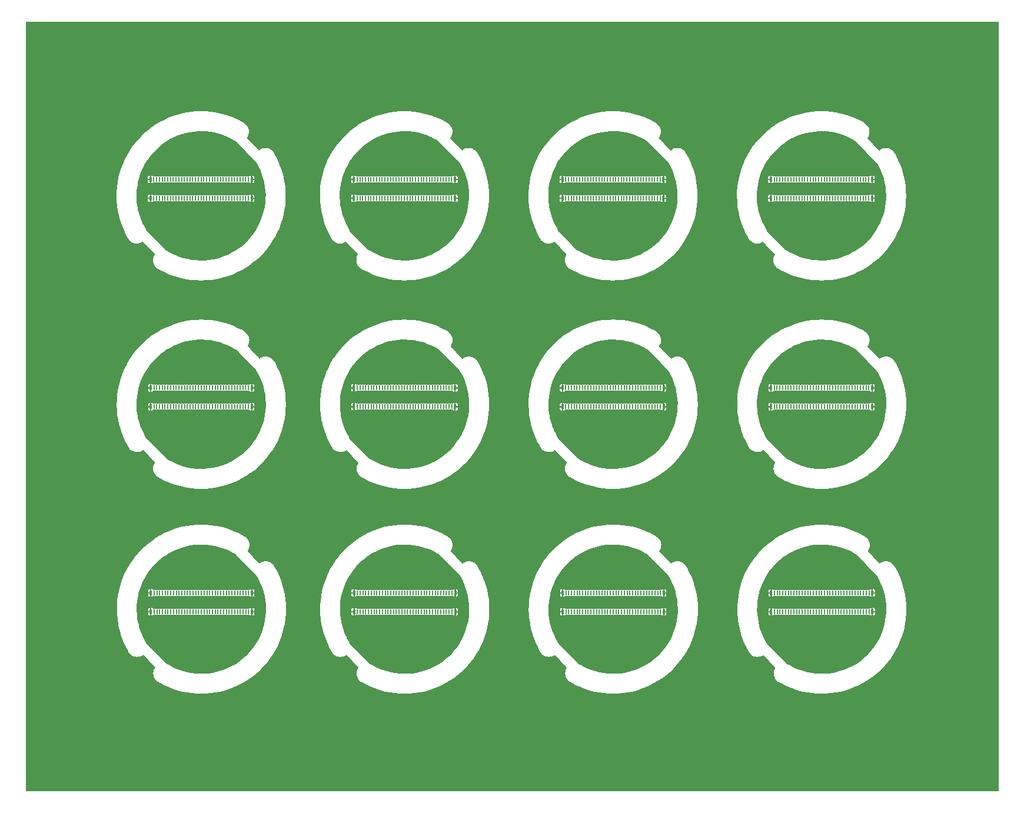
<source format=gbr>
%TF.GenerationSoftware,KiCad,Pcbnew,(7.0.0)*%
%TF.CreationDate,2023-05-18T15:25:00-04:00*%
%TF.ProjectId,eib-64-cap,6569622d-3634-42d6-9361-702e6b696361,B*%
%TF.SameCoordinates,Original*%
%TF.FileFunction,Copper,L1,Top*%
%TF.FilePolarity,Positive*%
%FSLAX46Y46*%
G04 Gerber Fmt 4.6, Leading zero omitted, Abs format (unit mm)*
G04 Created by KiCad (PCBNEW (7.0.0)) date 2023-05-18 15:25:00*
%MOMM*%
%LPD*%
G01*
G04 APERTURE LIST*
%TA.AperFunction,SMDPad,CuDef*%
%ADD10R,0.230000X0.660000*%
%TD*%
%TA.AperFunction,SMDPad,CuDef*%
%ADD11R,0.350000X0.660000*%
%TD*%
G04 APERTURE END LIST*
D10*
%TO.P,J3,1,Pin_1*%
%TO.N,unconnected-(J3-Pad1)*%
X134696749Y-69142741D03*
%TO.P,J3,2,Pin_2*%
%TO.N,unconnected-(J3-Pad2)*%
X134696749Y-66432741D03*
%TO.P,J3,3,Pin_3*%
%TO.N,unconnected-(J3-Pad3)*%
X135096749Y-69142741D03*
%TO.P,J3,4,Pin_4*%
%TO.N,unconnected-(J3-Pad4)*%
X135096749Y-66432741D03*
%TO.P,J3,5,Pin_5*%
%TO.N,unconnected-(J3-Pad5)*%
X135496749Y-69142741D03*
%TO.P,J3,6,Pin_6*%
%TO.N,unconnected-(J3-Pad6)*%
X135496749Y-66432741D03*
%TO.P,J3,7,Pin_7*%
%TO.N,unconnected-(J3-Pad7)*%
X135896749Y-69142741D03*
%TO.P,J3,8,Pin_8*%
%TO.N,unconnected-(J3-Pad8)*%
X135896749Y-66432741D03*
%TO.P,J3,9,Pin_9*%
%TO.N,unconnected-(J3-Pad9)*%
X136296749Y-69142741D03*
%TO.P,J3,10,Pin_10*%
%TO.N,unconnected-(J3-Pad10)*%
X136296749Y-66432741D03*
%TO.P,J3,11,Pin_11*%
%TO.N,unconnected-(J3-Pad11)*%
X136696749Y-69142741D03*
%TO.P,J3,12,Pin_12*%
%TO.N,unconnected-(J3-Pad12)*%
X136696749Y-66432741D03*
%TO.P,J3,13,Pin_13*%
%TO.N,unconnected-(J3-Pad13)*%
X137096749Y-69142741D03*
%TO.P,J3,14,Pin_14*%
%TO.N,unconnected-(J3-Pad14)*%
X137096749Y-66432741D03*
%TO.P,J3,15,Pin_15*%
%TO.N,unconnected-(J3-Pad15)*%
X137496749Y-69142741D03*
%TO.P,J3,16,Pin_16*%
%TO.N,unconnected-(J3-Pad16)*%
X137496749Y-66432741D03*
%TO.P,J3,17,Pin_17*%
%TO.N,unconnected-(J3-Pad17)*%
X137896749Y-69142741D03*
%TO.P,J3,18,Pin_18*%
%TO.N,unconnected-(J3-Pad18)*%
X137896749Y-66432741D03*
%TO.P,J3,19,Pin_19*%
%TO.N,unconnected-(J3-Pad19)*%
X138296749Y-69142741D03*
%TO.P,J3,20,Pin_20*%
%TO.N,unconnected-(J3-Pad20)*%
X138296749Y-66432741D03*
%TO.P,J3,21,Pin_21*%
%TO.N,unconnected-(J3-Pad21)*%
X138696749Y-69142741D03*
%TO.P,J3,22,Pin_22*%
%TO.N,unconnected-(J3-Pad22)*%
X138696749Y-66432741D03*
%TO.P,J3,23,Pin_23*%
%TO.N,unconnected-(J3-Pad23)*%
X139096749Y-69142741D03*
%TO.P,J3,24,Pin_24*%
%TO.N,unconnected-(J3-Pad24)*%
X139096749Y-66432741D03*
%TO.P,J3,25,Pin_25*%
%TO.N,unconnected-(J3-Pad25)*%
X139496749Y-69142741D03*
%TO.P,J3,26,Pin_26*%
%TO.N,unconnected-(J3-Pad26)*%
X139496749Y-66432741D03*
%TO.P,J3,27,Pin_27*%
%TO.N,unconnected-(J3-Pad27)*%
X139896749Y-69142741D03*
%TO.P,J3,28,Pin_28*%
%TO.N,unconnected-(J3-Pad28)*%
X139896749Y-66432741D03*
%TO.P,J3,29,Pin_29*%
%TO.N,unconnected-(J3-Pad29)*%
X140296749Y-69142741D03*
%TO.P,J3,30,Pin_30*%
%TO.N,unconnected-(J3-Pad30)*%
X140296749Y-66432741D03*
%TO.P,J3,31,Pin_31*%
%TO.N,unconnected-(J3-Pad31)*%
X140696749Y-69142741D03*
%TO.P,J3,32,Pin_32*%
%TO.N,unconnected-(J3-Pad32)*%
X140696749Y-66432741D03*
%TO.P,J3,33,Pin_33*%
%TO.N,unconnected-(J3-Pad33)*%
X141096749Y-69142741D03*
%TO.P,J3,34,Pin_34*%
%TO.N,unconnected-(J3-Pad34)*%
X141096749Y-66432741D03*
%TO.P,J3,35,Pin_35*%
%TO.N,unconnected-(J3-Pad35)*%
X141496749Y-69142741D03*
%TO.P,J3,36,Pin_36*%
%TO.N,unconnected-(J3-Pad36)*%
X141496749Y-66432741D03*
%TO.P,J3,37,Pin_37*%
%TO.N,unconnected-(J3-Pad37)*%
X141896749Y-69142741D03*
%TO.P,J3,38,Pin_38*%
%TO.N,unconnected-(J3-Pad38)*%
X141896749Y-66432741D03*
%TO.P,J3,39,Pin_39*%
%TO.N,unconnected-(J3-Pad39)*%
X142296749Y-69142741D03*
%TO.P,J3,40,Pin_40*%
%TO.N,unconnected-(J3-Pad40)*%
X142296749Y-66432741D03*
%TO.P,J3,41,Pin_41*%
%TO.N,unconnected-(J3-Pad41)*%
X142696749Y-69142741D03*
%TO.P,J3,42,Pin_42*%
%TO.N,unconnected-(J3-Pad42)*%
X142696749Y-66432741D03*
%TO.P,J3,43,Pin_43*%
%TO.N,unconnected-(J3-Pad43)*%
X143096749Y-69142741D03*
%TO.P,J3,44,Pin_44*%
%TO.N,unconnected-(J3-Pad44)*%
X143096749Y-66432741D03*
%TO.P,J3,45,Pin_45*%
%TO.N,unconnected-(J3-Pad45)*%
X143496749Y-69142741D03*
%TO.P,J3,46,Pin_46*%
%TO.N,unconnected-(J3-Pad46)*%
X143496749Y-66432741D03*
%TO.P,J3,47,Pin_47*%
%TO.N,unconnected-(J3-Pad47)*%
X143896749Y-69142741D03*
%TO.P,J3,48,Pin_48*%
%TO.N,unconnected-(J3-Pad48)*%
X143896749Y-66432741D03*
%TO.P,J3,49,Pin_49*%
%TO.N,unconnected-(J3-Pad49)*%
X144296749Y-69142741D03*
%TO.P,J3,50,Pin_50*%
%TO.N,unconnected-(J3-Pad50)*%
X144296749Y-66432741D03*
%TO.P,J3,51,Pin_51*%
%TO.N,unconnected-(J3-Pad51)*%
X144696749Y-69142741D03*
%TO.P,J3,52,Pin_52*%
%TO.N,unconnected-(J3-Pad52)*%
X144696749Y-66432741D03*
%TO.P,J3,53,Pin_53*%
%TO.N,unconnected-(J3-Pad53)*%
X145096749Y-69142741D03*
%TO.P,J3,54,Pin_54*%
%TO.N,unconnected-(J3-Pad54)*%
X145096749Y-66432741D03*
%TO.P,J3,55,Pin_55*%
%TO.N,unconnected-(J3-Pad55)*%
X145496749Y-69142741D03*
%TO.P,J3,56,Pin_56*%
%TO.N,unconnected-(J3-Pad56)*%
X145496749Y-66432741D03*
%TO.P,J3,57,Pin_57*%
%TO.N,unconnected-(J3-Pad57)*%
X145896749Y-69142741D03*
%TO.P,J3,58,Pin_58*%
%TO.N,unconnected-(J3-Pad58)*%
X145896749Y-66432741D03*
%TO.P,J3,59,Pin_59*%
%TO.N,unconnected-(J3-Pad59)*%
X146296749Y-69142741D03*
%TO.P,J3,60,Pin_60*%
%TO.N,unconnected-(J3-Pad60)*%
X146296749Y-66432741D03*
%TO.P,J3,61,Pin_61*%
%TO.N,unconnected-(J3-Pad61)*%
X146696749Y-69142741D03*
%TO.P,J3,62,Pin_62*%
%TO.N,unconnected-(J3-Pad62)*%
X146696749Y-66432741D03*
%TO.P,J3,63,Pin_63*%
%TO.N,unconnected-(J3-Pad63)*%
X147096749Y-69142741D03*
%TO.P,J3,64,Pin_64*%
%TO.N,unconnected-(J3-Pad64)*%
X147096749Y-66432741D03*
%TO.P,J3,65,Pin_65*%
%TO.N,unconnected-(J3-Pad65)*%
X147496749Y-69142741D03*
%TO.P,J3,66,Pin_66*%
%TO.N,unconnected-(J3-Pad66)*%
X147496749Y-66432741D03*
%TO.P,J3,67,Pin_67*%
%TO.N,unconnected-(J3-Pad67)*%
X147896749Y-69142741D03*
%TO.P,J3,68,Pin_68*%
%TO.N,unconnected-(J3-Pad68)*%
X147896749Y-66432741D03*
%TO.P,J3,69,Pin_69*%
%TO.N,unconnected-(J3-Pad69)*%
X148296749Y-69142741D03*
%TO.P,J3,70,Pin_70*%
%TO.N,unconnected-(J3-Pad70)*%
X148296749Y-66432741D03*
D11*
%TO.P,J3,MP1,MountPin1*%
%TO.N,GND*%
X134221749Y-69142741D03*
%TO.P,J3,MP2,MountPin2*%
X134221749Y-66432741D03*
%TO.P,J3,MP3,MountPin3*%
X148771749Y-69142741D03*
%TO.P,J3,MP4,MountPin4*%
X148771749Y-66432741D03*
%TD*%
D10*
%TO.P,J1,1,Pin_1*%
%TO.N,unconnected-(J1-Pad1)*%
X75444109Y-69142741D03*
%TO.P,J1,2,Pin_2*%
%TO.N,unconnected-(J1-Pad2)*%
X75444109Y-66432741D03*
%TO.P,J1,3,Pin_3*%
%TO.N,unconnected-(J1-Pad3)*%
X75844109Y-69142741D03*
%TO.P,J1,4,Pin_4*%
%TO.N,unconnected-(J1-Pad4)*%
X75844109Y-66432741D03*
%TO.P,J1,5,Pin_5*%
%TO.N,unconnected-(J1-Pad5)*%
X76244109Y-69142741D03*
%TO.P,J1,6,Pin_6*%
%TO.N,unconnected-(J1-Pad6)*%
X76244109Y-66432741D03*
%TO.P,J1,7,Pin_7*%
%TO.N,unconnected-(J1-Pad7)*%
X76644109Y-69142741D03*
%TO.P,J1,8,Pin_8*%
%TO.N,unconnected-(J1-Pad8)*%
X76644109Y-66432741D03*
%TO.P,J1,9,Pin_9*%
%TO.N,unconnected-(J1-Pad9)*%
X77044109Y-69142741D03*
%TO.P,J1,10,Pin_10*%
%TO.N,unconnected-(J1-Pad10)*%
X77044109Y-66432741D03*
%TO.P,J1,11,Pin_11*%
%TO.N,unconnected-(J1-Pad11)*%
X77444109Y-69142741D03*
%TO.P,J1,12,Pin_12*%
%TO.N,unconnected-(J1-Pad12)*%
X77444109Y-66432741D03*
%TO.P,J1,13,Pin_13*%
%TO.N,unconnected-(J1-Pad13)*%
X77844109Y-69142741D03*
%TO.P,J1,14,Pin_14*%
%TO.N,unconnected-(J1-Pad14)*%
X77844109Y-66432741D03*
%TO.P,J1,15,Pin_15*%
%TO.N,unconnected-(J1-Pad15)*%
X78244109Y-69142741D03*
%TO.P,J1,16,Pin_16*%
%TO.N,unconnected-(J1-Pad16)*%
X78244109Y-66432741D03*
%TO.P,J1,17,Pin_17*%
%TO.N,unconnected-(J1-Pad17)*%
X78644109Y-69142741D03*
%TO.P,J1,18,Pin_18*%
%TO.N,unconnected-(J1-Pad18)*%
X78644109Y-66432741D03*
%TO.P,J1,19,Pin_19*%
%TO.N,unconnected-(J1-Pad19)*%
X79044109Y-69142741D03*
%TO.P,J1,20,Pin_20*%
%TO.N,unconnected-(J1-Pad20)*%
X79044109Y-66432741D03*
%TO.P,J1,21,Pin_21*%
%TO.N,unconnected-(J1-Pad21)*%
X79444109Y-69142741D03*
%TO.P,J1,22,Pin_22*%
%TO.N,unconnected-(J1-Pad22)*%
X79444109Y-66432741D03*
%TO.P,J1,23,Pin_23*%
%TO.N,unconnected-(J1-Pad23)*%
X79844109Y-69142741D03*
%TO.P,J1,24,Pin_24*%
%TO.N,unconnected-(J1-Pad24)*%
X79844109Y-66432741D03*
%TO.P,J1,25,Pin_25*%
%TO.N,unconnected-(J1-Pad25)*%
X80244109Y-69142741D03*
%TO.P,J1,26,Pin_26*%
%TO.N,unconnected-(J1-Pad26)*%
X80244109Y-66432741D03*
%TO.P,J1,27,Pin_27*%
%TO.N,unconnected-(J1-Pad27)*%
X80644109Y-69142741D03*
%TO.P,J1,28,Pin_28*%
%TO.N,unconnected-(J1-Pad28)*%
X80644109Y-66432741D03*
%TO.P,J1,29,Pin_29*%
%TO.N,unconnected-(J1-Pad29)*%
X81044109Y-69142741D03*
%TO.P,J1,30,Pin_30*%
%TO.N,unconnected-(J1-Pad30)*%
X81044109Y-66432741D03*
%TO.P,J1,31,Pin_31*%
%TO.N,unconnected-(J1-Pad31)*%
X81444109Y-69142741D03*
%TO.P,J1,32,Pin_32*%
%TO.N,unconnected-(J1-Pad32)*%
X81444109Y-66432741D03*
%TO.P,J1,33,Pin_33*%
%TO.N,unconnected-(J1-Pad33)*%
X81844109Y-69142741D03*
%TO.P,J1,34,Pin_34*%
%TO.N,unconnected-(J1-Pad34)*%
X81844109Y-66432741D03*
%TO.P,J1,35,Pin_35*%
%TO.N,unconnected-(J1-Pad35)*%
X82244109Y-69142741D03*
%TO.P,J1,36,Pin_36*%
%TO.N,unconnected-(J1-Pad36)*%
X82244109Y-66432741D03*
%TO.P,J1,37,Pin_37*%
%TO.N,unconnected-(J1-Pad37)*%
X82644109Y-69142741D03*
%TO.P,J1,38,Pin_38*%
%TO.N,unconnected-(J1-Pad38)*%
X82644109Y-66432741D03*
%TO.P,J1,39,Pin_39*%
%TO.N,unconnected-(J1-Pad39)*%
X83044109Y-69142741D03*
%TO.P,J1,40,Pin_40*%
%TO.N,unconnected-(J1-Pad40)*%
X83044109Y-66432741D03*
%TO.P,J1,41,Pin_41*%
%TO.N,unconnected-(J1-Pad41)*%
X83444109Y-69142741D03*
%TO.P,J1,42,Pin_42*%
%TO.N,unconnected-(J1-Pad42)*%
X83444109Y-66432741D03*
%TO.P,J1,43,Pin_43*%
%TO.N,unconnected-(J1-Pad43)*%
X83844109Y-69142741D03*
%TO.P,J1,44,Pin_44*%
%TO.N,unconnected-(J1-Pad44)*%
X83844109Y-66432741D03*
%TO.P,J1,45,Pin_45*%
%TO.N,unconnected-(J1-Pad45)*%
X84244109Y-69142741D03*
%TO.P,J1,46,Pin_46*%
%TO.N,unconnected-(J1-Pad46)*%
X84244109Y-66432741D03*
%TO.P,J1,47,Pin_47*%
%TO.N,unconnected-(J1-Pad47)*%
X84644109Y-69142741D03*
%TO.P,J1,48,Pin_48*%
%TO.N,unconnected-(J1-Pad48)*%
X84644109Y-66432741D03*
%TO.P,J1,49,Pin_49*%
%TO.N,unconnected-(J1-Pad49)*%
X85044109Y-69142741D03*
%TO.P,J1,50,Pin_50*%
%TO.N,unconnected-(J1-Pad50)*%
X85044109Y-66432741D03*
%TO.P,J1,51,Pin_51*%
%TO.N,unconnected-(J1-Pad51)*%
X85444109Y-69142741D03*
%TO.P,J1,52,Pin_52*%
%TO.N,unconnected-(J1-Pad52)*%
X85444109Y-66432741D03*
%TO.P,J1,53,Pin_53*%
%TO.N,unconnected-(J1-Pad53)*%
X85844109Y-69142741D03*
%TO.P,J1,54,Pin_54*%
%TO.N,unconnected-(J1-Pad54)*%
X85844109Y-66432741D03*
%TO.P,J1,55,Pin_55*%
%TO.N,unconnected-(J1-Pad55)*%
X86244109Y-69142741D03*
%TO.P,J1,56,Pin_56*%
%TO.N,unconnected-(J1-Pad56)*%
X86244109Y-66432741D03*
%TO.P,J1,57,Pin_57*%
%TO.N,unconnected-(J1-Pad57)*%
X86644109Y-69142741D03*
%TO.P,J1,58,Pin_58*%
%TO.N,unconnected-(J1-Pad58)*%
X86644109Y-66432741D03*
%TO.P,J1,59,Pin_59*%
%TO.N,unconnected-(J1-Pad59)*%
X87044109Y-69142741D03*
%TO.P,J1,60,Pin_60*%
%TO.N,unconnected-(J1-Pad60)*%
X87044109Y-66432741D03*
%TO.P,J1,61,Pin_61*%
%TO.N,unconnected-(J1-Pad61)*%
X87444109Y-69142741D03*
%TO.P,J1,62,Pin_62*%
%TO.N,unconnected-(J1-Pad62)*%
X87444109Y-66432741D03*
%TO.P,J1,63,Pin_63*%
%TO.N,unconnected-(J1-Pad63)*%
X87844109Y-69142741D03*
%TO.P,J1,64,Pin_64*%
%TO.N,unconnected-(J1-Pad64)*%
X87844109Y-66432741D03*
%TO.P,J1,65,Pin_65*%
%TO.N,unconnected-(J1-Pad65)*%
X88244109Y-69142741D03*
%TO.P,J1,66,Pin_66*%
%TO.N,unconnected-(J1-Pad66)*%
X88244109Y-66432741D03*
%TO.P,J1,67,Pin_67*%
%TO.N,unconnected-(J1-Pad67)*%
X88644109Y-69142741D03*
%TO.P,J1,68,Pin_68*%
%TO.N,unconnected-(J1-Pad68)*%
X88644109Y-66432741D03*
%TO.P,J1,69,Pin_69*%
%TO.N,unconnected-(J1-Pad69)*%
X89044109Y-69142741D03*
%TO.P,J1,70,Pin_70*%
%TO.N,unconnected-(J1-Pad70)*%
X89044109Y-66432741D03*
D11*
%TO.P,J1,MP1,MountPin1*%
%TO.N,GND*%
X74969109Y-69142741D03*
%TO.P,J1,MP2,MountPin2*%
X74969109Y-66432741D03*
%TO.P,J1,MP3,MountPin3*%
X89519109Y-69142741D03*
%TO.P,J1,MP4,MountPin4*%
X89519109Y-66432741D03*
%TD*%
D10*
%TO.P,J2,1,Pin_1*%
%TO.N,unconnected-(J2-Pad1)*%
X104696749Y-69142741D03*
%TO.P,J2,2,Pin_2*%
%TO.N,unconnected-(J2-Pad2)*%
X104696749Y-66432741D03*
%TO.P,J2,3,Pin_3*%
%TO.N,unconnected-(J2-Pad3)*%
X105096749Y-69142741D03*
%TO.P,J2,4,Pin_4*%
%TO.N,unconnected-(J2-Pad4)*%
X105096749Y-66432741D03*
%TO.P,J2,5,Pin_5*%
%TO.N,unconnected-(J2-Pad5)*%
X105496749Y-69142741D03*
%TO.P,J2,6,Pin_6*%
%TO.N,unconnected-(J2-Pad6)*%
X105496749Y-66432741D03*
%TO.P,J2,7,Pin_7*%
%TO.N,unconnected-(J2-Pad7)*%
X105896749Y-69142741D03*
%TO.P,J2,8,Pin_8*%
%TO.N,unconnected-(J2-Pad8)*%
X105896749Y-66432741D03*
%TO.P,J2,9,Pin_9*%
%TO.N,unconnected-(J2-Pad9)*%
X106296749Y-69142741D03*
%TO.P,J2,10,Pin_10*%
%TO.N,unconnected-(J2-Pad10)*%
X106296749Y-66432741D03*
%TO.P,J2,11,Pin_11*%
%TO.N,unconnected-(J2-Pad11)*%
X106696749Y-69142741D03*
%TO.P,J2,12,Pin_12*%
%TO.N,unconnected-(J2-Pad12)*%
X106696749Y-66432741D03*
%TO.P,J2,13,Pin_13*%
%TO.N,unconnected-(J2-Pad13)*%
X107096749Y-69142741D03*
%TO.P,J2,14,Pin_14*%
%TO.N,unconnected-(J2-Pad14)*%
X107096749Y-66432741D03*
%TO.P,J2,15,Pin_15*%
%TO.N,unconnected-(J2-Pad15)*%
X107496749Y-69142741D03*
%TO.P,J2,16,Pin_16*%
%TO.N,unconnected-(J2-Pad16)*%
X107496749Y-66432741D03*
%TO.P,J2,17,Pin_17*%
%TO.N,unconnected-(J2-Pad17)*%
X107896749Y-69142741D03*
%TO.P,J2,18,Pin_18*%
%TO.N,unconnected-(J2-Pad18)*%
X107896749Y-66432741D03*
%TO.P,J2,19,Pin_19*%
%TO.N,unconnected-(J2-Pad19)*%
X108296749Y-69142741D03*
%TO.P,J2,20,Pin_20*%
%TO.N,unconnected-(J2-Pad20)*%
X108296749Y-66432741D03*
%TO.P,J2,21,Pin_21*%
%TO.N,unconnected-(J2-Pad21)*%
X108696749Y-69142741D03*
%TO.P,J2,22,Pin_22*%
%TO.N,unconnected-(J2-Pad22)*%
X108696749Y-66432741D03*
%TO.P,J2,23,Pin_23*%
%TO.N,unconnected-(J2-Pad23)*%
X109096749Y-69142741D03*
%TO.P,J2,24,Pin_24*%
%TO.N,unconnected-(J2-Pad24)*%
X109096749Y-66432741D03*
%TO.P,J2,25,Pin_25*%
%TO.N,unconnected-(J2-Pad25)*%
X109496749Y-69142741D03*
%TO.P,J2,26,Pin_26*%
%TO.N,unconnected-(J2-Pad26)*%
X109496749Y-66432741D03*
%TO.P,J2,27,Pin_27*%
%TO.N,unconnected-(J2-Pad27)*%
X109896749Y-69142741D03*
%TO.P,J2,28,Pin_28*%
%TO.N,unconnected-(J2-Pad28)*%
X109896749Y-66432741D03*
%TO.P,J2,29,Pin_29*%
%TO.N,unconnected-(J2-Pad29)*%
X110296749Y-69142741D03*
%TO.P,J2,30,Pin_30*%
%TO.N,unconnected-(J2-Pad30)*%
X110296749Y-66432741D03*
%TO.P,J2,31,Pin_31*%
%TO.N,unconnected-(J2-Pad31)*%
X110696749Y-69142741D03*
%TO.P,J2,32,Pin_32*%
%TO.N,unconnected-(J2-Pad32)*%
X110696749Y-66432741D03*
%TO.P,J2,33,Pin_33*%
%TO.N,unconnected-(J2-Pad33)*%
X111096749Y-69142741D03*
%TO.P,J2,34,Pin_34*%
%TO.N,unconnected-(J2-Pad34)*%
X111096749Y-66432741D03*
%TO.P,J2,35,Pin_35*%
%TO.N,unconnected-(J2-Pad35)*%
X111496749Y-69142741D03*
%TO.P,J2,36,Pin_36*%
%TO.N,unconnected-(J2-Pad36)*%
X111496749Y-66432741D03*
%TO.P,J2,37,Pin_37*%
%TO.N,unconnected-(J2-Pad37)*%
X111896749Y-69142741D03*
%TO.P,J2,38,Pin_38*%
%TO.N,unconnected-(J2-Pad38)*%
X111896749Y-66432741D03*
%TO.P,J2,39,Pin_39*%
%TO.N,unconnected-(J2-Pad39)*%
X112296749Y-69142741D03*
%TO.P,J2,40,Pin_40*%
%TO.N,unconnected-(J2-Pad40)*%
X112296749Y-66432741D03*
%TO.P,J2,41,Pin_41*%
%TO.N,unconnected-(J2-Pad41)*%
X112696749Y-69142741D03*
%TO.P,J2,42,Pin_42*%
%TO.N,unconnected-(J2-Pad42)*%
X112696749Y-66432741D03*
%TO.P,J2,43,Pin_43*%
%TO.N,unconnected-(J2-Pad43)*%
X113096749Y-69142741D03*
%TO.P,J2,44,Pin_44*%
%TO.N,unconnected-(J2-Pad44)*%
X113096749Y-66432741D03*
%TO.P,J2,45,Pin_45*%
%TO.N,unconnected-(J2-Pad45)*%
X113496749Y-69142741D03*
%TO.P,J2,46,Pin_46*%
%TO.N,unconnected-(J2-Pad46)*%
X113496749Y-66432741D03*
%TO.P,J2,47,Pin_47*%
%TO.N,unconnected-(J2-Pad47)*%
X113896749Y-69142741D03*
%TO.P,J2,48,Pin_48*%
%TO.N,unconnected-(J2-Pad48)*%
X113896749Y-66432741D03*
%TO.P,J2,49,Pin_49*%
%TO.N,unconnected-(J2-Pad49)*%
X114296749Y-69142741D03*
%TO.P,J2,50,Pin_50*%
%TO.N,unconnected-(J2-Pad50)*%
X114296749Y-66432741D03*
%TO.P,J2,51,Pin_51*%
%TO.N,unconnected-(J2-Pad51)*%
X114696749Y-69142741D03*
%TO.P,J2,52,Pin_52*%
%TO.N,unconnected-(J2-Pad52)*%
X114696749Y-66432741D03*
%TO.P,J2,53,Pin_53*%
%TO.N,unconnected-(J2-Pad53)*%
X115096749Y-69142741D03*
%TO.P,J2,54,Pin_54*%
%TO.N,unconnected-(J2-Pad54)*%
X115096749Y-66432741D03*
%TO.P,J2,55,Pin_55*%
%TO.N,unconnected-(J2-Pad55)*%
X115496749Y-69142741D03*
%TO.P,J2,56,Pin_56*%
%TO.N,unconnected-(J2-Pad56)*%
X115496749Y-66432741D03*
%TO.P,J2,57,Pin_57*%
%TO.N,unconnected-(J2-Pad57)*%
X115896749Y-69142741D03*
%TO.P,J2,58,Pin_58*%
%TO.N,unconnected-(J2-Pad58)*%
X115896749Y-66432741D03*
%TO.P,J2,59,Pin_59*%
%TO.N,unconnected-(J2-Pad59)*%
X116296749Y-69142741D03*
%TO.P,J2,60,Pin_60*%
%TO.N,unconnected-(J2-Pad60)*%
X116296749Y-66432741D03*
%TO.P,J2,61,Pin_61*%
%TO.N,unconnected-(J2-Pad61)*%
X116696749Y-69142741D03*
%TO.P,J2,62,Pin_62*%
%TO.N,unconnected-(J2-Pad62)*%
X116696749Y-66432741D03*
%TO.P,J2,63,Pin_63*%
%TO.N,unconnected-(J2-Pad63)*%
X117096749Y-69142741D03*
%TO.P,J2,64,Pin_64*%
%TO.N,unconnected-(J2-Pad64)*%
X117096749Y-66432741D03*
%TO.P,J2,65,Pin_65*%
%TO.N,unconnected-(J2-Pad65)*%
X117496749Y-69142741D03*
%TO.P,J2,66,Pin_66*%
%TO.N,unconnected-(J2-Pad66)*%
X117496749Y-66432741D03*
%TO.P,J2,67,Pin_67*%
%TO.N,unconnected-(J2-Pad67)*%
X117896749Y-69142741D03*
%TO.P,J2,68,Pin_68*%
%TO.N,unconnected-(J2-Pad68)*%
X117896749Y-66432741D03*
%TO.P,J2,69,Pin_69*%
%TO.N,unconnected-(J2-Pad69)*%
X118296749Y-69142741D03*
%TO.P,J2,70,Pin_70*%
%TO.N,unconnected-(J2-Pad70)*%
X118296749Y-66432741D03*
D11*
%TO.P,J2,MP1,MountPin1*%
%TO.N,GND*%
X104221749Y-69142741D03*
%TO.P,J2,MP2,MountPin2*%
X104221749Y-66432741D03*
%TO.P,J2,MP3,MountPin3*%
X118771749Y-69142741D03*
%TO.P,J2,MP4,MountPin4*%
X118771749Y-66432741D03*
%TD*%
D10*
%TO.P,J4,1,Pin_1*%
%TO.N,unconnected-(J4-Pad1)*%
X164696749Y-69142741D03*
%TO.P,J4,2,Pin_2*%
%TO.N,unconnected-(J4-Pad2)*%
X164696749Y-66432741D03*
%TO.P,J4,3,Pin_3*%
%TO.N,unconnected-(J4-Pad3)*%
X165096749Y-69142741D03*
%TO.P,J4,4,Pin_4*%
%TO.N,unconnected-(J4-Pad4)*%
X165096749Y-66432741D03*
%TO.P,J4,5,Pin_5*%
%TO.N,unconnected-(J4-Pad5)*%
X165496749Y-69142741D03*
%TO.P,J4,6,Pin_6*%
%TO.N,unconnected-(J4-Pad6)*%
X165496749Y-66432741D03*
%TO.P,J4,7,Pin_7*%
%TO.N,unconnected-(J4-Pad7)*%
X165896749Y-69142741D03*
%TO.P,J4,8,Pin_8*%
%TO.N,unconnected-(J4-Pad8)*%
X165896749Y-66432741D03*
%TO.P,J4,9,Pin_9*%
%TO.N,unconnected-(J4-Pad9)*%
X166296749Y-69142741D03*
%TO.P,J4,10,Pin_10*%
%TO.N,unconnected-(J4-Pad10)*%
X166296749Y-66432741D03*
%TO.P,J4,11,Pin_11*%
%TO.N,unconnected-(J4-Pad11)*%
X166696749Y-69142741D03*
%TO.P,J4,12,Pin_12*%
%TO.N,unconnected-(J4-Pad12)*%
X166696749Y-66432741D03*
%TO.P,J4,13,Pin_13*%
%TO.N,unconnected-(J4-Pad13)*%
X167096749Y-69142741D03*
%TO.P,J4,14,Pin_14*%
%TO.N,unconnected-(J4-Pad14)*%
X167096749Y-66432741D03*
%TO.P,J4,15,Pin_15*%
%TO.N,unconnected-(J4-Pad15)*%
X167496749Y-69142741D03*
%TO.P,J4,16,Pin_16*%
%TO.N,unconnected-(J4-Pad16)*%
X167496749Y-66432741D03*
%TO.P,J4,17,Pin_17*%
%TO.N,unconnected-(J4-Pad17)*%
X167896749Y-69142741D03*
%TO.P,J4,18,Pin_18*%
%TO.N,unconnected-(J4-Pad18)*%
X167896749Y-66432741D03*
%TO.P,J4,19,Pin_19*%
%TO.N,unconnected-(J4-Pad19)*%
X168296749Y-69142741D03*
%TO.P,J4,20,Pin_20*%
%TO.N,unconnected-(J4-Pad20)*%
X168296749Y-66432741D03*
%TO.P,J4,21,Pin_21*%
%TO.N,unconnected-(J4-Pad21)*%
X168696749Y-69142741D03*
%TO.P,J4,22,Pin_22*%
%TO.N,unconnected-(J4-Pad22)*%
X168696749Y-66432741D03*
%TO.P,J4,23,Pin_23*%
%TO.N,unconnected-(J4-Pad23)*%
X169096749Y-69142741D03*
%TO.P,J4,24,Pin_24*%
%TO.N,unconnected-(J4-Pad24)*%
X169096749Y-66432741D03*
%TO.P,J4,25,Pin_25*%
%TO.N,unconnected-(J4-Pad25)*%
X169496749Y-69142741D03*
%TO.P,J4,26,Pin_26*%
%TO.N,unconnected-(J4-Pad26)*%
X169496749Y-66432741D03*
%TO.P,J4,27,Pin_27*%
%TO.N,unconnected-(J4-Pad27)*%
X169896749Y-69142741D03*
%TO.P,J4,28,Pin_28*%
%TO.N,unconnected-(J4-Pad28)*%
X169896749Y-66432741D03*
%TO.P,J4,29,Pin_29*%
%TO.N,unconnected-(J4-Pad29)*%
X170296749Y-69142741D03*
%TO.P,J4,30,Pin_30*%
%TO.N,unconnected-(J4-Pad30)*%
X170296749Y-66432741D03*
%TO.P,J4,31,Pin_31*%
%TO.N,unconnected-(J4-Pad31)*%
X170696749Y-69142741D03*
%TO.P,J4,32,Pin_32*%
%TO.N,unconnected-(J4-Pad32)*%
X170696749Y-66432741D03*
%TO.P,J4,33,Pin_33*%
%TO.N,unconnected-(J4-Pad33)*%
X171096749Y-69142741D03*
%TO.P,J4,34,Pin_34*%
%TO.N,unconnected-(J4-Pad34)*%
X171096749Y-66432741D03*
%TO.P,J4,35,Pin_35*%
%TO.N,unconnected-(J4-Pad35)*%
X171496749Y-69142741D03*
%TO.P,J4,36,Pin_36*%
%TO.N,unconnected-(J4-Pad36)*%
X171496749Y-66432741D03*
%TO.P,J4,37,Pin_37*%
%TO.N,unconnected-(J4-Pad37)*%
X171896749Y-69142741D03*
%TO.P,J4,38,Pin_38*%
%TO.N,unconnected-(J4-Pad38)*%
X171896749Y-66432741D03*
%TO.P,J4,39,Pin_39*%
%TO.N,unconnected-(J4-Pad39)*%
X172296749Y-69142741D03*
%TO.P,J4,40,Pin_40*%
%TO.N,unconnected-(J4-Pad40)*%
X172296749Y-66432741D03*
%TO.P,J4,41,Pin_41*%
%TO.N,unconnected-(J4-Pad41)*%
X172696749Y-69142741D03*
%TO.P,J4,42,Pin_42*%
%TO.N,unconnected-(J4-Pad42)*%
X172696749Y-66432741D03*
%TO.P,J4,43,Pin_43*%
%TO.N,unconnected-(J4-Pad43)*%
X173096749Y-69142741D03*
%TO.P,J4,44,Pin_44*%
%TO.N,unconnected-(J4-Pad44)*%
X173096749Y-66432741D03*
%TO.P,J4,45,Pin_45*%
%TO.N,unconnected-(J4-Pad45)*%
X173496749Y-69142741D03*
%TO.P,J4,46,Pin_46*%
%TO.N,unconnected-(J4-Pad46)*%
X173496749Y-66432741D03*
%TO.P,J4,47,Pin_47*%
%TO.N,unconnected-(J4-Pad47)*%
X173896749Y-69142741D03*
%TO.P,J4,48,Pin_48*%
%TO.N,unconnected-(J4-Pad48)*%
X173896749Y-66432741D03*
%TO.P,J4,49,Pin_49*%
%TO.N,unconnected-(J4-Pad49)*%
X174296749Y-69142741D03*
%TO.P,J4,50,Pin_50*%
%TO.N,unconnected-(J4-Pad50)*%
X174296749Y-66432741D03*
%TO.P,J4,51,Pin_51*%
%TO.N,unconnected-(J4-Pad51)*%
X174696749Y-69142741D03*
%TO.P,J4,52,Pin_52*%
%TO.N,unconnected-(J4-Pad52)*%
X174696749Y-66432741D03*
%TO.P,J4,53,Pin_53*%
%TO.N,unconnected-(J4-Pad53)*%
X175096749Y-69142741D03*
%TO.P,J4,54,Pin_54*%
%TO.N,unconnected-(J4-Pad54)*%
X175096749Y-66432741D03*
%TO.P,J4,55,Pin_55*%
%TO.N,unconnected-(J4-Pad55)*%
X175496749Y-69142741D03*
%TO.P,J4,56,Pin_56*%
%TO.N,unconnected-(J4-Pad56)*%
X175496749Y-66432741D03*
%TO.P,J4,57,Pin_57*%
%TO.N,unconnected-(J4-Pad57)*%
X175896749Y-69142741D03*
%TO.P,J4,58,Pin_58*%
%TO.N,unconnected-(J4-Pad58)*%
X175896749Y-66432741D03*
%TO.P,J4,59,Pin_59*%
%TO.N,unconnected-(J4-Pad59)*%
X176296749Y-69142741D03*
%TO.P,J4,60,Pin_60*%
%TO.N,unconnected-(J4-Pad60)*%
X176296749Y-66432741D03*
%TO.P,J4,61,Pin_61*%
%TO.N,unconnected-(J4-Pad61)*%
X176696749Y-69142741D03*
%TO.P,J4,62,Pin_62*%
%TO.N,unconnected-(J4-Pad62)*%
X176696749Y-66432741D03*
%TO.P,J4,63,Pin_63*%
%TO.N,unconnected-(J4-Pad63)*%
X177096749Y-69142741D03*
%TO.P,J4,64,Pin_64*%
%TO.N,unconnected-(J4-Pad64)*%
X177096749Y-66432741D03*
%TO.P,J4,65,Pin_65*%
%TO.N,unconnected-(J4-Pad65)*%
X177496749Y-69142741D03*
%TO.P,J4,66,Pin_66*%
%TO.N,unconnected-(J4-Pad66)*%
X177496749Y-66432741D03*
%TO.P,J4,67,Pin_67*%
%TO.N,unconnected-(J4-Pad67)*%
X177896749Y-69142741D03*
%TO.P,J4,68,Pin_68*%
%TO.N,unconnected-(J4-Pad68)*%
X177896749Y-66432741D03*
%TO.P,J4,69,Pin_69*%
%TO.N,unconnected-(J4-Pad69)*%
X178296749Y-69142741D03*
%TO.P,J4,70,Pin_70*%
%TO.N,unconnected-(J4-Pad70)*%
X178296749Y-66432741D03*
D11*
%TO.P,J4,MP1,MountPin1*%
%TO.N,GND*%
X164221749Y-69142741D03*
%TO.P,J4,MP2,MountPin2*%
X164221749Y-66432741D03*
%TO.P,J4,MP3,MountPin3*%
X178771749Y-69142741D03*
%TO.P,J4,MP4,MountPin4*%
X178771749Y-66432741D03*
%TD*%
D10*
%TO.P,J9,1,Pin_1*%
%TO.N,unconnected-(J9-Pad1)*%
X75481369Y-128636370D03*
%TO.P,J9,2,Pin_2*%
%TO.N,unconnected-(J9-Pad2)*%
X75481369Y-125926370D03*
%TO.P,J9,3,Pin_3*%
%TO.N,unconnected-(J9-Pad3)*%
X75881369Y-128636370D03*
%TO.P,J9,4,Pin_4*%
%TO.N,unconnected-(J9-Pad4)*%
X75881369Y-125926370D03*
%TO.P,J9,5,Pin_5*%
%TO.N,unconnected-(J9-Pad5)*%
X76281369Y-128636370D03*
%TO.P,J9,6,Pin_6*%
%TO.N,unconnected-(J9-Pad6)*%
X76281369Y-125926370D03*
%TO.P,J9,7,Pin_7*%
%TO.N,unconnected-(J9-Pad7)*%
X76681369Y-128636370D03*
%TO.P,J9,8,Pin_8*%
%TO.N,unconnected-(J9-Pad8)*%
X76681369Y-125926370D03*
%TO.P,J9,9,Pin_9*%
%TO.N,unconnected-(J9-Pad9)*%
X77081369Y-128636370D03*
%TO.P,J9,10,Pin_10*%
%TO.N,unconnected-(J9-Pad10)*%
X77081369Y-125926370D03*
%TO.P,J9,11,Pin_11*%
%TO.N,unconnected-(J9-Pad11)*%
X77481369Y-128636370D03*
%TO.P,J9,12,Pin_12*%
%TO.N,unconnected-(J9-Pad12)*%
X77481369Y-125926370D03*
%TO.P,J9,13,Pin_13*%
%TO.N,unconnected-(J9-Pad13)*%
X77881369Y-128636370D03*
%TO.P,J9,14,Pin_14*%
%TO.N,unconnected-(J9-Pad14)*%
X77881369Y-125926370D03*
%TO.P,J9,15,Pin_15*%
%TO.N,unconnected-(J9-Pad15)*%
X78281369Y-128636370D03*
%TO.P,J9,16,Pin_16*%
%TO.N,unconnected-(J9-Pad16)*%
X78281369Y-125926370D03*
%TO.P,J9,17,Pin_17*%
%TO.N,unconnected-(J9-Pad17)*%
X78681369Y-128636370D03*
%TO.P,J9,18,Pin_18*%
%TO.N,unconnected-(J9-Pad18)*%
X78681369Y-125926370D03*
%TO.P,J9,19,Pin_19*%
%TO.N,unconnected-(J9-Pad19)*%
X79081369Y-128636370D03*
%TO.P,J9,20,Pin_20*%
%TO.N,unconnected-(J9-Pad20)*%
X79081369Y-125926370D03*
%TO.P,J9,21,Pin_21*%
%TO.N,unconnected-(J9-Pad21)*%
X79481369Y-128636370D03*
%TO.P,J9,22,Pin_22*%
%TO.N,unconnected-(J9-Pad22)*%
X79481369Y-125926370D03*
%TO.P,J9,23,Pin_23*%
%TO.N,unconnected-(J9-Pad23)*%
X79881369Y-128636370D03*
%TO.P,J9,24,Pin_24*%
%TO.N,unconnected-(J9-Pad24)*%
X79881369Y-125926370D03*
%TO.P,J9,25,Pin_25*%
%TO.N,unconnected-(J9-Pad25)*%
X80281369Y-128636370D03*
%TO.P,J9,26,Pin_26*%
%TO.N,unconnected-(J9-Pad26)*%
X80281369Y-125926370D03*
%TO.P,J9,27,Pin_27*%
%TO.N,unconnected-(J9-Pad27)*%
X80681369Y-128636370D03*
%TO.P,J9,28,Pin_28*%
%TO.N,unconnected-(J9-Pad28)*%
X80681369Y-125926370D03*
%TO.P,J9,29,Pin_29*%
%TO.N,unconnected-(J9-Pad29)*%
X81081369Y-128636370D03*
%TO.P,J9,30,Pin_30*%
%TO.N,unconnected-(J9-Pad30)*%
X81081369Y-125926370D03*
%TO.P,J9,31,Pin_31*%
%TO.N,unconnected-(J9-Pad31)*%
X81481369Y-128636370D03*
%TO.P,J9,32,Pin_32*%
%TO.N,unconnected-(J9-Pad32)*%
X81481369Y-125926370D03*
%TO.P,J9,33,Pin_33*%
%TO.N,unconnected-(J9-Pad33)*%
X81881369Y-128636370D03*
%TO.P,J9,34,Pin_34*%
%TO.N,unconnected-(J9-Pad34)*%
X81881369Y-125926370D03*
%TO.P,J9,35,Pin_35*%
%TO.N,unconnected-(J9-Pad35)*%
X82281369Y-128636370D03*
%TO.P,J9,36,Pin_36*%
%TO.N,unconnected-(J9-Pad36)*%
X82281369Y-125926370D03*
%TO.P,J9,37,Pin_37*%
%TO.N,unconnected-(J9-Pad37)*%
X82681369Y-128636370D03*
%TO.P,J9,38,Pin_38*%
%TO.N,unconnected-(J9-Pad38)*%
X82681369Y-125926370D03*
%TO.P,J9,39,Pin_39*%
%TO.N,unconnected-(J9-Pad39)*%
X83081369Y-128636370D03*
%TO.P,J9,40,Pin_40*%
%TO.N,unconnected-(J9-Pad40)*%
X83081369Y-125926370D03*
%TO.P,J9,41,Pin_41*%
%TO.N,unconnected-(J9-Pad41)*%
X83481369Y-128636370D03*
%TO.P,J9,42,Pin_42*%
%TO.N,unconnected-(J9-Pad42)*%
X83481369Y-125926370D03*
%TO.P,J9,43,Pin_43*%
%TO.N,unconnected-(J9-Pad43)*%
X83881369Y-128636370D03*
%TO.P,J9,44,Pin_44*%
%TO.N,unconnected-(J9-Pad44)*%
X83881369Y-125926370D03*
%TO.P,J9,45,Pin_45*%
%TO.N,unconnected-(J9-Pad45)*%
X84281369Y-128636370D03*
%TO.P,J9,46,Pin_46*%
%TO.N,unconnected-(J9-Pad46)*%
X84281369Y-125926370D03*
%TO.P,J9,47,Pin_47*%
%TO.N,unconnected-(J9-Pad47)*%
X84681369Y-128636370D03*
%TO.P,J9,48,Pin_48*%
%TO.N,unconnected-(J9-Pad48)*%
X84681369Y-125926370D03*
%TO.P,J9,49,Pin_49*%
%TO.N,unconnected-(J9-Pad49)*%
X85081369Y-128636370D03*
%TO.P,J9,50,Pin_50*%
%TO.N,unconnected-(J9-Pad50)*%
X85081369Y-125926370D03*
%TO.P,J9,51,Pin_51*%
%TO.N,unconnected-(J9-Pad51)*%
X85481369Y-128636370D03*
%TO.P,J9,52,Pin_52*%
%TO.N,unconnected-(J9-Pad52)*%
X85481369Y-125926370D03*
%TO.P,J9,53,Pin_53*%
%TO.N,unconnected-(J9-Pad53)*%
X85881369Y-128636370D03*
%TO.P,J9,54,Pin_54*%
%TO.N,unconnected-(J9-Pad54)*%
X85881369Y-125926370D03*
%TO.P,J9,55,Pin_55*%
%TO.N,unconnected-(J9-Pad55)*%
X86281369Y-128636370D03*
%TO.P,J9,56,Pin_56*%
%TO.N,unconnected-(J9-Pad56)*%
X86281369Y-125926370D03*
%TO.P,J9,57,Pin_57*%
%TO.N,unconnected-(J9-Pad57)*%
X86681369Y-128636370D03*
%TO.P,J9,58,Pin_58*%
%TO.N,unconnected-(J9-Pad58)*%
X86681369Y-125926370D03*
%TO.P,J9,59,Pin_59*%
%TO.N,unconnected-(J9-Pad59)*%
X87081369Y-128636370D03*
%TO.P,J9,60,Pin_60*%
%TO.N,unconnected-(J9-Pad60)*%
X87081369Y-125926370D03*
%TO.P,J9,61,Pin_61*%
%TO.N,unconnected-(J9-Pad61)*%
X87481369Y-128636370D03*
%TO.P,J9,62,Pin_62*%
%TO.N,unconnected-(J9-Pad62)*%
X87481369Y-125926370D03*
%TO.P,J9,63,Pin_63*%
%TO.N,unconnected-(J9-Pad63)*%
X87881369Y-128636370D03*
%TO.P,J9,64,Pin_64*%
%TO.N,unconnected-(J9-Pad64)*%
X87881369Y-125926370D03*
%TO.P,J9,65,Pin_65*%
%TO.N,unconnected-(J9-Pad65)*%
X88281369Y-128636370D03*
%TO.P,J9,66,Pin_66*%
%TO.N,unconnected-(J9-Pad66)*%
X88281369Y-125926370D03*
%TO.P,J9,67,Pin_67*%
%TO.N,unconnected-(J9-Pad67)*%
X88681369Y-128636370D03*
%TO.P,J9,68,Pin_68*%
%TO.N,unconnected-(J9-Pad68)*%
X88681369Y-125926370D03*
%TO.P,J9,69,Pin_69*%
%TO.N,unconnected-(J9-Pad69)*%
X89081369Y-128636370D03*
%TO.P,J9,70,Pin_70*%
%TO.N,unconnected-(J9-Pad70)*%
X89081369Y-125926370D03*
D11*
%TO.P,J9,MP1,MountPin1*%
%TO.N,GND*%
X75006369Y-128636370D03*
%TO.P,J9,MP2,MountPin2*%
X75006369Y-125926370D03*
%TO.P,J9,MP3,MountPin3*%
X89556369Y-128636370D03*
%TO.P,J9,MP4,MountPin4*%
X89556369Y-125926370D03*
%TD*%
D10*
%TO.P,J10,1,Pin_1*%
%TO.N,unconnected-(J10-Pad1)*%
X104734009Y-128636370D03*
%TO.P,J10,2,Pin_2*%
%TO.N,unconnected-(J10-Pad2)*%
X104734009Y-125926370D03*
%TO.P,J10,3,Pin_3*%
%TO.N,unconnected-(J10-Pad3)*%
X105134009Y-128636370D03*
%TO.P,J10,4,Pin_4*%
%TO.N,unconnected-(J10-Pad4)*%
X105134009Y-125926370D03*
%TO.P,J10,5,Pin_5*%
%TO.N,unconnected-(J10-Pad5)*%
X105534009Y-128636370D03*
%TO.P,J10,6,Pin_6*%
%TO.N,unconnected-(J10-Pad6)*%
X105534009Y-125926370D03*
%TO.P,J10,7,Pin_7*%
%TO.N,unconnected-(J10-Pad7)*%
X105934009Y-128636370D03*
%TO.P,J10,8,Pin_8*%
%TO.N,unconnected-(J10-Pad8)*%
X105934009Y-125926370D03*
%TO.P,J10,9,Pin_9*%
%TO.N,unconnected-(J10-Pad9)*%
X106334009Y-128636370D03*
%TO.P,J10,10,Pin_10*%
%TO.N,unconnected-(J10-Pad10)*%
X106334009Y-125926370D03*
%TO.P,J10,11,Pin_11*%
%TO.N,unconnected-(J10-Pad11)*%
X106734009Y-128636370D03*
%TO.P,J10,12,Pin_12*%
%TO.N,unconnected-(J10-Pad12)*%
X106734009Y-125926370D03*
%TO.P,J10,13,Pin_13*%
%TO.N,unconnected-(J10-Pad13)*%
X107134009Y-128636370D03*
%TO.P,J10,14,Pin_14*%
%TO.N,unconnected-(J10-Pad14)*%
X107134009Y-125926370D03*
%TO.P,J10,15,Pin_15*%
%TO.N,unconnected-(J10-Pad15)*%
X107534009Y-128636370D03*
%TO.P,J10,16,Pin_16*%
%TO.N,unconnected-(J10-Pad16)*%
X107534009Y-125926370D03*
%TO.P,J10,17,Pin_17*%
%TO.N,unconnected-(J10-Pad17)*%
X107934009Y-128636370D03*
%TO.P,J10,18,Pin_18*%
%TO.N,unconnected-(J10-Pad18)*%
X107934009Y-125926370D03*
%TO.P,J10,19,Pin_19*%
%TO.N,unconnected-(J10-Pad19)*%
X108334009Y-128636370D03*
%TO.P,J10,20,Pin_20*%
%TO.N,unconnected-(J10-Pad20)*%
X108334009Y-125926370D03*
%TO.P,J10,21,Pin_21*%
%TO.N,unconnected-(J10-Pad21)*%
X108734009Y-128636370D03*
%TO.P,J10,22,Pin_22*%
%TO.N,unconnected-(J10-Pad22)*%
X108734009Y-125926370D03*
%TO.P,J10,23,Pin_23*%
%TO.N,unconnected-(J10-Pad23)*%
X109134009Y-128636370D03*
%TO.P,J10,24,Pin_24*%
%TO.N,unconnected-(J10-Pad24)*%
X109134009Y-125926370D03*
%TO.P,J10,25,Pin_25*%
%TO.N,unconnected-(J10-Pad25)*%
X109534009Y-128636370D03*
%TO.P,J10,26,Pin_26*%
%TO.N,unconnected-(J10-Pad26)*%
X109534009Y-125926370D03*
%TO.P,J10,27,Pin_27*%
%TO.N,unconnected-(J10-Pad27)*%
X109934009Y-128636370D03*
%TO.P,J10,28,Pin_28*%
%TO.N,unconnected-(J10-Pad28)*%
X109934009Y-125926370D03*
%TO.P,J10,29,Pin_29*%
%TO.N,unconnected-(J10-Pad29)*%
X110334009Y-128636370D03*
%TO.P,J10,30,Pin_30*%
%TO.N,unconnected-(J10-Pad30)*%
X110334009Y-125926370D03*
%TO.P,J10,31,Pin_31*%
%TO.N,unconnected-(J10-Pad31)*%
X110734009Y-128636370D03*
%TO.P,J10,32,Pin_32*%
%TO.N,unconnected-(J10-Pad32)*%
X110734009Y-125926370D03*
%TO.P,J10,33,Pin_33*%
%TO.N,unconnected-(J10-Pad33)*%
X111134009Y-128636370D03*
%TO.P,J10,34,Pin_34*%
%TO.N,unconnected-(J10-Pad34)*%
X111134009Y-125926370D03*
%TO.P,J10,35,Pin_35*%
%TO.N,unconnected-(J10-Pad35)*%
X111534009Y-128636370D03*
%TO.P,J10,36,Pin_36*%
%TO.N,unconnected-(J10-Pad36)*%
X111534009Y-125926370D03*
%TO.P,J10,37,Pin_37*%
%TO.N,unconnected-(J10-Pad37)*%
X111934009Y-128636370D03*
%TO.P,J10,38,Pin_38*%
%TO.N,unconnected-(J10-Pad38)*%
X111934009Y-125926370D03*
%TO.P,J10,39,Pin_39*%
%TO.N,unconnected-(J10-Pad39)*%
X112334009Y-128636370D03*
%TO.P,J10,40,Pin_40*%
%TO.N,unconnected-(J10-Pad40)*%
X112334009Y-125926370D03*
%TO.P,J10,41,Pin_41*%
%TO.N,unconnected-(J10-Pad41)*%
X112734009Y-128636370D03*
%TO.P,J10,42,Pin_42*%
%TO.N,unconnected-(J10-Pad42)*%
X112734009Y-125926370D03*
%TO.P,J10,43,Pin_43*%
%TO.N,unconnected-(J10-Pad43)*%
X113134009Y-128636370D03*
%TO.P,J10,44,Pin_44*%
%TO.N,unconnected-(J10-Pad44)*%
X113134009Y-125926370D03*
%TO.P,J10,45,Pin_45*%
%TO.N,unconnected-(J10-Pad45)*%
X113534009Y-128636370D03*
%TO.P,J10,46,Pin_46*%
%TO.N,unconnected-(J10-Pad46)*%
X113534009Y-125926370D03*
%TO.P,J10,47,Pin_47*%
%TO.N,unconnected-(J10-Pad47)*%
X113934009Y-128636370D03*
%TO.P,J10,48,Pin_48*%
%TO.N,unconnected-(J10-Pad48)*%
X113934009Y-125926370D03*
%TO.P,J10,49,Pin_49*%
%TO.N,unconnected-(J10-Pad49)*%
X114334009Y-128636370D03*
%TO.P,J10,50,Pin_50*%
%TO.N,unconnected-(J10-Pad50)*%
X114334009Y-125926370D03*
%TO.P,J10,51,Pin_51*%
%TO.N,unconnected-(J10-Pad51)*%
X114734009Y-128636370D03*
%TO.P,J10,52,Pin_52*%
%TO.N,unconnected-(J10-Pad52)*%
X114734009Y-125926370D03*
%TO.P,J10,53,Pin_53*%
%TO.N,unconnected-(J10-Pad53)*%
X115134009Y-128636370D03*
%TO.P,J10,54,Pin_54*%
%TO.N,unconnected-(J10-Pad54)*%
X115134009Y-125926370D03*
%TO.P,J10,55,Pin_55*%
%TO.N,unconnected-(J10-Pad55)*%
X115534009Y-128636370D03*
%TO.P,J10,56,Pin_56*%
%TO.N,unconnected-(J10-Pad56)*%
X115534009Y-125926370D03*
%TO.P,J10,57,Pin_57*%
%TO.N,unconnected-(J10-Pad57)*%
X115934009Y-128636370D03*
%TO.P,J10,58,Pin_58*%
%TO.N,unconnected-(J10-Pad58)*%
X115934009Y-125926370D03*
%TO.P,J10,59,Pin_59*%
%TO.N,unconnected-(J10-Pad59)*%
X116334009Y-128636370D03*
%TO.P,J10,60,Pin_60*%
%TO.N,unconnected-(J10-Pad60)*%
X116334009Y-125926370D03*
%TO.P,J10,61,Pin_61*%
%TO.N,unconnected-(J10-Pad61)*%
X116734009Y-128636370D03*
%TO.P,J10,62,Pin_62*%
%TO.N,unconnected-(J10-Pad62)*%
X116734009Y-125926370D03*
%TO.P,J10,63,Pin_63*%
%TO.N,unconnected-(J10-Pad63)*%
X117134009Y-128636370D03*
%TO.P,J10,64,Pin_64*%
%TO.N,unconnected-(J10-Pad64)*%
X117134009Y-125926370D03*
%TO.P,J10,65,Pin_65*%
%TO.N,unconnected-(J10-Pad65)*%
X117534009Y-128636370D03*
%TO.P,J10,66,Pin_66*%
%TO.N,unconnected-(J10-Pad66)*%
X117534009Y-125926370D03*
%TO.P,J10,67,Pin_67*%
%TO.N,unconnected-(J10-Pad67)*%
X117934009Y-128636370D03*
%TO.P,J10,68,Pin_68*%
%TO.N,unconnected-(J10-Pad68)*%
X117934009Y-125926370D03*
%TO.P,J10,69,Pin_69*%
%TO.N,unconnected-(J10-Pad69)*%
X118334009Y-128636370D03*
%TO.P,J10,70,Pin_70*%
%TO.N,unconnected-(J10-Pad70)*%
X118334009Y-125926370D03*
D11*
%TO.P,J10,MP1,MountPin1*%
%TO.N,GND*%
X104259009Y-128636370D03*
%TO.P,J10,MP2,MountPin2*%
X104259009Y-125926370D03*
%TO.P,J10,MP3,MountPin3*%
X118809009Y-128636370D03*
%TO.P,J10,MP4,MountPin4*%
X118809009Y-125926370D03*
%TD*%
D10*
%TO.P,J7,1,Pin_1*%
%TO.N,unconnected-(J7-Pad1)*%
X134715379Y-99142741D03*
%TO.P,J7,2,Pin_2*%
%TO.N,unconnected-(J7-Pad2)*%
X134715379Y-96432741D03*
%TO.P,J7,3,Pin_3*%
%TO.N,unconnected-(J7-Pad3)*%
X135115379Y-99142741D03*
%TO.P,J7,4,Pin_4*%
%TO.N,unconnected-(J7-Pad4)*%
X135115379Y-96432741D03*
%TO.P,J7,5,Pin_5*%
%TO.N,unconnected-(J7-Pad5)*%
X135515379Y-99142741D03*
%TO.P,J7,6,Pin_6*%
%TO.N,unconnected-(J7-Pad6)*%
X135515379Y-96432741D03*
%TO.P,J7,7,Pin_7*%
%TO.N,unconnected-(J7-Pad7)*%
X135915379Y-99142741D03*
%TO.P,J7,8,Pin_8*%
%TO.N,unconnected-(J7-Pad8)*%
X135915379Y-96432741D03*
%TO.P,J7,9,Pin_9*%
%TO.N,unconnected-(J7-Pad9)*%
X136315379Y-99142741D03*
%TO.P,J7,10,Pin_10*%
%TO.N,unconnected-(J7-Pad10)*%
X136315379Y-96432741D03*
%TO.P,J7,11,Pin_11*%
%TO.N,unconnected-(J7-Pad11)*%
X136715379Y-99142741D03*
%TO.P,J7,12,Pin_12*%
%TO.N,unconnected-(J7-Pad12)*%
X136715379Y-96432741D03*
%TO.P,J7,13,Pin_13*%
%TO.N,unconnected-(J7-Pad13)*%
X137115379Y-99142741D03*
%TO.P,J7,14,Pin_14*%
%TO.N,unconnected-(J7-Pad14)*%
X137115379Y-96432741D03*
%TO.P,J7,15,Pin_15*%
%TO.N,unconnected-(J7-Pad15)*%
X137515379Y-99142741D03*
%TO.P,J7,16,Pin_16*%
%TO.N,unconnected-(J7-Pad16)*%
X137515379Y-96432741D03*
%TO.P,J7,17,Pin_17*%
%TO.N,unconnected-(J7-Pad17)*%
X137915379Y-99142741D03*
%TO.P,J7,18,Pin_18*%
%TO.N,unconnected-(J7-Pad18)*%
X137915379Y-96432741D03*
%TO.P,J7,19,Pin_19*%
%TO.N,unconnected-(J7-Pad19)*%
X138315379Y-99142741D03*
%TO.P,J7,20,Pin_20*%
%TO.N,unconnected-(J7-Pad20)*%
X138315379Y-96432741D03*
%TO.P,J7,21,Pin_21*%
%TO.N,unconnected-(J7-Pad21)*%
X138715379Y-99142741D03*
%TO.P,J7,22,Pin_22*%
%TO.N,unconnected-(J7-Pad22)*%
X138715379Y-96432741D03*
%TO.P,J7,23,Pin_23*%
%TO.N,unconnected-(J7-Pad23)*%
X139115379Y-99142741D03*
%TO.P,J7,24,Pin_24*%
%TO.N,unconnected-(J7-Pad24)*%
X139115379Y-96432741D03*
%TO.P,J7,25,Pin_25*%
%TO.N,unconnected-(J7-Pad25)*%
X139515379Y-99142741D03*
%TO.P,J7,26,Pin_26*%
%TO.N,unconnected-(J7-Pad26)*%
X139515379Y-96432741D03*
%TO.P,J7,27,Pin_27*%
%TO.N,unconnected-(J7-Pad27)*%
X139915379Y-99142741D03*
%TO.P,J7,28,Pin_28*%
%TO.N,unconnected-(J7-Pad28)*%
X139915379Y-96432741D03*
%TO.P,J7,29,Pin_29*%
%TO.N,unconnected-(J7-Pad29)*%
X140315379Y-99142741D03*
%TO.P,J7,30,Pin_30*%
%TO.N,unconnected-(J7-Pad30)*%
X140315379Y-96432741D03*
%TO.P,J7,31,Pin_31*%
%TO.N,unconnected-(J7-Pad31)*%
X140715379Y-99142741D03*
%TO.P,J7,32,Pin_32*%
%TO.N,unconnected-(J7-Pad32)*%
X140715379Y-96432741D03*
%TO.P,J7,33,Pin_33*%
%TO.N,unconnected-(J7-Pad33)*%
X141115379Y-99142741D03*
%TO.P,J7,34,Pin_34*%
%TO.N,unconnected-(J7-Pad34)*%
X141115379Y-96432741D03*
%TO.P,J7,35,Pin_35*%
%TO.N,unconnected-(J7-Pad35)*%
X141515379Y-99142741D03*
%TO.P,J7,36,Pin_36*%
%TO.N,unconnected-(J7-Pad36)*%
X141515379Y-96432741D03*
%TO.P,J7,37,Pin_37*%
%TO.N,unconnected-(J7-Pad37)*%
X141915379Y-99142741D03*
%TO.P,J7,38,Pin_38*%
%TO.N,unconnected-(J7-Pad38)*%
X141915379Y-96432741D03*
%TO.P,J7,39,Pin_39*%
%TO.N,unconnected-(J7-Pad39)*%
X142315379Y-99142741D03*
%TO.P,J7,40,Pin_40*%
%TO.N,unconnected-(J7-Pad40)*%
X142315379Y-96432741D03*
%TO.P,J7,41,Pin_41*%
%TO.N,unconnected-(J7-Pad41)*%
X142715379Y-99142741D03*
%TO.P,J7,42,Pin_42*%
%TO.N,unconnected-(J7-Pad42)*%
X142715379Y-96432741D03*
%TO.P,J7,43,Pin_43*%
%TO.N,unconnected-(J7-Pad43)*%
X143115379Y-99142741D03*
%TO.P,J7,44,Pin_44*%
%TO.N,unconnected-(J7-Pad44)*%
X143115379Y-96432741D03*
%TO.P,J7,45,Pin_45*%
%TO.N,unconnected-(J7-Pad45)*%
X143515379Y-99142741D03*
%TO.P,J7,46,Pin_46*%
%TO.N,unconnected-(J7-Pad46)*%
X143515379Y-96432741D03*
%TO.P,J7,47,Pin_47*%
%TO.N,unconnected-(J7-Pad47)*%
X143915379Y-99142741D03*
%TO.P,J7,48,Pin_48*%
%TO.N,unconnected-(J7-Pad48)*%
X143915379Y-96432741D03*
%TO.P,J7,49,Pin_49*%
%TO.N,unconnected-(J7-Pad49)*%
X144315379Y-99142741D03*
%TO.P,J7,50,Pin_50*%
%TO.N,unconnected-(J7-Pad50)*%
X144315379Y-96432741D03*
%TO.P,J7,51,Pin_51*%
%TO.N,unconnected-(J7-Pad51)*%
X144715379Y-99142741D03*
%TO.P,J7,52,Pin_52*%
%TO.N,unconnected-(J7-Pad52)*%
X144715379Y-96432741D03*
%TO.P,J7,53,Pin_53*%
%TO.N,unconnected-(J7-Pad53)*%
X145115379Y-99142741D03*
%TO.P,J7,54,Pin_54*%
%TO.N,unconnected-(J7-Pad54)*%
X145115379Y-96432741D03*
%TO.P,J7,55,Pin_55*%
%TO.N,unconnected-(J7-Pad55)*%
X145515379Y-99142741D03*
%TO.P,J7,56,Pin_56*%
%TO.N,unconnected-(J7-Pad56)*%
X145515379Y-96432741D03*
%TO.P,J7,57,Pin_57*%
%TO.N,unconnected-(J7-Pad57)*%
X145915379Y-99142741D03*
%TO.P,J7,58,Pin_58*%
%TO.N,unconnected-(J7-Pad58)*%
X145915379Y-96432741D03*
%TO.P,J7,59,Pin_59*%
%TO.N,unconnected-(J7-Pad59)*%
X146315379Y-99142741D03*
%TO.P,J7,60,Pin_60*%
%TO.N,unconnected-(J7-Pad60)*%
X146315379Y-96432741D03*
%TO.P,J7,61,Pin_61*%
%TO.N,unconnected-(J7-Pad61)*%
X146715379Y-99142741D03*
%TO.P,J7,62,Pin_62*%
%TO.N,unconnected-(J7-Pad62)*%
X146715379Y-96432741D03*
%TO.P,J7,63,Pin_63*%
%TO.N,unconnected-(J7-Pad63)*%
X147115379Y-99142741D03*
%TO.P,J7,64,Pin_64*%
%TO.N,unconnected-(J7-Pad64)*%
X147115379Y-96432741D03*
%TO.P,J7,65,Pin_65*%
%TO.N,unconnected-(J7-Pad65)*%
X147515379Y-99142741D03*
%TO.P,J7,66,Pin_66*%
%TO.N,unconnected-(J7-Pad66)*%
X147515379Y-96432741D03*
%TO.P,J7,67,Pin_67*%
%TO.N,unconnected-(J7-Pad67)*%
X147915379Y-99142741D03*
%TO.P,J7,68,Pin_68*%
%TO.N,unconnected-(J7-Pad68)*%
X147915379Y-96432741D03*
%TO.P,J7,69,Pin_69*%
%TO.N,unconnected-(J7-Pad69)*%
X148315379Y-99142741D03*
%TO.P,J7,70,Pin_70*%
%TO.N,unconnected-(J7-Pad70)*%
X148315379Y-96432741D03*
D11*
%TO.P,J7,MP1,MountPin1*%
%TO.N,GND*%
X134240379Y-99142741D03*
%TO.P,J7,MP2,MountPin2*%
X134240379Y-96432741D03*
%TO.P,J7,MP3,MountPin3*%
X148790379Y-99142741D03*
%TO.P,J7,MP4,MountPin4*%
X148790379Y-96432741D03*
%TD*%
D10*
%TO.P,J11,1,Pin_1*%
%TO.N,unconnected-(J11-Pad1)*%
X134734009Y-128636370D03*
%TO.P,J11,2,Pin_2*%
%TO.N,unconnected-(J11-Pad2)*%
X134734009Y-125926370D03*
%TO.P,J11,3,Pin_3*%
%TO.N,unconnected-(J11-Pad3)*%
X135134009Y-128636370D03*
%TO.P,J11,4,Pin_4*%
%TO.N,unconnected-(J11-Pad4)*%
X135134009Y-125926370D03*
%TO.P,J11,5,Pin_5*%
%TO.N,unconnected-(J11-Pad5)*%
X135534009Y-128636370D03*
%TO.P,J11,6,Pin_6*%
%TO.N,unconnected-(J11-Pad6)*%
X135534009Y-125926370D03*
%TO.P,J11,7,Pin_7*%
%TO.N,unconnected-(J11-Pad7)*%
X135934009Y-128636370D03*
%TO.P,J11,8,Pin_8*%
%TO.N,unconnected-(J11-Pad8)*%
X135934009Y-125926370D03*
%TO.P,J11,9,Pin_9*%
%TO.N,unconnected-(J11-Pad9)*%
X136334009Y-128636370D03*
%TO.P,J11,10,Pin_10*%
%TO.N,unconnected-(J11-Pad10)*%
X136334009Y-125926370D03*
%TO.P,J11,11,Pin_11*%
%TO.N,unconnected-(J11-Pad11)*%
X136734009Y-128636370D03*
%TO.P,J11,12,Pin_12*%
%TO.N,unconnected-(J11-Pad12)*%
X136734009Y-125926370D03*
%TO.P,J11,13,Pin_13*%
%TO.N,unconnected-(J11-Pad13)*%
X137134009Y-128636370D03*
%TO.P,J11,14,Pin_14*%
%TO.N,unconnected-(J11-Pad14)*%
X137134009Y-125926370D03*
%TO.P,J11,15,Pin_15*%
%TO.N,unconnected-(J11-Pad15)*%
X137534009Y-128636370D03*
%TO.P,J11,16,Pin_16*%
%TO.N,unconnected-(J11-Pad16)*%
X137534009Y-125926370D03*
%TO.P,J11,17,Pin_17*%
%TO.N,unconnected-(J11-Pad17)*%
X137934009Y-128636370D03*
%TO.P,J11,18,Pin_18*%
%TO.N,unconnected-(J11-Pad18)*%
X137934009Y-125926370D03*
%TO.P,J11,19,Pin_19*%
%TO.N,unconnected-(J11-Pad19)*%
X138334009Y-128636370D03*
%TO.P,J11,20,Pin_20*%
%TO.N,unconnected-(J11-Pad20)*%
X138334009Y-125926370D03*
%TO.P,J11,21,Pin_21*%
%TO.N,unconnected-(J11-Pad21)*%
X138734009Y-128636370D03*
%TO.P,J11,22,Pin_22*%
%TO.N,unconnected-(J11-Pad22)*%
X138734009Y-125926370D03*
%TO.P,J11,23,Pin_23*%
%TO.N,unconnected-(J11-Pad23)*%
X139134009Y-128636370D03*
%TO.P,J11,24,Pin_24*%
%TO.N,unconnected-(J11-Pad24)*%
X139134009Y-125926370D03*
%TO.P,J11,25,Pin_25*%
%TO.N,unconnected-(J11-Pad25)*%
X139534009Y-128636370D03*
%TO.P,J11,26,Pin_26*%
%TO.N,unconnected-(J11-Pad26)*%
X139534009Y-125926370D03*
%TO.P,J11,27,Pin_27*%
%TO.N,unconnected-(J11-Pad27)*%
X139934009Y-128636370D03*
%TO.P,J11,28,Pin_28*%
%TO.N,unconnected-(J11-Pad28)*%
X139934009Y-125926370D03*
%TO.P,J11,29,Pin_29*%
%TO.N,unconnected-(J11-Pad29)*%
X140334009Y-128636370D03*
%TO.P,J11,30,Pin_30*%
%TO.N,unconnected-(J11-Pad30)*%
X140334009Y-125926370D03*
%TO.P,J11,31,Pin_31*%
%TO.N,unconnected-(J11-Pad31)*%
X140734009Y-128636370D03*
%TO.P,J11,32,Pin_32*%
%TO.N,unconnected-(J11-Pad32)*%
X140734009Y-125926370D03*
%TO.P,J11,33,Pin_33*%
%TO.N,unconnected-(J11-Pad33)*%
X141134009Y-128636370D03*
%TO.P,J11,34,Pin_34*%
%TO.N,unconnected-(J11-Pad34)*%
X141134009Y-125926370D03*
%TO.P,J11,35,Pin_35*%
%TO.N,unconnected-(J11-Pad35)*%
X141534009Y-128636370D03*
%TO.P,J11,36,Pin_36*%
%TO.N,unconnected-(J11-Pad36)*%
X141534009Y-125926370D03*
%TO.P,J11,37,Pin_37*%
%TO.N,unconnected-(J11-Pad37)*%
X141934009Y-128636370D03*
%TO.P,J11,38,Pin_38*%
%TO.N,unconnected-(J11-Pad38)*%
X141934009Y-125926370D03*
%TO.P,J11,39,Pin_39*%
%TO.N,unconnected-(J11-Pad39)*%
X142334009Y-128636370D03*
%TO.P,J11,40,Pin_40*%
%TO.N,unconnected-(J11-Pad40)*%
X142334009Y-125926370D03*
%TO.P,J11,41,Pin_41*%
%TO.N,unconnected-(J11-Pad41)*%
X142734009Y-128636370D03*
%TO.P,J11,42,Pin_42*%
%TO.N,unconnected-(J11-Pad42)*%
X142734009Y-125926370D03*
%TO.P,J11,43,Pin_43*%
%TO.N,unconnected-(J11-Pad43)*%
X143134009Y-128636370D03*
%TO.P,J11,44,Pin_44*%
%TO.N,unconnected-(J11-Pad44)*%
X143134009Y-125926370D03*
%TO.P,J11,45,Pin_45*%
%TO.N,unconnected-(J11-Pad45)*%
X143534009Y-128636370D03*
%TO.P,J11,46,Pin_46*%
%TO.N,unconnected-(J11-Pad46)*%
X143534009Y-125926370D03*
%TO.P,J11,47,Pin_47*%
%TO.N,unconnected-(J11-Pad47)*%
X143934009Y-128636370D03*
%TO.P,J11,48,Pin_48*%
%TO.N,unconnected-(J11-Pad48)*%
X143934009Y-125926370D03*
%TO.P,J11,49,Pin_49*%
%TO.N,unconnected-(J11-Pad49)*%
X144334009Y-128636370D03*
%TO.P,J11,50,Pin_50*%
%TO.N,unconnected-(J11-Pad50)*%
X144334009Y-125926370D03*
%TO.P,J11,51,Pin_51*%
%TO.N,unconnected-(J11-Pad51)*%
X144734009Y-128636370D03*
%TO.P,J11,52,Pin_52*%
%TO.N,unconnected-(J11-Pad52)*%
X144734009Y-125926370D03*
%TO.P,J11,53,Pin_53*%
%TO.N,unconnected-(J11-Pad53)*%
X145134009Y-128636370D03*
%TO.P,J11,54,Pin_54*%
%TO.N,unconnected-(J11-Pad54)*%
X145134009Y-125926370D03*
%TO.P,J11,55,Pin_55*%
%TO.N,unconnected-(J11-Pad55)*%
X145534009Y-128636370D03*
%TO.P,J11,56,Pin_56*%
%TO.N,unconnected-(J11-Pad56)*%
X145534009Y-125926370D03*
%TO.P,J11,57,Pin_57*%
%TO.N,unconnected-(J11-Pad57)*%
X145934009Y-128636370D03*
%TO.P,J11,58,Pin_58*%
%TO.N,unconnected-(J11-Pad58)*%
X145934009Y-125926370D03*
%TO.P,J11,59,Pin_59*%
%TO.N,unconnected-(J11-Pad59)*%
X146334009Y-128636370D03*
%TO.P,J11,60,Pin_60*%
%TO.N,unconnected-(J11-Pad60)*%
X146334009Y-125926370D03*
%TO.P,J11,61,Pin_61*%
%TO.N,unconnected-(J11-Pad61)*%
X146734009Y-128636370D03*
%TO.P,J11,62,Pin_62*%
%TO.N,unconnected-(J11-Pad62)*%
X146734009Y-125926370D03*
%TO.P,J11,63,Pin_63*%
%TO.N,unconnected-(J11-Pad63)*%
X147134009Y-128636370D03*
%TO.P,J11,64,Pin_64*%
%TO.N,unconnected-(J11-Pad64)*%
X147134009Y-125926370D03*
%TO.P,J11,65,Pin_65*%
%TO.N,unconnected-(J11-Pad65)*%
X147534009Y-128636370D03*
%TO.P,J11,66,Pin_66*%
%TO.N,unconnected-(J11-Pad66)*%
X147534009Y-125926370D03*
%TO.P,J11,67,Pin_67*%
%TO.N,unconnected-(J11-Pad67)*%
X147934009Y-128636370D03*
%TO.P,J11,68,Pin_68*%
%TO.N,unconnected-(J11-Pad68)*%
X147934009Y-125926370D03*
%TO.P,J11,69,Pin_69*%
%TO.N,unconnected-(J11-Pad69)*%
X148334009Y-128636370D03*
%TO.P,J11,70,Pin_70*%
%TO.N,unconnected-(J11-Pad70)*%
X148334009Y-125926370D03*
D11*
%TO.P,J11,MP1,MountPin1*%
%TO.N,GND*%
X134259009Y-128636370D03*
%TO.P,J11,MP2,MountPin2*%
X134259009Y-125926370D03*
%TO.P,J11,MP3,MountPin3*%
X148809009Y-128636370D03*
%TO.P,J11,MP4,MountPin4*%
X148809009Y-125926370D03*
%TD*%
D10*
%TO.P,J12,1,Pin_1*%
%TO.N,unconnected-(J12-Pad1)*%
X164734009Y-128636370D03*
%TO.P,J12,2,Pin_2*%
%TO.N,unconnected-(J12-Pad2)*%
X164734009Y-125926370D03*
%TO.P,J12,3,Pin_3*%
%TO.N,unconnected-(J12-Pad3)*%
X165134009Y-128636370D03*
%TO.P,J12,4,Pin_4*%
%TO.N,unconnected-(J12-Pad4)*%
X165134009Y-125926370D03*
%TO.P,J12,5,Pin_5*%
%TO.N,unconnected-(J12-Pad5)*%
X165534009Y-128636370D03*
%TO.P,J12,6,Pin_6*%
%TO.N,unconnected-(J12-Pad6)*%
X165534009Y-125926370D03*
%TO.P,J12,7,Pin_7*%
%TO.N,unconnected-(J12-Pad7)*%
X165934009Y-128636370D03*
%TO.P,J12,8,Pin_8*%
%TO.N,unconnected-(J12-Pad8)*%
X165934009Y-125926370D03*
%TO.P,J12,9,Pin_9*%
%TO.N,unconnected-(J12-Pad9)*%
X166334009Y-128636370D03*
%TO.P,J12,10,Pin_10*%
%TO.N,unconnected-(J12-Pad10)*%
X166334009Y-125926370D03*
%TO.P,J12,11,Pin_11*%
%TO.N,unconnected-(J12-Pad11)*%
X166734009Y-128636370D03*
%TO.P,J12,12,Pin_12*%
%TO.N,unconnected-(J12-Pad12)*%
X166734009Y-125926370D03*
%TO.P,J12,13,Pin_13*%
%TO.N,unconnected-(J12-Pad13)*%
X167134009Y-128636370D03*
%TO.P,J12,14,Pin_14*%
%TO.N,unconnected-(J12-Pad14)*%
X167134009Y-125926370D03*
%TO.P,J12,15,Pin_15*%
%TO.N,unconnected-(J12-Pad15)*%
X167534009Y-128636370D03*
%TO.P,J12,16,Pin_16*%
%TO.N,unconnected-(J12-Pad16)*%
X167534009Y-125926370D03*
%TO.P,J12,17,Pin_17*%
%TO.N,unconnected-(J12-Pad17)*%
X167934009Y-128636370D03*
%TO.P,J12,18,Pin_18*%
%TO.N,unconnected-(J12-Pad18)*%
X167934009Y-125926370D03*
%TO.P,J12,19,Pin_19*%
%TO.N,unconnected-(J12-Pad19)*%
X168334009Y-128636370D03*
%TO.P,J12,20,Pin_20*%
%TO.N,unconnected-(J12-Pad20)*%
X168334009Y-125926370D03*
%TO.P,J12,21,Pin_21*%
%TO.N,unconnected-(J12-Pad21)*%
X168734009Y-128636370D03*
%TO.P,J12,22,Pin_22*%
%TO.N,unconnected-(J12-Pad22)*%
X168734009Y-125926370D03*
%TO.P,J12,23,Pin_23*%
%TO.N,unconnected-(J12-Pad23)*%
X169134009Y-128636370D03*
%TO.P,J12,24,Pin_24*%
%TO.N,unconnected-(J12-Pad24)*%
X169134009Y-125926370D03*
%TO.P,J12,25,Pin_25*%
%TO.N,unconnected-(J12-Pad25)*%
X169534009Y-128636370D03*
%TO.P,J12,26,Pin_26*%
%TO.N,unconnected-(J12-Pad26)*%
X169534009Y-125926370D03*
%TO.P,J12,27,Pin_27*%
%TO.N,unconnected-(J12-Pad27)*%
X169934009Y-128636370D03*
%TO.P,J12,28,Pin_28*%
%TO.N,unconnected-(J12-Pad28)*%
X169934009Y-125926370D03*
%TO.P,J12,29,Pin_29*%
%TO.N,unconnected-(J12-Pad29)*%
X170334009Y-128636370D03*
%TO.P,J12,30,Pin_30*%
%TO.N,unconnected-(J12-Pad30)*%
X170334009Y-125926370D03*
%TO.P,J12,31,Pin_31*%
%TO.N,unconnected-(J12-Pad31)*%
X170734009Y-128636370D03*
%TO.P,J12,32,Pin_32*%
%TO.N,unconnected-(J12-Pad32)*%
X170734009Y-125926370D03*
%TO.P,J12,33,Pin_33*%
%TO.N,unconnected-(J12-Pad33)*%
X171134009Y-128636370D03*
%TO.P,J12,34,Pin_34*%
%TO.N,unconnected-(J12-Pad34)*%
X171134009Y-125926370D03*
%TO.P,J12,35,Pin_35*%
%TO.N,unconnected-(J12-Pad35)*%
X171534009Y-128636370D03*
%TO.P,J12,36,Pin_36*%
%TO.N,unconnected-(J12-Pad36)*%
X171534009Y-125926370D03*
%TO.P,J12,37,Pin_37*%
%TO.N,unconnected-(J12-Pad37)*%
X171934009Y-128636370D03*
%TO.P,J12,38,Pin_38*%
%TO.N,unconnected-(J12-Pad38)*%
X171934009Y-125926370D03*
%TO.P,J12,39,Pin_39*%
%TO.N,unconnected-(J12-Pad39)*%
X172334009Y-128636370D03*
%TO.P,J12,40,Pin_40*%
%TO.N,unconnected-(J12-Pad40)*%
X172334009Y-125926370D03*
%TO.P,J12,41,Pin_41*%
%TO.N,unconnected-(J12-Pad41)*%
X172734009Y-128636370D03*
%TO.P,J12,42,Pin_42*%
%TO.N,unconnected-(J12-Pad42)*%
X172734009Y-125926370D03*
%TO.P,J12,43,Pin_43*%
%TO.N,unconnected-(J12-Pad43)*%
X173134009Y-128636370D03*
%TO.P,J12,44,Pin_44*%
%TO.N,unconnected-(J12-Pad44)*%
X173134009Y-125926370D03*
%TO.P,J12,45,Pin_45*%
%TO.N,unconnected-(J12-Pad45)*%
X173534009Y-128636370D03*
%TO.P,J12,46,Pin_46*%
%TO.N,unconnected-(J12-Pad46)*%
X173534009Y-125926370D03*
%TO.P,J12,47,Pin_47*%
%TO.N,unconnected-(J12-Pad47)*%
X173934009Y-128636370D03*
%TO.P,J12,48,Pin_48*%
%TO.N,unconnected-(J12-Pad48)*%
X173934009Y-125926370D03*
%TO.P,J12,49,Pin_49*%
%TO.N,unconnected-(J12-Pad49)*%
X174334009Y-128636370D03*
%TO.P,J12,50,Pin_50*%
%TO.N,unconnected-(J12-Pad50)*%
X174334009Y-125926370D03*
%TO.P,J12,51,Pin_51*%
%TO.N,unconnected-(J12-Pad51)*%
X174734009Y-128636370D03*
%TO.P,J12,52,Pin_52*%
%TO.N,unconnected-(J12-Pad52)*%
X174734009Y-125926370D03*
%TO.P,J12,53,Pin_53*%
%TO.N,unconnected-(J12-Pad53)*%
X175134009Y-128636370D03*
%TO.P,J12,54,Pin_54*%
%TO.N,unconnected-(J12-Pad54)*%
X175134009Y-125926370D03*
%TO.P,J12,55,Pin_55*%
%TO.N,unconnected-(J12-Pad55)*%
X175534009Y-128636370D03*
%TO.P,J12,56,Pin_56*%
%TO.N,unconnected-(J12-Pad56)*%
X175534009Y-125926370D03*
%TO.P,J12,57,Pin_57*%
%TO.N,unconnected-(J12-Pad57)*%
X175934009Y-128636370D03*
%TO.P,J12,58,Pin_58*%
%TO.N,unconnected-(J12-Pad58)*%
X175934009Y-125926370D03*
%TO.P,J12,59,Pin_59*%
%TO.N,unconnected-(J12-Pad59)*%
X176334009Y-128636370D03*
%TO.P,J12,60,Pin_60*%
%TO.N,unconnected-(J12-Pad60)*%
X176334009Y-125926370D03*
%TO.P,J12,61,Pin_61*%
%TO.N,unconnected-(J12-Pad61)*%
X176734009Y-128636370D03*
%TO.P,J12,62,Pin_62*%
%TO.N,unconnected-(J12-Pad62)*%
X176734009Y-125926370D03*
%TO.P,J12,63,Pin_63*%
%TO.N,unconnected-(J12-Pad63)*%
X177134009Y-128636370D03*
%TO.P,J12,64,Pin_64*%
%TO.N,unconnected-(J12-Pad64)*%
X177134009Y-125926370D03*
%TO.P,J12,65,Pin_65*%
%TO.N,unconnected-(J12-Pad65)*%
X177534009Y-128636370D03*
%TO.P,J12,66,Pin_66*%
%TO.N,unconnected-(J12-Pad66)*%
X177534009Y-125926370D03*
%TO.P,J12,67,Pin_67*%
%TO.N,unconnected-(J12-Pad67)*%
X177934009Y-128636370D03*
%TO.P,J12,68,Pin_68*%
%TO.N,unconnected-(J12-Pad68)*%
X177934009Y-125926370D03*
%TO.P,J12,69,Pin_69*%
%TO.N,unconnected-(J12-Pad69)*%
X178334009Y-128636370D03*
%TO.P,J12,70,Pin_70*%
%TO.N,unconnected-(J12-Pad70)*%
X178334009Y-125926370D03*
D11*
%TO.P,J12,MP1,MountPin1*%
%TO.N,GND*%
X164259009Y-128636370D03*
%TO.P,J12,MP2,MountPin2*%
X164259009Y-125926370D03*
%TO.P,J12,MP3,MountPin3*%
X178809009Y-128636370D03*
%TO.P,J12,MP4,MountPin4*%
X178809009Y-125926370D03*
%TD*%
D10*
%TO.P,J8,1,Pin_1*%
%TO.N,unconnected-(J8-Pad1)*%
X164715379Y-99142741D03*
%TO.P,J8,2,Pin_2*%
%TO.N,unconnected-(J8-Pad2)*%
X164715379Y-96432741D03*
%TO.P,J8,3,Pin_3*%
%TO.N,unconnected-(J8-Pad3)*%
X165115379Y-99142741D03*
%TO.P,J8,4,Pin_4*%
%TO.N,unconnected-(J8-Pad4)*%
X165115379Y-96432741D03*
%TO.P,J8,5,Pin_5*%
%TO.N,unconnected-(J8-Pad5)*%
X165515379Y-99142741D03*
%TO.P,J8,6,Pin_6*%
%TO.N,unconnected-(J8-Pad6)*%
X165515379Y-96432741D03*
%TO.P,J8,7,Pin_7*%
%TO.N,unconnected-(J8-Pad7)*%
X165915379Y-99142741D03*
%TO.P,J8,8,Pin_8*%
%TO.N,unconnected-(J8-Pad8)*%
X165915379Y-96432741D03*
%TO.P,J8,9,Pin_9*%
%TO.N,unconnected-(J8-Pad9)*%
X166315379Y-99142741D03*
%TO.P,J8,10,Pin_10*%
%TO.N,unconnected-(J8-Pad10)*%
X166315379Y-96432741D03*
%TO.P,J8,11,Pin_11*%
%TO.N,unconnected-(J8-Pad11)*%
X166715379Y-99142741D03*
%TO.P,J8,12,Pin_12*%
%TO.N,unconnected-(J8-Pad12)*%
X166715379Y-96432741D03*
%TO.P,J8,13,Pin_13*%
%TO.N,unconnected-(J8-Pad13)*%
X167115379Y-99142741D03*
%TO.P,J8,14,Pin_14*%
%TO.N,unconnected-(J8-Pad14)*%
X167115379Y-96432741D03*
%TO.P,J8,15,Pin_15*%
%TO.N,unconnected-(J8-Pad15)*%
X167515379Y-99142741D03*
%TO.P,J8,16,Pin_16*%
%TO.N,unconnected-(J8-Pad16)*%
X167515379Y-96432741D03*
%TO.P,J8,17,Pin_17*%
%TO.N,unconnected-(J8-Pad17)*%
X167915379Y-99142741D03*
%TO.P,J8,18,Pin_18*%
%TO.N,unconnected-(J8-Pad18)*%
X167915379Y-96432741D03*
%TO.P,J8,19,Pin_19*%
%TO.N,unconnected-(J8-Pad19)*%
X168315379Y-99142741D03*
%TO.P,J8,20,Pin_20*%
%TO.N,unconnected-(J8-Pad20)*%
X168315379Y-96432741D03*
%TO.P,J8,21,Pin_21*%
%TO.N,unconnected-(J8-Pad21)*%
X168715379Y-99142741D03*
%TO.P,J8,22,Pin_22*%
%TO.N,unconnected-(J8-Pad22)*%
X168715379Y-96432741D03*
%TO.P,J8,23,Pin_23*%
%TO.N,unconnected-(J8-Pad23)*%
X169115379Y-99142741D03*
%TO.P,J8,24,Pin_24*%
%TO.N,unconnected-(J8-Pad24)*%
X169115379Y-96432741D03*
%TO.P,J8,25,Pin_25*%
%TO.N,unconnected-(J8-Pad25)*%
X169515379Y-99142741D03*
%TO.P,J8,26,Pin_26*%
%TO.N,unconnected-(J8-Pad26)*%
X169515379Y-96432741D03*
%TO.P,J8,27,Pin_27*%
%TO.N,unconnected-(J8-Pad27)*%
X169915379Y-99142741D03*
%TO.P,J8,28,Pin_28*%
%TO.N,unconnected-(J8-Pad28)*%
X169915379Y-96432741D03*
%TO.P,J8,29,Pin_29*%
%TO.N,unconnected-(J8-Pad29)*%
X170315379Y-99142741D03*
%TO.P,J8,30,Pin_30*%
%TO.N,unconnected-(J8-Pad30)*%
X170315379Y-96432741D03*
%TO.P,J8,31,Pin_31*%
%TO.N,unconnected-(J8-Pad31)*%
X170715379Y-99142741D03*
%TO.P,J8,32,Pin_32*%
%TO.N,unconnected-(J8-Pad32)*%
X170715379Y-96432741D03*
%TO.P,J8,33,Pin_33*%
%TO.N,unconnected-(J8-Pad33)*%
X171115379Y-99142741D03*
%TO.P,J8,34,Pin_34*%
%TO.N,unconnected-(J8-Pad34)*%
X171115379Y-96432741D03*
%TO.P,J8,35,Pin_35*%
%TO.N,unconnected-(J8-Pad35)*%
X171515379Y-99142741D03*
%TO.P,J8,36,Pin_36*%
%TO.N,unconnected-(J8-Pad36)*%
X171515379Y-96432741D03*
%TO.P,J8,37,Pin_37*%
%TO.N,unconnected-(J8-Pad37)*%
X171915379Y-99142741D03*
%TO.P,J8,38,Pin_38*%
%TO.N,unconnected-(J8-Pad38)*%
X171915379Y-96432741D03*
%TO.P,J8,39,Pin_39*%
%TO.N,unconnected-(J8-Pad39)*%
X172315379Y-99142741D03*
%TO.P,J8,40,Pin_40*%
%TO.N,unconnected-(J8-Pad40)*%
X172315379Y-96432741D03*
%TO.P,J8,41,Pin_41*%
%TO.N,unconnected-(J8-Pad41)*%
X172715379Y-99142741D03*
%TO.P,J8,42,Pin_42*%
%TO.N,unconnected-(J8-Pad42)*%
X172715379Y-96432741D03*
%TO.P,J8,43,Pin_43*%
%TO.N,unconnected-(J8-Pad43)*%
X173115379Y-99142741D03*
%TO.P,J8,44,Pin_44*%
%TO.N,unconnected-(J8-Pad44)*%
X173115379Y-96432741D03*
%TO.P,J8,45,Pin_45*%
%TO.N,unconnected-(J8-Pad45)*%
X173515379Y-99142741D03*
%TO.P,J8,46,Pin_46*%
%TO.N,unconnected-(J8-Pad46)*%
X173515379Y-96432741D03*
%TO.P,J8,47,Pin_47*%
%TO.N,unconnected-(J8-Pad47)*%
X173915379Y-99142741D03*
%TO.P,J8,48,Pin_48*%
%TO.N,unconnected-(J8-Pad48)*%
X173915379Y-96432741D03*
%TO.P,J8,49,Pin_49*%
%TO.N,unconnected-(J8-Pad49)*%
X174315379Y-99142741D03*
%TO.P,J8,50,Pin_50*%
%TO.N,unconnected-(J8-Pad50)*%
X174315379Y-96432741D03*
%TO.P,J8,51,Pin_51*%
%TO.N,unconnected-(J8-Pad51)*%
X174715379Y-99142741D03*
%TO.P,J8,52,Pin_52*%
%TO.N,unconnected-(J8-Pad52)*%
X174715379Y-96432741D03*
%TO.P,J8,53,Pin_53*%
%TO.N,unconnected-(J8-Pad53)*%
X175115379Y-99142741D03*
%TO.P,J8,54,Pin_54*%
%TO.N,unconnected-(J8-Pad54)*%
X175115379Y-96432741D03*
%TO.P,J8,55,Pin_55*%
%TO.N,unconnected-(J8-Pad55)*%
X175515379Y-99142741D03*
%TO.P,J8,56,Pin_56*%
%TO.N,unconnected-(J8-Pad56)*%
X175515379Y-96432741D03*
%TO.P,J8,57,Pin_57*%
%TO.N,unconnected-(J8-Pad57)*%
X175915379Y-99142741D03*
%TO.P,J8,58,Pin_58*%
%TO.N,unconnected-(J8-Pad58)*%
X175915379Y-96432741D03*
%TO.P,J8,59,Pin_59*%
%TO.N,unconnected-(J8-Pad59)*%
X176315379Y-99142741D03*
%TO.P,J8,60,Pin_60*%
%TO.N,unconnected-(J8-Pad60)*%
X176315379Y-96432741D03*
%TO.P,J8,61,Pin_61*%
%TO.N,unconnected-(J8-Pad61)*%
X176715379Y-99142741D03*
%TO.P,J8,62,Pin_62*%
%TO.N,unconnected-(J8-Pad62)*%
X176715379Y-96432741D03*
%TO.P,J8,63,Pin_63*%
%TO.N,unconnected-(J8-Pad63)*%
X177115379Y-99142741D03*
%TO.P,J8,64,Pin_64*%
%TO.N,unconnected-(J8-Pad64)*%
X177115379Y-96432741D03*
%TO.P,J8,65,Pin_65*%
%TO.N,unconnected-(J8-Pad65)*%
X177515379Y-99142741D03*
%TO.P,J8,66,Pin_66*%
%TO.N,unconnected-(J8-Pad66)*%
X177515379Y-96432741D03*
%TO.P,J8,67,Pin_67*%
%TO.N,unconnected-(J8-Pad67)*%
X177915379Y-99142741D03*
%TO.P,J8,68,Pin_68*%
%TO.N,unconnected-(J8-Pad68)*%
X177915379Y-96432741D03*
%TO.P,J8,69,Pin_69*%
%TO.N,unconnected-(J8-Pad69)*%
X178315379Y-99142741D03*
%TO.P,J8,70,Pin_70*%
%TO.N,unconnected-(J8-Pad70)*%
X178315379Y-96432741D03*
D11*
%TO.P,J8,MP1,MountPin1*%
%TO.N,GND*%
X164240379Y-99142741D03*
%TO.P,J8,MP2,MountPin2*%
X164240379Y-96432741D03*
%TO.P,J8,MP3,MountPin3*%
X178790379Y-99142741D03*
%TO.P,J8,MP4,MountPin4*%
X178790379Y-96432741D03*
%TD*%
D10*
%TO.P,J5,1,Pin_1*%
%TO.N,unconnected-(J5-Pad1)*%
X75462739Y-99142741D03*
%TO.P,J5,2,Pin_2*%
%TO.N,unconnected-(J5-Pad2)*%
X75462739Y-96432741D03*
%TO.P,J5,3,Pin_3*%
%TO.N,unconnected-(J5-Pad3)*%
X75862739Y-99142741D03*
%TO.P,J5,4,Pin_4*%
%TO.N,unconnected-(J5-Pad4)*%
X75862739Y-96432741D03*
%TO.P,J5,5,Pin_5*%
%TO.N,unconnected-(J5-Pad5)*%
X76262739Y-99142741D03*
%TO.P,J5,6,Pin_6*%
%TO.N,unconnected-(J5-Pad6)*%
X76262739Y-96432741D03*
%TO.P,J5,7,Pin_7*%
%TO.N,unconnected-(J5-Pad7)*%
X76662739Y-99142741D03*
%TO.P,J5,8,Pin_8*%
%TO.N,unconnected-(J5-Pad8)*%
X76662739Y-96432741D03*
%TO.P,J5,9,Pin_9*%
%TO.N,unconnected-(J5-Pad9)*%
X77062739Y-99142741D03*
%TO.P,J5,10,Pin_10*%
%TO.N,unconnected-(J5-Pad10)*%
X77062739Y-96432741D03*
%TO.P,J5,11,Pin_11*%
%TO.N,unconnected-(J5-Pad11)*%
X77462739Y-99142741D03*
%TO.P,J5,12,Pin_12*%
%TO.N,unconnected-(J5-Pad12)*%
X77462739Y-96432741D03*
%TO.P,J5,13,Pin_13*%
%TO.N,unconnected-(J5-Pad13)*%
X77862739Y-99142741D03*
%TO.P,J5,14,Pin_14*%
%TO.N,unconnected-(J5-Pad14)*%
X77862739Y-96432741D03*
%TO.P,J5,15,Pin_15*%
%TO.N,unconnected-(J5-Pad15)*%
X78262739Y-99142741D03*
%TO.P,J5,16,Pin_16*%
%TO.N,unconnected-(J5-Pad16)*%
X78262739Y-96432741D03*
%TO.P,J5,17,Pin_17*%
%TO.N,unconnected-(J5-Pad17)*%
X78662739Y-99142741D03*
%TO.P,J5,18,Pin_18*%
%TO.N,unconnected-(J5-Pad18)*%
X78662739Y-96432741D03*
%TO.P,J5,19,Pin_19*%
%TO.N,unconnected-(J5-Pad19)*%
X79062739Y-99142741D03*
%TO.P,J5,20,Pin_20*%
%TO.N,unconnected-(J5-Pad20)*%
X79062739Y-96432741D03*
%TO.P,J5,21,Pin_21*%
%TO.N,unconnected-(J5-Pad21)*%
X79462739Y-99142741D03*
%TO.P,J5,22,Pin_22*%
%TO.N,unconnected-(J5-Pad22)*%
X79462739Y-96432741D03*
%TO.P,J5,23,Pin_23*%
%TO.N,unconnected-(J5-Pad23)*%
X79862739Y-99142741D03*
%TO.P,J5,24,Pin_24*%
%TO.N,unconnected-(J5-Pad24)*%
X79862739Y-96432741D03*
%TO.P,J5,25,Pin_25*%
%TO.N,unconnected-(J5-Pad25)*%
X80262739Y-99142741D03*
%TO.P,J5,26,Pin_26*%
%TO.N,unconnected-(J5-Pad26)*%
X80262739Y-96432741D03*
%TO.P,J5,27,Pin_27*%
%TO.N,unconnected-(J5-Pad27)*%
X80662739Y-99142741D03*
%TO.P,J5,28,Pin_28*%
%TO.N,unconnected-(J5-Pad28)*%
X80662739Y-96432741D03*
%TO.P,J5,29,Pin_29*%
%TO.N,unconnected-(J5-Pad29)*%
X81062739Y-99142741D03*
%TO.P,J5,30,Pin_30*%
%TO.N,unconnected-(J5-Pad30)*%
X81062739Y-96432741D03*
%TO.P,J5,31,Pin_31*%
%TO.N,unconnected-(J5-Pad31)*%
X81462739Y-99142741D03*
%TO.P,J5,32,Pin_32*%
%TO.N,unconnected-(J5-Pad32)*%
X81462739Y-96432741D03*
%TO.P,J5,33,Pin_33*%
%TO.N,unconnected-(J5-Pad33)*%
X81862739Y-99142741D03*
%TO.P,J5,34,Pin_34*%
%TO.N,unconnected-(J5-Pad34)*%
X81862739Y-96432741D03*
%TO.P,J5,35,Pin_35*%
%TO.N,unconnected-(J5-Pad35)*%
X82262739Y-99142741D03*
%TO.P,J5,36,Pin_36*%
%TO.N,unconnected-(J5-Pad36)*%
X82262739Y-96432741D03*
%TO.P,J5,37,Pin_37*%
%TO.N,unconnected-(J5-Pad37)*%
X82662739Y-99142741D03*
%TO.P,J5,38,Pin_38*%
%TO.N,unconnected-(J5-Pad38)*%
X82662739Y-96432741D03*
%TO.P,J5,39,Pin_39*%
%TO.N,unconnected-(J5-Pad39)*%
X83062739Y-99142741D03*
%TO.P,J5,40,Pin_40*%
%TO.N,unconnected-(J5-Pad40)*%
X83062739Y-96432741D03*
%TO.P,J5,41,Pin_41*%
%TO.N,unconnected-(J5-Pad41)*%
X83462739Y-99142741D03*
%TO.P,J5,42,Pin_42*%
%TO.N,unconnected-(J5-Pad42)*%
X83462739Y-96432741D03*
%TO.P,J5,43,Pin_43*%
%TO.N,unconnected-(J5-Pad43)*%
X83862739Y-99142741D03*
%TO.P,J5,44,Pin_44*%
%TO.N,unconnected-(J5-Pad44)*%
X83862739Y-96432741D03*
%TO.P,J5,45,Pin_45*%
%TO.N,unconnected-(J5-Pad45)*%
X84262739Y-99142741D03*
%TO.P,J5,46,Pin_46*%
%TO.N,unconnected-(J5-Pad46)*%
X84262739Y-96432741D03*
%TO.P,J5,47,Pin_47*%
%TO.N,unconnected-(J5-Pad47)*%
X84662739Y-99142741D03*
%TO.P,J5,48,Pin_48*%
%TO.N,unconnected-(J5-Pad48)*%
X84662739Y-96432741D03*
%TO.P,J5,49,Pin_49*%
%TO.N,unconnected-(J5-Pad49)*%
X85062739Y-99142741D03*
%TO.P,J5,50,Pin_50*%
%TO.N,unconnected-(J5-Pad50)*%
X85062739Y-96432741D03*
%TO.P,J5,51,Pin_51*%
%TO.N,unconnected-(J5-Pad51)*%
X85462739Y-99142741D03*
%TO.P,J5,52,Pin_52*%
%TO.N,unconnected-(J5-Pad52)*%
X85462739Y-96432741D03*
%TO.P,J5,53,Pin_53*%
%TO.N,unconnected-(J5-Pad53)*%
X85862739Y-99142741D03*
%TO.P,J5,54,Pin_54*%
%TO.N,unconnected-(J5-Pad54)*%
X85862739Y-96432741D03*
%TO.P,J5,55,Pin_55*%
%TO.N,unconnected-(J5-Pad55)*%
X86262739Y-99142741D03*
%TO.P,J5,56,Pin_56*%
%TO.N,unconnected-(J5-Pad56)*%
X86262739Y-96432741D03*
%TO.P,J5,57,Pin_57*%
%TO.N,unconnected-(J5-Pad57)*%
X86662739Y-99142741D03*
%TO.P,J5,58,Pin_58*%
%TO.N,unconnected-(J5-Pad58)*%
X86662739Y-96432741D03*
%TO.P,J5,59,Pin_59*%
%TO.N,unconnected-(J5-Pad59)*%
X87062739Y-99142741D03*
%TO.P,J5,60,Pin_60*%
%TO.N,unconnected-(J5-Pad60)*%
X87062739Y-96432741D03*
%TO.P,J5,61,Pin_61*%
%TO.N,unconnected-(J5-Pad61)*%
X87462739Y-99142741D03*
%TO.P,J5,62,Pin_62*%
%TO.N,unconnected-(J5-Pad62)*%
X87462739Y-96432741D03*
%TO.P,J5,63,Pin_63*%
%TO.N,unconnected-(J5-Pad63)*%
X87862739Y-99142741D03*
%TO.P,J5,64,Pin_64*%
%TO.N,unconnected-(J5-Pad64)*%
X87862739Y-96432741D03*
%TO.P,J5,65,Pin_65*%
%TO.N,unconnected-(J5-Pad65)*%
X88262739Y-99142741D03*
%TO.P,J5,66,Pin_66*%
%TO.N,unconnected-(J5-Pad66)*%
X88262739Y-96432741D03*
%TO.P,J5,67,Pin_67*%
%TO.N,unconnected-(J5-Pad67)*%
X88662739Y-99142741D03*
%TO.P,J5,68,Pin_68*%
%TO.N,unconnected-(J5-Pad68)*%
X88662739Y-96432741D03*
%TO.P,J5,69,Pin_69*%
%TO.N,unconnected-(J5-Pad69)*%
X89062739Y-99142741D03*
%TO.P,J5,70,Pin_70*%
%TO.N,unconnected-(J5-Pad70)*%
X89062739Y-96432741D03*
D11*
%TO.P,J5,MP1,MountPin1*%
%TO.N,GND*%
X74987739Y-99142741D03*
%TO.P,J5,MP2,MountPin2*%
X74987739Y-96432741D03*
%TO.P,J5,MP3,MountPin3*%
X89537739Y-99142741D03*
%TO.P,J5,MP4,MountPin4*%
X89537739Y-96432741D03*
%TD*%
D10*
%TO.P,J6,1,Pin_1*%
%TO.N,unconnected-(J6-Pad1)*%
X104715379Y-99142741D03*
%TO.P,J6,2,Pin_2*%
%TO.N,unconnected-(J6-Pad2)*%
X104715379Y-96432741D03*
%TO.P,J6,3,Pin_3*%
%TO.N,unconnected-(J6-Pad3)*%
X105115379Y-99142741D03*
%TO.P,J6,4,Pin_4*%
%TO.N,unconnected-(J6-Pad4)*%
X105115379Y-96432741D03*
%TO.P,J6,5,Pin_5*%
%TO.N,unconnected-(J6-Pad5)*%
X105515379Y-99142741D03*
%TO.P,J6,6,Pin_6*%
%TO.N,unconnected-(J6-Pad6)*%
X105515379Y-96432741D03*
%TO.P,J6,7,Pin_7*%
%TO.N,unconnected-(J6-Pad7)*%
X105915379Y-99142741D03*
%TO.P,J6,8,Pin_8*%
%TO.N,unconnected-(J6-Pad8)*%
X105915379Y-96432741D03*
%TO.P,J6,9,Pin_9*%
%TO.N,unconnected-(J6-Pad9)*%
X106315379Y-99142741D03*
%TO.P,J6,10,Pin_10*%
%TO.N,unconnected-(J6-Pad10)*%
X106315379Y-96432741D03*
%TO.P,J6,11,Pin_11*%
%TO.N,unconnected-(J6-Pad11)*%
X106715379Y-99142741D03*
%TO.P,J6,12,Pin_12*%
%TO.N,unconnected-(J6-Pad12)*%
X106715379Y-96432741D03*
%TO.P,J6,13,Pin_13*%
%TO.N,unconnected-(J6-Pad13)*%
X107115379Y-99142741D03*
%TO.P,J6,14,Pin_14*%
%TO.N,unconnected-(J6-Pad14)*%
X107115379Y-96432741D03*
%TO.P,J6,15,Pin_15*%
%TO.N,unconnected-(J6-Pad15)*%
X107515379Y-99142741D03*
%TO.P,J6,16,Pin_16*%
%TO.N,unconnected-(J6-Pad16)*%
X107515379Y-96432741D03*
%TO.P,J6,17,Pin_17*%
%TO.N,unconnected-(J6-Pad17)*%
X107915379Y-99142741D03*
%TO.P,J6,18,Pin_18*%
%TO.N,unconnected-(J6-Pad18)*%
X107915379Y-96432741D03*
%TO.P,J6,19,Pin_19*%
%TO.N,unconnected-(J6-Pad19)*%
X108315379Y-99142741D03*
%TO.P,J6,20,Pin_20*%
%TO.N,unconnected-(J6-Pad20)*%
X108315379Y-96432741D03*
%TO.P,J6,21,Pin_21*%
%TO.N,unconnected-(J6-Pad21)*%
X108715379Y-99142741D03*
%TO.P,J6,22,Pin_22*%
%TO.N,unconnected-(J6-Pad22)*%
X108715379Y-96432741D03*
%TO.P,J6,23,Pin_23*%
%TO.N,unconnected-(J6-Pad23)*%
X109115379Y-99142741D03*
%TO.P,J6,24,Pin_24*%
%TO.N,unconnected-(J6-Pad24)*%
X109115379Y-96432741D03*
%TO.P,J6,25,Pin_25*%
%TO.N,unconnected-(J6-Pad25)*%
X109515379Y-99142741D03*
%TO.P,J6,26,Pin_26*%
%TO.N,unconnected-(J6-Pad26)*%
X109515379Y-96432741D03*
%TO.P,J6,27,Pin_27*%
%TO.N,unconnected-(J6-Pad27)*%
X109915379Y-99142741D03*
%TO.P,J6,28,Pin_28*%
%TO.N,unconnected-(J6-Pad28)*%
X109915379Y-96432741D03*
%TO.P,J6,29,Pin_29*%
%TO.N,unconnected-(J6-Pad29)*%
X110315379Y-99142741D03*
%TO.P,J6,30,Pin_30*%
%TO.N,unconnected-(J6-Pad30)*%
X110315379Y-96432741D03*
%TO.P,J6,31,Pin_31*%
%TO.N,unconnected-(J6-Pad31)*%
X110715379Y-99142741D03*
%TO.P,J6,32,Pin_32*%
%TO.N,unconnected-(J6-Pad32)*%
X110715379Y-96432741D03*
%TO.P,J6,33,Pin_33*%
%TO.N,unconnected-(J6-Pad33)*%
X111115379Y-99142741D03*
%TO.P,J6,34,Pin_34*%
%TO.N,unconnected-(J6-Pad34)*%
X111115379Y-96432741D03*
%TO.P,J6,35,Pin_35*%
%TO.N,unconnected-(J6-Pad35)*%
X111515379Y-99142741D03*
%TO.P,J6,36,Pin_36*%
%TO.N,unconnected-(J6-Pad36)*%
X111515379Y-96432741D03*
%TO.P,J6,37,Pin_37*%
%TO.N,unconnected-(J6-Pad37)*%
X111915379Y-99142741D03*
%TO.P,J6,38,Pin_38*%
%TO.N,unconnected-(J6-Pad38)*%
X111915379Y-96432741D03*
%TO.P,J6,39,Pin_39*%
%TO.N,unconnected-(J6-Pad39)*%
X112315379Y-99142741D03*
%TO.P,J6,40,Pin_40*%
%TO.N,unconnected-(J6-Pad40)*%
X112315379Y-96432741D03*
%TO.P,J6,41,Pin_41*%
%TO.N,unconnected-(J6-Pad41)*%
X112715379Y-99142741D03*
%TO.P,J6,42,Pin_42*%
%TO.N,unconnected-(J6-Pad42)*%
X112715379Y-96432741D03*
%TO.P,J6,43,Pin_43*%
%TO.N,unconnected-(J6-Pad43)*%
X113115379Y-99142741D03*
%TO.P,J6,44,Pin_44*%
%TO.N,unconnected-(J6-Pad44)*%
X113115379Y-96432741D03*
%TO.P,J6,45,Pin_45*%
%TO.N,unconnected-(J6-Pad45)*%
X113515379Y-99142741D03*
%TO.P,J6,46,Pin_46*%
%TO.N,unconnected-(J6-Pad46)*%
X113515379Y-96432741D03*
%TO.P,J6,47,Pin_47*%
%TO.N,unconnected-(J6-Pad47)*%
X113915379Y-99142741D03*
%TO.P,J6,48,Pin_48*%
%TO.N,unconnected-(J6-Pad48)*%
X113915379Y-96432741D03*
%TO.P,J6,49,Pin_49*%
%TO.N,unconnected-(J6-Pad49)*%
X114315379Y-99142741D03*
%TO.P,J6,50,Pin_50*%
%TO.N,unconnected-(J6-Pad50)*%
X114315379Y-96432741D03*
%TO.P,J6,51,Pin_51*%
%TO.N,unconnected-(J6-Pad51)*%
X114715379Y-99142741D03*
%TO.P,J6,52,Pin_52*%
%TO.N,unconnected-(J6-Pad52)*%
X114715379Y-96432741D03*
%TO.P,J6,53,Pin_53*%
%TO.N,unconnected-(J6-Pad53)*%
X115115379Y-99142741D03*
%TO.P,J6,54,Pin_54*%
%TO.N,unconnected-(J6-Pad54)*%
X115115379Y-96432741D03*
%TO.P,J6,55,Pin_55*%
%TO.N,unconnected-(J6-Pad55)*%
X115515379Y-99142741D03*
%TO.P,J6,56,Pin_56*%
%TO.N,unconnected-(J6-Pad56)*%
X115515379Y-96432741D03*
%TO.P,J6,57,Pin_57*%
%TO.N,unconnected-(J6-Pad57)*%
X115915379Y-99142741D03*
%TO.P,J6,58,Pin_58*%
%TO.N,unconnected-(J6-Pad58)*%
X115915379Y-96432741D03*
%TO.P,J6,59,Pin_59*%
%TO.N,unconnected-(J6-Pad59)*%
X116315379Y-99142741D03*
%TO.P,J6,60,Pin_60*%
%TO.N,unconnected-(J6-Pad60)*%
X116315379Y-96432741D03*
%TO.P,J6,61,Pin_61*%
%TO.N,unconnected-(J6-Pad61)*%
X116715379Y-99142741D03*
%TO.P,J6,62,Pin_62*%
%TO.N,unconnected-(J6-Pad62)*%
X116715379Y-96432741D03*
%TO.P,J6,63,Pin_63*%
%TO.N,unconnected-(J6-Pad63)*%
X117115379Y-99142741D03*
%TO.P,J6,64,Pin_64*%
%TO.N,unconnected-(J6-Pad64)*%
X117115379Y-96432741D03*
%TO.P,J6,65,Pin_65*%
%TO.N,unconnected-(J6-Pad65)*%
X117515379Y-99142741D03*
%TO.P,J6,66,Pin_66*%
%TO.N,unconnected-(J6-Pad66)*%
X117515379Y-96432741D03*
%TO.P,J6,67,Pin_67*%
%TO.N,unconnected-(J6-Pad67)*%
X117915379Y-99142741D03*
%TO.P,J6,68,Pin_68*%
%TO.N,unconnected-(J6-Pad68)*%
X117915379Y-96432741D03*
%TO.P,J6,69,Pin_69*%
%TO.N,unconnected-(J6-Pad69)*%
X118315379Y-99142741D03*
%TO.P,J6,70,Pin_70*%
%TO.N,unconnected-(J6-Pad70)*%
X118315379Y-96432741D03*
D11*
%TO.P,J6,MP1,MountPin1*%
%TO.N,GND*%
X104240379Y-99142741D03*
%TO.P,J6,MP2,MountPin2*%
X104240379Y-96432741D03*
%TO.P,J6,MP3,MountPin3*%
X118790379Y-99142741D03*
%TO.P,J6,MP4,MountPin4*%
X118790379Y-96432741D03*
%TD*%
%TA.AperFunction,Conductor*%
%TO.N,GND*%
G36*
X171688321Y-118981620D02*
G01*
X172281035Y-119010387D01*
X172284123Y-119010637D01*
X172873785Y-119077340D01*
X172876843Y-119077786D01*
X173460993Y-119182147D01*
X173464067Y-119182798D01*
X174040332Y-119324390D01*
X174043345Y-119325234D01*
X174609321Y-119503466D01*
X174612262Y-119504496D01*
X175165695Y-119718659D01*
X175168556Y-119719873D01*
X175548989Y-119895903D01*
X175707086Y-119969056D01*
X175709894Y-119970466D01*
X176228881Y-120252319D01*
X176232161Y-120254270D01*
X176321058Y-120311964D01*
X176322852Y-120312755D01*
X176322851Y-120312755D01*
X176452467Y-120369948D01*
X176467781Y-120380583D01*
X179511221Y-123504113D01*
X179517867Y-123512642D01*
X179560683Y-123582275D01*
X179562002Y-123584556D01*
X179844911Y-124105488D01*
X179846321Y-124108296D01*
X180095496Y-124646810D01*
X180096724Y-124649703D01*
X180310876Y-125203106D01*
X180311915Y-125206072D01*
X180490141Y-125772030D01*
X180490989Y-125775056D01*
X180632579Y-126351313D01*
X180633230Y-126354387D01*
X180737586Y-126938512D01*
X180738039Y-126941622D01*
X180804737Y-127531235D01*
X180804990Y-127534368D01*
X180833755Y-128127042D01*
X180833807Y-128130184D01*
X180824521Y-128723497D01*
X180824371Y-128726636D01*
X180777073Y-129318127D01*
X180776722Y-129321250D01*
X180691606Y-129908484D01*
X180691056Y-129911578D01*
X180568468Y-130492169D01*
X180567720Y-130495221D01*
X180408176Y-131066732D01*
X180407235Y-131069730D01*
X180211376Y-131629859D01*
X180210244Y-131632791D01*
X179978888Y-132179202D01*
X179977571Y-132182055D01*
X179711658Y-132712526D01*
X179710160Y-132715289D01*
X179410794Y-133227616D01*
X179409122Y-133230277D01*
X179077536Y-133722352D01*
X179075697Y-133724901D01*
X178713243Y-134194717D01*
X178711245Y-134197142D01*
X178319418Y-134642762D01*
X178317268Y-134645054D01*
X177897694Y-135064628D01*
X177895402Y-135066778D01*
X177449782Y-135458605D01*
X177447357Y-135460603D01*
X176977542Y-135823056D01*
X176974993Y-135824895D01*
X176482918Y-136156481D01*
X176480257Y-136158153D01*
X175967929Y-136457520D01*
X175965166Y-136459018D01*
X175434695Y-136724931D01*
X175431842Y-136726248D01*
X174885432Y-136957604D01*
X174882500Y-136958736D01*
X174322370Y-137154595D01*
X174319372Y-137155536D01*
X173747862Y-137315080D01*
X173744810Y-137315828D01*
X173164219Y-137438416D01*
X173161125Y-137438966D01*
X172573891Y-137524082D01*
X172570768Y-137524433D01*
X171979277Y-137571731D01*
X171976138Y-137571881D01*
X171382825Y-137581167D01*
X171379683Y-137581115D01*
X170787009Y-137552350D01*
X170783876Y-137552097D01*
X170194262Y-137485399D01*
X170191152Y-137484946D01*
X169607028Y-137380590D01*
X169603954Y-137379939D01*
X169027697Y-137238349D01*
X169024671Y-137237501D01*
X168458713Y-137059275D01*
X168455747Y-137058236D01*
X167902343Y-136844084D01*
X167899450Y-136842856D01*
X167360936Y-136593681D01*
X167358128Y-136592271D01*
X166839669Y-136310705D01*
X166836377Y-136308747D01*
X166748635Y-136251799D01*
X166748634Y-136251798D01*
X166746994Y-136250734D01*
X166745202Y-136249943D01*
X166539320Y-136159090D01*
X166539317Y-136159089D01*
X166537536Y-136158303D01*
X166535654Y-136157809D01*
X166535647Y-136157807D01*
X166458844Y-136137666D01*
X166436179Y-136124464D01*
X163645650Y-133260500D01*
X163635463Y-133245027D01*
X163565084Y-133074799D01*
X163564333Y-133072982D01*
X163507312Y-132980423D01*
X163505976Y-132978115D01*
X163499317Y-132965854D01*
X163223106Y-132457254D01*
X163221696Y-132454446D01*
X163148779Y-132296858D01*
X162972514Y-131915916D01*
X162971300Y-131913055D01*
X162757136Y-131359623D01*
X162756102Y-131356669D01*
X162721397Y-131246464D01*
X162577874Y-130790705D01*
X162577028Y-130787685D01*
X162558534Y-130712418D01*
X162435438Y-130211428D01*
X162434787Y-130208354D01*
X162418927Y-130119580D01*
X162330426Y-129624203D01*
X162329980Y-129621145D01*
X162263277Y-129031483D01*
X162263027Y-129028395D01*
X162260856Y-128983666D01*
X163884010Y-128983666D01*
X163884478Y-128988423D01*
X163894672Y-129039674D01*
X163898295Y-129048419D01*
X163937137Y-129106551D01*
X163943829Y-129113243D01*
X164001961Y-129152085D01*
X164010706Y-129155708D01*
X164061957Y-129165902D01*
X164066715Y-129166371D01*
X164149263Y-129166371D01*
X164156155Y-129163516D01*
X164159010Y-129156624D01*
X164359010Y-129156624D01*
X164361864Y-129163516D01*
X164368757Y-129166371D01*
X164451305Y-129166371D01*
X164456062Y-129165902D01*
X164507313Y-129155708D01*
X164516058Y-129152085D01*
X164574187Y-129113245D01*
X164580884Y-129106548D01*
X164592843Y-129088649D01*
X164610487Y-129072656D01*
X164633582Y-129066870D01*
X164858908Y-129066870D01*
X164888223Y-129061040D01*
X164906788Y-129048635D01*
X164934010Y-129040378D01*
X164961231Y-129048635D01*
X164979797Y-129061040D01*
X165009111Y-129066871D01*
X165258908Y-129066870D01*
X165288223Y-129061040D01*
X165306788Y-129048635D01*
X165334010Y-129040378D01*
X165361231Y-129048635D01*
X165379797Y-129061040D01*
X165409111Y-129066871D01*
X165658908Y-129066870D01*
X165688223Y-129061040D01*
X165706788Y-129048635D01*
X165734010Y-129040378D01*
X165761231Y-129048635D01*
X165779797Y-129061040D01*
X165809111Y-129066871D01*
X166058908Y-129066870D01*
X166088223Y-129061040D01*
X166106788Y-129048635D01*
X166134010Y-129040378D01*
X166161231Y-129048635D01*
X166179797Y-129061040D01*
X166209111Y-129066871D01*
X166458908Y-129066870D01*
X166488223Y-129061040D01*
X166506788Y-129048635D01*
X166534010Y-129040378D01*
X166561231Y-129048635D01*
X166579797Y-129061040D01*
X166609111Y-129066871D01*
X166858908Y-129066870D01*
X166888223Y-129061040D01*
X166906788Y-129048635D01*
X166934010Y-129040378D01*
X166961231Y-129048635D01*
X166979797Y-129061040D01*
X167009111Y-129066871D01*
X167258908Y-129066870D01*
X167288223Y-129061040D01*
X167306788Y-129048635D01*
X167334010Y-129040378D01*
X167361231Y-129048635D01*
X167379797Y-129061040D01*
X167409111Y-129066871D01*
X167658908Y-129066870D01*
X167688223Y-129061040D01*
X167706788Y-129048635D01*
X167734010Y-129040378D01*
X167761231Y-129048635D01*
X167779797Y-129061040D01*
X167809111Y-129066871D01*
X168058908Y-129066870D01*
X168088223Y-129061040D01*
X168106788Y-129048635D01*
X168134010Y-129040378D01*
X168161231Y-129048635D01*
X168179797Y-129061040D01*
X168209111Y-129066871D01*
X168458908Y-129066870D01*
X168488223Y-129061040D01*
X168506788Y-129048635D01*
X168534010Y-129040378D01*
X168561231Y-129048635D01*
X168579797Y-129061040D01*
X168609111Y-129066871D01*
X168858908Y-129066870D01*
X168888223Y-129061040D01*
X168906788Y-129048635D01*
X168934010Y-129040378D01*
X168961231Y-129048635D01*
X168979797Y-129061040D01*
X169009111Y-129066871D01*
X169258908Y-129066870D01*
X169288223Y-129061040D01*
X169306788Y-129048635D01*
X169334010Y-129040378D01*
X169361231Y-129048635D01*
X169379797Y-129061040D01*
X169409111Y-129066871D01*
X169658908Y-129066870D01*
X169688223Y-129061040D01*
X169706788Y-129048635D01*
X169734010Y-129040378D01*
X169761231Y-129048635D01*
X169779797Y-129061040D01*
X169809111Y-129066871D01*
X170058908Y-129066870D01*
X170088223Y-129061040D01*
X170106788Y-129048635D01*
X170134010Y-129040378D01*
X170161231Y-129048635D01*
X170179797Y-129061040D01*
X170209111Y-129066871D01*
X170458908Y-129066870D01*
X170488223Y-129061040D01*
X170506788Y-129048635D01*
X170534010Y-129040378D01*
X170561231Y-129048635D01*
X170579797Y-129061040D01*
X170609111Y-129066871D01*
X170858908Y-129066870D01*
X170888223Y-129061040D01*
X170906788Y-129048635D01*
X170934010Y-129040378D01*
X170961231Y-129048635D01*
X170979797Y-129061040D01*
X171009111Y-129066871D01*
X171258908Y-129066870D01*
X171288223Y-129061040D01*
X171306788Y-129048635D01*
X171334010Y-129040378D01*
X171361231Y-129048635D01*
X171379797Y-129061040D01*
X171409111Y-129066871D01*
X171658908Y-129066870D01*
X171688223Y-129061040D01*
X171706788Y-129048635D01*
X171734010Y-129040378D01*
X171761231Y-129048635D01*
X171779797Y-129061040D01*
X171809111Y-129066871D01*
X172058908Y-129066870D01*
X172088223Y-129061040D01*
X172106788Y-129048635D01*
X172134010Y-129040378D01*
X172161231Y-129048635D01*
X172179797Y-129061040D01*
X172209111Y-129066871D01*
X172458908Y-129066870D01*
X172488223Y-129061040D01*
X172506788Y-129048635D01*
X172534010Y-129040378D01*
X172561231Y-129048635D01*
X172579797Y-129061040D01*
X172609111Y-129066871D01*
X172858908Y-129066870D01*
X172888223Y-129061040D01*
X172906788Y-129048635D01*
X172934010Y-129040378D01*
X172961231Y-129048635D01*
X172979797Y-129061040D01*
X173009111Y-129066871D01*
X173258908Y-129066870D01*
X173288223Y-129061040D01*
X173306788Y-129048635D01*
X173334010Y-129040378D01*
X173361231Y-129048635D01*
X173379797Y-129061040D01*
X173409111Y-129066871D01*
X173658908Y-129066870D01*
X173688223Y-129061040D01*
X173706788Y-129048635D01*
X173734010Y-129040378D01*
X173761231Y-129048635D01*
X173779797Y-129061040D01*
X173809111Y-129066871D01*
X174058908Y-129066870D01*
X174088223Y-129061040D01*
X174106788Y-129048635D01*
X174134010Y-129040378D01*
X174161231Y-129048635D01*
X174179797Y-129061040D01*
X174209111Y-129066871D01*
X174458908Y-129066870D01*
X174488223Y-129061040D01*
X174506788Y-129048635D01*
X174534010Y-129040378D01*
X174561231Y-129048635D01*
X174579797Y-129061040D01*
X174609111Y-129066871D01*
X174858908Y-129066870D01*
X174888223Y-129061040D01*
X174906788Y-129048635D01*
X174934010Y-129040378D01*
X174961231Y-129048635D01*
X174979797Y-129061040D01*
X175009111Y-129066871D01*
X175258908Y-129066870D01*
X175288223Y-129061040D01*
X175306788Y-129048635D01*
X175334010Y-129040378D01*
X175361231Y-129048635D01*
X175379797Y-129061040D01*
X175409111Y-129066871D01*
X175658908Y-129066870D01*
X175688223Y-129061040D01*
X175706788Y-129048635D01*
X175734010Y-129040378D01*
X175761231Y-129048635D01*
X175779797Y-129061040D01*
X175809111Y-129066871D01*
X176058908Y-129066870D01*
X176088223Y-129061040D01*
X176106788Y-129048635D01*
X176134010Y-129040378D01*
X176161231Y-129048635D01*
X176179797Y-129061040D01*
X176209111Y-129066871D01*
X176458908Y-129066870D01*
X176488223Y-129061040D01*
X176506788Y-129048635D01*
X176534010Y-129040378D01*
X176561231Y-129048635D01*
X176579797Y-129061040D01*
X176609111Y-129066871D01*
X176858908Y-129066870D01*
X176888223Y-129061040D01*
X176906788Y-129048635D01*
X176934010Y-129040378D01*
X176961231Y-129048635D01*
X176979797Y-129061040D01*
X177009111Y-129066871D01*
X177258908Y-129066870D01*
X177288223Y-129061040D01*
X177306788Y-129048635D01*
X177334010Y-129040378D01*
X177361231Y-129048635D01*
X177379797Y-129061040D01*
X177409111Y-129066871D01*
X177658908Y-129066870D01*
X177688223Y-129061040D01*
X177706788Y-129048635D01*
X177734010Y-129040378D01*
X177761231Y-129048635D01*
X177779797Y-129061040D01*
X177809111Y-129066871D01*
X178058908Y-129066870D01*
X178088223Y-129061040D01*
X178106788Y-129048635D01*
X178134010Y-129040378D01*
X178161231Y-129048635D01*
X178179797Y-129061040D01*
X178209111Y-129066871D01*
X178434432Y-129066870D01*
X178457530Y-129072656D01*
X178475174Y-129088647D01*
X178487137Y-129106551D01*
X178493829Y-129113243D01*
X178551961Y-129152085D01*
X178560706Y-129155708D01*
X178611957Y-129165902D01*
X178616715Y-129166371D01*
X178699263Y-129166371D01*
X178706155Y-129163516D01*
X178709010Y-129156624D01*
X178909010Y-129156624D01*
X178911864Y-129163516D01*
X178918757Y-129166371D01*
X179001305Y-129166371D01*
X179006062Y-129165902D01*
X179057313Y-129155708D01*
X179066058Y-129152085D01*
X179124190Y-129113243D01*
X179130882Y-129106551D01*
X179169724Y-129048419D01*
X179173347Y-129039674D01*
X179183541Y-128988423D01*
X179184010Y-128983666D01*
X179184010Y-128746118D01*
X179181155Y-128739225D01*
X179174263Y-128736371D01*
X178918757Y-128736371D01*
X178911864Y-128739225D01*
X178909010Y-128746118D01*
X178909010Y-129156624D01*
X178709010Y-129156624D01*
X178709010Y-128526624D01*
X178909010Y-128526624D01*
X178911864Y-128533516D01*
X178918757Y-128536371D01*
X179174263Y-128536371D01*
X179181155Y-128533516D01*
X179184010Y-128526624D01*
X179184010Y-128289076D01*
X179183541Y-128284318D01*
X179173347Y-128233067D01*
X179169724Y-128224322D01*
X179130882Y-128166190D01*
X179124190Y-128159498D01*
X179066058Y-128120656D01*
X179057313Y-128117033D01*
X179006062Y-128106839D01*
X179001305Y-128106371D01*
X178918757Y-128106371D01*
X178911864Y-128109225D01*
X178909010Y-128116118D01*
X178909010Y-128526624D01*
X178709010Y-128526624D01*
X178709010Y-128116118D01*
X178706155Y-128109225D01*
X178699263Y-128106371D01*
X178616715Y-128106371D01*
X178611957Y-128106839D01*
X178560706Y-128117033D01*
X178551961Y-128120656D01*
X178493829Y-128159498D01*
X178487136Y-128166191D01*
X178475173Y-128184095D01*
X178457530Y-128200085D01*
X178434432Y-128205871D01*
X178211515Y-128205871D01*
X178211504Y-128205871D01*
X178209112Y-128205872D01*
X178206762Y-128206339D01*
X178206755Y-128206340D01*
X178184530Y-128210760D01*
X178184526Y-128210761D01*
X178179797Y-128211702D01*
X178175785Y-128214382D01*
X178175784Y-128214383D01*
X178161232Y-128224106D01*
X178134010Y-128232363D01*
X178106788Y-128224106D01*
X178101499Y-128220572D01*
X178088223Y-128211702D01*
X178083488Y-128210760D01*
X178061274Y-128206341D01*
X178061269Y-128206340D01*
X178058909Y-128205871D01*
X178056499Y-128205871D01*
X177811515Y-128205871D01*
X177811504Y-128205871D01*
X177809112Y-128205872D01*
X177806762Y-128206339D01*
X177806755Y-128206340D01*
X177784530Y-128210760D01*
X177784526Y-128210761D01*
X177779797Y-128211702D01*
X177775785Y-128214382D01*
X177775784Y-128214383D01*
X177761232Y-128224106D01*
X177734010Y-128232363D01*
X177706788Y-128224106D01*
X177701499Y-128220572D01*
X177688223Y-128211702D01*
X177683488Y-128210760D01*
X177661274Y-128206341D01*
X177661269Y-128206340D01*
X177658909Y-128205871D01*
X177656499Y-128205871D01*
X177411515Y-128205871D01*
X177411504Y-128205871D01*
X177409112Y-128205872D01*
X177406762Y-128206339D01*
X177406755Y-128206340D01*
X177384530Y-128210760D01*
X177384526Y-128210761D01*
X177379797Y-128211702D01*
X177375785Y-128214382D01*
X177375784Y-128214383D01*
X177361232Y-128224106D01*
X177334010Y-128232363D01*
X177306788Y-128224106D01*
X177301499Y-128220572D01*
X177288223Y-128211702D01*
X177283488Y-128210760D01*
X177261274Y-128206341D01*
X177261269Y-128206340D01*
X177258909Y-128205871D01*
X177256499Y-128205871D01*
X177011515Y-128205871D01*
X177011504Y-128205871D01*
X177009112Y-128205872D01*
X177006762Y-128206339D01*
X177006755Y-128206340D01*
X176984530Y-128210760D01*
X176984526Y-128210761D01*
X176979797Y-128211702D01*
X176975785Y-128214382D01*
X176975784Y-128214383D01*
X176961232Y-128224106D01*
X176934010Y-128232363D01*
X176906788Y-128224106D01*
X176901499Y-128220572D01*
X176888223Y-128211702D01*
X176883488Y-128210760D01*
X176861274Y-128206341D01*
X176861269Y-128206340D01*
X176858909Y-128205871D01*
X176856499Y-128205871D01*
X176611515Y-128205871D01*
X176611504Y-128205871D01*
X176609112Y-128205872D01*
X176606762Y-128206339D01*
X176606755Y-128206340D01*
X176584530Y-128210760D01*
X176584526Y-128210761D01*
X176579797Y-128211702D01*
X176575785Y-128214382D01*
X176575784Y-128214383D01*
X176561232Y-128224106D01*
X176534010Y-128232363D01*
X176506788Y-128224106D01*
X176501499Y-128220572D01*
X176488223Y-128211702D01*
X176483488Y-128210760D01*
X176461274Y-128206341D01*
X176461269Y-128206340D01*
X176458909Y-128205871D01*
X176456499Y-128205871D01*
X176211515Y-128205871D01*
X176211504Y-128205871D01*
X176209112Y-128205872D01*
X176206762Y-128206339D01*
X176206755Y-128206340D01*
X176184530Y-128210760D01*
X176184526Y-128210761D01*
X176179797Y-128211702D01*
X176175785Y-128214382D01*
X176175784Y-128214383D01*
X176161232Y-128224106D01*
X176134010Y-128232363D01*
X176106788Y-128224106D01*
X176101499Y-128220572D01*
X176088223Y-128211702D01*
X176083488Y-128210760D01*
X176061274Y-128206341D01*
X176061269Y-128206340D01*
X176058909Y-128205871D01*
X176056499Y-128205871D01*
X175811515Y-128205871D01*
X175811504Y-128205871D01*
X175809112Y-128205872D01*
X175806762Y-128206339D01*
X175806755Y-128206340D01*
X175784530Y-128210760D01*
X175784526Y-128210761D01*
X175779797Y-128211702D01*
X175775785Y-128214382D01*
X175775784Y-128214383D01*
X175761232Y-128224106D01*
X175734010Y-128232363D01*
X175706788Y-128224106D01*
X175701499Y-128220572D01*
X175688223Y-128211702D01*
X175683488Y-128210760D01*
X175661274Y-128206341D01*
X175661269Y-128206340D01*
X175658909Y-128205871D01*
X175656499Y-128205871D01*
X175411515Y-128205871D01*
X175411504Y-128205871D01*
X175409112Y-128205872D01*
X175406762Y-128206339D01*
X175406755Y-128206340D01*
X175384530Y-128210760D01*
X175384526Y-128210761D01*
X175379797Y-128211702D01*
X175375785Y-128214382D01*
X175375784Y-128214383D01*
X175361232Y-128224106D01*
X175334010Y-128232363D01*
X175306788Y-128224106D01*
X175301499Y-128220572D01*
X175288223Y-128211702D01*
X175283488Y-128210760D01*
X175261274Y-128206341D01*
X175261269Y-128206340D01*
X175258909Y-128205871D01*
X175256499Y-128205871D01*
X175011515Y-128205871D01*
X175011504Y-128205871D01*
X175009112Y-128205872D01*
X175006762Y-128206339D01*
X175006755Y-128206340D01*
X174984530Y-128210760D01*
X174984526Y-128210761D01*
X174979797Y-128211702D01*
X174975785Y-128214382D01*
X174975784Y-128214383D01*
X174961232Y-128224106D01*
X174934010Y-128232363D01*
X174906788Y-128224106D01*
X174901499Y-128220572D01*
X174888223Y-128211702D01*
X174883488Y-128210760D01*
X174861274Y-128206341D01*
X174861269Y-128206340D01*
X174858909Y-128205871D01*
X174856499Y-128205871D01*
X174611515Y-128205871D01*
X174611504Y-128205871D01*
X174609112Y-128205872D01*
X174606762Y-128206339D01*
X174606755Y-128206340D01*
X174584530Y-128210760D01*
X174584526Y-128210761D01*
X174579797Y-128211702D01*
X174575785Y-128214382D01*
X174575784Y-128214383D01*
X174561232Y-128224106D01*
X174534010Y-128232363D01*
X174506788Y-128224106D01*
X174501499Y-128220572D01*
X174488223Y-128211702D01*
X174483488Y-128210760D01*
X174461274Y-128206341D01*
X174461269Y-128206340D01*
X174458909Y-128205871D01*
X174456499Y-128205871D01*
X174211515Y-128205871D01*
X174211504Y-128205871D01*
X174209112Y-128205872D01*
X174206762Y-128206339D01*
X174206755Y-128206340D01*
X174184530Y-128210760D01*
X174184526Y-128210761D01*
X174179797Y-128211702D01*
X174175785Y-128214382D01*
X174175784Y-128214383D01*
X174161232Y-128224106D01*
X174134010Y-128232363D01*
X174106788Y-128224106D01*
X174101499Y-128220572D01*
X174088223Y-128211702D01*
X174083488Y-128210760D01*
X174061274Y-128206341D01*
X174061269Y-128206340D01*
X174058909Y-128205871D01*
X174056499Y-128205871D01*
X173811515Y-128205871D01*
X173811504Y-128205871D01*
X173809112Y-128205872D01*
X173806762Y-128206339D01*
X173806755Y-128206340D01*
X173784530Y-128210760D01*
X173784526Y-128210761D01*
X173779797Y-128211702D01*
X173775785Y-128214382D01*
X173775784Y-128214383D01*
X173761232Y-128224106D01*
X173734010Y-128232363D01*
X173706788Y-128224106D01*
X173701499Y-128220572D01*
X173688223Y-128211702D01*
X173683488Y-128210760D01*
X173661274Y-128206341D01*
X173661269Y-128206340D01*
X173658909Y-128205871D01*
X173656499Y-128205871D01*
X173411515Y-128205871D01*
X173411504Y-128205871D01*
X173409112Y-128205872D01*
X173406762Y-128206339D01*
X173406755Y-128206340D01*
X173384530Y-128210760D01*
X173384526Y-128210761D01*
X173379797Y-128211702D01*
X173375785Y-128214382D01*
X173375784Y-128214383D01*
X173361232Y-128224106D01*
X173334010Y-128232363D01*
X173306788Y-128224106D01*
X173301499Y-128220572D01*
X173288223Y-128211702D01*
X173283488Y-128210760D01*
X173261274Y-128206341D01*
X173261269Y-128206340D01*
X173258909Y-128205871D01*
X173256499Y-128205871D01*
X173011515Y-128205871D01*
X173011504Y-128205871D01*
X173009112Y-128205872D01*
X173006762Y-128206339D01*
X173006755Y-128206340D01*
X172984530Y-128210760D01*
X172984526Y-128210761D01*
X172979797Y-128211702D01*
X172975785Y-128214382D01*
X172975784Y-128214383D01*
X172961232Y-128224106D01*
X172934010Y-128232363D01*
X172906788Y-128224106D01*
X172901499Y-128220572D01*
X172888223Y-128211702D01*
X172883488Y-128210760D01*
X172861274Y-128206341D01*
X172861269Y-128206340D01*
X172858909Y-128205871D01*
X172856499Y-128205871D01*
X172611515Y-128205871D01*
X172611504Y-128205871D01*
X172609112Y-128205872D01*
X172606762Y-128206339D01*
X172606755Y-128206340D01*
X172584530Y-128210760D01*
X172584526Y-128210761D01*
X172579797Y-128211702D01*
X172575785Y-128214382D01*
X172575784Y-128214383D01*
X172561232Y-128224106D01*
X172534010Y-128232363D01*
X172506788Y-128224106D01*
X172501499Y-128220572D01*
X172488223Y-128211702D01*
X172483488Y-128210760D01*
X172461274Y-128206341D01*
X172461269Y-128206340D01*
X172458909Y-128205871D01*
X172456499Y-128205871D01*
X172211515Y-128205871D01*
X172211504Y-128205871D01*
X172209112Y-128205872D01*
X172206762Y-128206339D01*
X172206755Y-128206340D01*
X172184530Y-128210760D01*
X172184526Y-128210761D01*
X172179797Y-128211702D01*
X172175785Y-128214382D01*
X172175784Y-128214383D01*
X172161232Y-128224106D01*
X172134010Y-128232363D01*
X172106788Y-128224106D01*
X172101499Y-128220572D01*
X172088223Y-128211702D01*
X172083488Y-128210760D01*
X172061274Y-128206341D01*
X172061269Y-128206340D01*
X172058909Y-128205871D01*
X172056499Y-128205871D01*
X171811515Y-128205871D01*
X171811504Y-128205871D01*
X171809112Y-128205872D01*
X171806762Y-128206339D01*
X171806755Y-128206340D01*
X171784530Y-128210760D01*
X171784526Y-128210761D01*
X171779797Y-128211702D01*
X171775785Y-128214382D01*
X171775784Y-128214383D01*
X171761232Y-128224106D01*
X171734010Y-128232363D01*
X171706788Y-128224106D01*
X171701499Y-128220572D01*
X171688223Y-128211702D01*
X171683488Y-128210760D01*
X171661274Y-128206341D01*
X171661269Y-128206340D01*
X171658909Y-128205871D01*
X171656499Y-128205871D01*
X171411515Y-128205871D01*
X171411504Y-128205871D01*
X171409112Y-128205872D01*
X171406762Y-128206339D01*
X171406755Y-128206340D01*
X171384530Y-128210760D01*
X171384526Y-128210761D01*
X171379797Y-128211702D01*
X171375785Y-128214382D01*
X171375784Y-128214383D01*
X171361232Y-128224106D01*
X171334010Y-128232363D01*
X171306788Y-128224106D01*
X171301499Y-128220572D01*
X171288223Y-128211702D01*
X171283488Y-128210760D01*
X171261274Y-128206341D01*
X171261269Y-128206340D01*
X171258909Y-128205871D01*
X171256499Y-128205871D01*
X171011515Y-128205871D01*
X171011504Y-128205871D01*
X171009112Y-128205872D01*
X171006762Y-128206339D01*
X171006755Y-128206340D01*
X170984530Y-128210760D01*
X170984526Y-128210761D01*
X170979797Y-128211702D01*
X170975785Y-128214382D01*
X170975784Y-128214383D01*
X170961232Y-128224106D01*
X170934010Y-128232363D01*
X170906788Y-128224106D01*
X170901499Y-128220572D01*
X170888223Y-128211702D01*
X170883488Y-128210760D01*
X170861274Y-128206341D01*
X170861269Y-128206340D01*
X170858909Y-128205871D01*
X170856499Y-128205871D01*
X170611515Y-128205871D01*
X170611504Y-128205871D01*
X170609112Y-128205872D01*
X170606762Y-128206339D01*
X170606755Y-128206340D01*
X170584530Y-128210760D01*
X170584526Y-128210761D01*
X170579797Y-128211702D01*
X170575785Y-128214382D01*
X170575784Y-128214383D01*
X170561232Y-128224106D01*
X170534010Y-128232363D01*
X170506788Y-128224106D01*
X170501499Y-128220572D01*
X170488223Y-128211702D01*
X170483488Y-128210760D01*
X170461274Y-128206341D01*
X170461269Y-128206340D01*
X170458909Y-128205871D01*
X170456499Y-128205871D01*
X170211515Y-128205871D01*
X170211504Y-128205871D01*
X170209112Y-128205872D01*
X170206762Y-128206339D01*
X170206755Y-128206340D01*
X170184530Y-128210760D01*
X170184526Y-128210761D01*
X170179797Y-128211702D01*
X170175785Y-128214382D01*
X170175784Y-128214383D01*
X170161232Y-128224106D01*
X170134010Y-128232363D01*
X170106788Y-128224106D01*
X170101499Y-128220572D01*
X170088223Y-128211702D01*
X170083488Y-128210760D01*
X170061274Y-128206341D01*
X170061269Y-128206340D01*
X170058909Y-128205871D01*
X170056499Y-128205871D01*
X169811515Y-128205871D01*
X169811504Y-128205871D01*
X169809112Y-128205872D01*
X169806762Y-128206339D01*
X169806755Y-128206340D01*
X169784530Y-128210760D01*
X169784526Y-128210761D01*
X169779797Y-128211702D01*
X169775785Y-128214382D01*
X169775784Y-128214383D01*
X169761232Y-128224106D01*
X169734010Y-128232363D01*
X169706788Y-128224106D01*
X169701499Y-128220572D01*
X169688223Y-128211702D01*
X169683488Y-128210760D01*
X169661274Y-128206341D01*
X169661269Y-128206340D01*
X169658909Y-128205871D01*
X169656499Y-128205871D01*
X169411515Y-128205871D01*
X169411504Y-128205871D01*
X169409112Y-128205872D01*
X169406762Y-128206339D01*
X169406755Y-128206340D01*
X169384530Y-128210760D01*
X169384526Y-128210761D01*
X169379797Y-128211702D01*
X169375785Y-128214382D01*
X169375784Y-128214383D01*
X169361232Y-128224106D01*
X169334010Y-128232363D01*
X169306788Y-128224106D01*
X169301499Y-128220572D01*
X169288223Y-128211702D01*
X169283488Y-128210760D01*
X169261274Y-128206341D01*
X169261269Y-128206340D01*
X169258909Y-128205871D01*
X169256499Y-128205871D01*
X169011515Y-128205871D01*
X169011504Y-128205871D01*
X169009112Y-128205872D01*
X169006762Y-128206339D01*
X169006755Y-128206340D01*
X168984530Y-128210760D01*
X168984526Y-128210761D01*
X168979797Y-128211702D01*
X168975785Y-128214382D01*
X168975784Y-128214383D01*
X168961232Y-128224106D01*
X168934010Y-128232363D01*
X168906788Y-128224106D01*
X168901499Y-128220572D01*
X168888223Y-128211702D01*
X168883488Y-128210760D01*
X168861274Y-128206341D01*
X168861269Y-128206340D01*
X168858909Y-128205871D01*
X168856499Y-128205871D01*
X168611515Y-128205871D01*
X168611504Y-128205871D01*
X168609112Y-128205872D01*
X168606762Y-128206339D01*
X168606755Y-128206340D01*
X168584530Y-128210760D01*
X168584526Y-128210761D01*
X168579797Y-128211702D01*
X168575785Y-128214382D01*
X168575784Y-128214383D01*
X168561232Y-128224106D01*
X168534010Y-128232363D01*
X168506788Y-128224106D01*
X168501499Y-128220572D01*
X168488223Y-128211702D01*
X168483488Y-128210760D01*
X168461274Y-128206341D01*
X168461269Y-128206340D01*
X168458909Y-128205871D01*
X168456499Y-128205871D01*
X168211515Y-128205871D01*
X168211504Y-128205871D01*
X168209112Y-128205872D01*
X168206762Y-128206339D01*
X168206755Y-128206340D01*
X168184530Y-128210760D01*
X168184526Y-128210761D01*
X168179797Y-128211702D01*
X168175785Y-128214382D01*
X168175784Y-128214383D01*
X168161232Y-128224106D01*
X168134010Y-128232363D01*
X168106788Y-128224106D01*
X168101499Y-128220572D01*
X168088223Y-128211702D01*
X168083488Y-128210760D01*
X168061274Y-128206341D01*
X168061269Y-128206340D01*
X168058909Y-128205871D01*
X168056499Y-128205871D01*
X167811515Y-128205871D01*
X167811504Y-128205871D01*
X167809112Y-128205872D01*
X167806762Y-128206339D01*
X167806755Y-128206340D01*
X167784530Y-128210760D01*
X167784526Y-128210761D01*
X167779797Y-128211702D01*
X167775785Y-128214382D01*
X167775784Y-128214383D01*
X167761232Y-128224106D01*
X167734010Y-128232363D01*
X167706788Y-128224106D01*
X167701499Y-128220572D01*
X167688223Y-128211702D01*
X167683488Y-128210760D01*
X167661274Y-128206341D01*
X167661269Y-128206340D01*
X167658909Y-128205871D01*
X167656499Y-128205871D01*
X167411515Y-128205871D01*
X167411504Y-128205871D01*
X167409112Y-128205872D01*
X167406762Y-128206339D01*
X167406755Y-128206340D01*
X167384530Y-128210760D01*
X167384526Y-128210761D01*
X167379797Y-128211702D01*
X167375785Y-128214382D01*
X167375784Y-128214383D01*
X167361232Y-128224106D01*
X167334010Y-128232363D01*
X167306788Y-128224106D01*
X167301499Y-128220572D01*
X167288223Y-128211702D01*
X167283488Y-128210760D01*
X167261274Y-128206341D01*
X167261269Y-128206340D01*
X167258909Y-128205871D01*
X167256499Y-128205871D01*
X167011515Y-128205871D01*
X167011504Y-128205871D01*
X167009112Y-128205872D01*
X167006762Y-128206339D01*
X167006755Y-128206340D01*
X166984530Y-128210760D01*
X166984526Y-128210761D01*
X166979797Y-128211702D01*
X166975785Y-128214382D01*
X166975784Y-128214383D01*
X166961232Y-128224106D01*
X166934010Y-128232363D01*
X166906788Y-128224106D01*
X166901499Y-128220572D01*
X166888223Y-128211702D01*
X166883488Y-128210760D01*
X166861274Y-128206341D01*
X166861269Y-128206340D01*
X166858909Y-128205871D01*
X166856499Y-128205871D01*
X166611515Y-128205871D01*
X166611504Y-128205871D01*
X166609112Y-128205872D01*
X166606762Y-128206339D01*
X166606755Y-128206340D01*
X166584530Y-128210760D01*
X166584526Y-128210761D01*
X166579797Y-128211702D01*
X166575785Y-128214382D01*
X166575784Y-128214383D01*
X166561232Y-128224106D01*
X166534010Y-128232363D01*
X166506788Y-128224106D01*
X166501499Y-128220572D01*
X166488223Y-128211702D01*
X166483488Y-128210760D01*
X166461274Y-128206341D01*
X166461269Y-128206340D01*
X166458909Y-128205871D01*
X166456499Y-128205871D01*
X166211515Y-128205871D01*
X166211504Y-128205871D01*
X166209112Y-128205872D01*
X166206762Y-128206339D01*
X166206755Y-128206340D01*
X166184530Y-128210760D01*
X166184526Y-128210761D01*
X166179797Y-128211702D01*
X166175785Y-128214382D01*
X166175784Y-128214383D01*
X166161232Y-128224106D01*
X166134010Y-128232363D01*
X166106788Y-128224106D01*
X166101499Y-128220572D01*
X166088223Y-128211702D01*
X166083488Y-128210760D01*
X166061274Y-128206341D01*
X166061269Y-128206340D01*
X166058909Y-128205871D01*
X166056499Y-128205871D01*
X165811515Y-128205871D01*
X165811504Y-128205871D01*
X165809112Y-128205872D01*
X165806762Y-128206339D01*
X165806755Y-128206340D01*
X165784530Y-128210760D01*
X165784526Y-128210761D01*
X165779797Y-128211702D01*
X165775785Y-128214382D01*
X165775784Y-128214383D01*
X165761232Y-128224106D01*
X165734010Y-128232363D01*
X165706788Y-128224106D01*
X165701499Y-128220572D01*
X165688223Y-128211702D01*
X165683488Y-128210760D01*
X165661274Y-128206341D01*
X165661269Y-128206340D01*
X165658909Y-128205871D01*
X165656499Y-128205871D01*
X165411515Y-128205871D01*
X165411504Y-128205871D01*
X165409112Y-128205872D01*
X165406762Y-128206339D01*
X165406755Y-128206340D01*
X165384530Y-128210760D01*
X165384526Y-128210761D01*
X165379797Y-128211702D01*
X165375785Y-128214382D01*
X165375784Y-128214383D01*
X165361232Y-128224106D01*
X165334010Y-128232363D01*
X165306788Y-128224106D01*
X165301499Y-128220572D01*
X165288223Y-128211702D01*
X165283488Y-128210760D01*
X165261274Y-128206341D01*
X165261269Y-128206340D01*
X165258909Y-128205871D01*
X165256499Y-128205871D01*
X165011515Y-128205871D01*
X165011504Y-128205871D01*
X165009112Y-128205872D01*
X165006762Y-128206339D01*
X165006755Y-128206340D01*
X164984530Y-128210760D01*
X164984526Y-128210761D01*
X164979797Y-128211702D01*
X164975785Y-128214382D01*
X164975784Y-128214383D01*
X164961232Y-128224106D01*
X164934010Y-128232363D01*
X164906788Y-128224106D01*
X164901499Y-128220572D01*
X164888223Y-128211702D01*
X164883488Y-128210760D01*
X164861274Y-128206341D01*
X164861269Y-128206340D01*
X164858909Y-128205871D01*
X164856499Y-128205871D01*
X164633586Y-128205871D01*
X164610487Y-128200085D01*
X164592844Y-128184093D01*
X164580885Y-128166195D01*
X164574187Y-128159496D01*
X164516058Y-128120656D01*
X164507313Y-128117033D01*
X164456062Y-128106839D01*
X164451305Y-128106371D01*
X164368757Y-128106371D01*
X164361864Y-128109225D01*
X164359010Y-128116118D01*
X164359010Y-129156624D01*
X164159010Y-129156624D01*
X164159010Y-128746118D01*
X164156155Y-128739225D01*
X164149263Y-128736371D01*
X163893757Y-128736371D01*
X163886864Y-128739225D01*
X163884010Y-128746118D01*
X163884010Y-128983666D01*
X162260856Y-128983666D01*
X162238674Y-128526624D01*
X163884010Y-128526624D01*
X163886864Y-128533516D01*
X163893757Y-128536371D01*
X164149263Y-128536371D01*
X164156155Y-128533516D01*
X164159010Y-128526624D01*
X164159010Y-128116118D01*
X164156155Y-128109225D01*
X164149263Y-128106371D01*
X164066715Y-128106371D01*
X164061957Y-128106839D01*
X164010706Y-128117033D01*
X164001961Y-128120656D01*
X163943829Y-128159498D01*
X163937137Y-128166190D01*
X163898295Y-128224322D01*
X163894672Y-128233067D01*
X163884478Y-128284318D01*
X163884010Y-128289076D01*
X163884010Y-128526624D01*
X162238674Y-128526624D01*
X162234260Y-128435682D01*
X162234209Y-128432571D01*
X162243495Y-127839228D01*
X162243645Y-127836103D01*
X162290946Y-127244583D01*
X162291290Y-127241518D01*
X162376414Y-126654227D01*
X162376955Y-126651187D01*
X162456666Y-126273666D01*
X163884010Y-126273666D01*
X163884478Y-126278423D01*
X163894672Y-126329674D01*
X163898295Y-126338419D01*
X163937137Y-126396551D01*
X163943829Y-126403243D01*
X164001961Y-126442085D01*
X164010706Y-126445708D01*
X164061957Y-126455902D01*
X164066715Y-126456371D01*
X164149263Y-126456371D01*
X164156155Y-126453516D01*
X164159010Y-126446624D01*
X164359010Y-126446624D01*
X164361864Y-126453516D01*
X164368757Y-126456371D01*
X164451305Y-126456371D01*
X164456062Y-126455902D01*
X164507313Y-126445708D01*
X164516058Y-126442085D01*
X164574187Y-126403245D01*
X164580884Y-126396548D01*
X164592843Y-126378649D01*
X164610487Y-126362656D01*
X164633582Y-126356870D01*
X164858908Y-126356870D01*
X164888223Y-126351040D01*
X164906788Y-126338635D01*
X164934010Y-126330378D01*
X164961231Y-126338635D01*
X164979797Y-126351040D01*
X165009111Y-126356871D01*
X165258908Y-126356870D01*
X165288223Y-126351040D01*
X165306788Y-126338635D01*
X165334010Y-126330378D01*
X165361231Y-126338635D01*
X165379797Y-126351040D01*
X165409111Y-126356871D01*
X165658908Y-126356870D01*
X165688223Y-126351040D01*
X165706788Y-126338635D01*
X165734010Y-126330378D01*
X165761231Y-126338635D01*
X165779797Y-126351040D01*
X165809111Y-126356871D01*
X166058908Y-126356870D01*
X166088223Y-126351040D01*
X166106788Y-126338635D01*
X166134010Y-126330378D01*
X166161231Y-126338635D01*
X166179797Y-126351040D01*
X166209111Y-126356871D01*
X166458908Y-126356870D01*
X166488223Y-126351040D01*
X166506788Y-126338635D01*
X166534010Y-126330378D01*
X166561231Y-126338635D01*
X166579797Y-126351040D01*
X166609111Y-126356871D01*
X166858908Y-126356870D01*
X166888223Y-126351040D01*
X166906788Y-126338635D01*
X166934010Y-126330378D01*
X166961231Y-126338635D01*
X166979797Y-126351040D01*
X167009111Y-126356871D01*
X167258908Y-126356870D01*
X167288223Y-126351040D01*
X167306788Y-126338635D01*
X167334010Y-126330378D01*
X167361231Y-126338635D01*
X167379797Y-126351040D01*
X167409111Y-126356871D01*
X167658908Y-126356870D01*
X167688223Y-126351040D01*
X167706788Y-126338635D01*
X167734010Y-126330378D01*
X167761231Y-126338635D01*
X167779797Y-126351040D01*
X167809111Y-126356871D01*
X168058908Y-126356870D01*
X168088223Y-126351040D01*
X168106788Y-126338635D01*
X168134010Y-126330378D01*
X168161231Y-126338635D01*
X168179797Y-126351040D01*
X168209111Y-126356871D01*
X168458908Y-126356870D01*
X168488223Y-126351040D01*
X168506788Y-126338635D01*
X168534010Y-126330378D01*
X168561231Y-126338635D01*
X168579797Y-126351040D01*
X168609111Y-126356871D01*
X168858908Y-126356870D01*
X168888223Y-126351040D01*
X168906788Y-126338635D01*
X168934010Y-126330378D01*
X168961231Y-126338635D01*
X168979797Y-126351040D01*
X169009111Y-126356871D01*
X169258908Y-126356870D01*
X169288223Y-126351040D01*
X169306788Y-126338635D01*
X169334010Y-126330378D01*
X169361231Y-126338635D01*
X169379797Y-126351040D01*
X169409111Y-126356871D01*
X169658908Y-126356870D01*
X169688223Y-126351040D01*
X169706788Y-126338635D01*
X169734010Y-126330378D01*
X169761231Y-126338635D01*
X169779797Y-126351040D01*
X169809111Y-126356871D01*
X170058908Y-126356870D01*
X170088223Y-126351040D01*
X170106788Y-126338635D01*
X170134010Y-126330378D01*
X170161231Y-126338635D01*
X170179797Y-126351040D01*
X170209111Y-126356871D01*
X170458908Y-126356870D01*
X170488223Y-126351040D01*
X170506788Y-126338635D01*
X170534010Y-126330378D01*
X170561231Y-126338635D01*
X170579797Y-126351040D01*
X170609111Y-126356871D01*
X170858908Y-126356870D01*
X170888223Y-126351040D01*
X170906788Y-126338635D01*
X170934010Y-126330378D01*
X170961231Y-126338635D01*
X170979797Y-126351040D01*
X171009111Y-126356871D01*
X171258908Y-126356870D01*
X171288223Y-126351040D01*
X171306788Y-126338635D01*
X171334010Y-126330378D01*
X171361231Y-126338635D01*
X171379797Y-126351040D01*
X171409111Y-126356871D01*
X171658908Y-126356870D01*
X171688223Y-126351040D01*
X171706788Y-126338635D01*
X171734010Y-126330378D01*
X171761231Y-126338635D01*
X171779797Y-126351040D01*
X171809111Y-126356871D01*
X172058908Y-126356870D01*
X172088223Y-126351040D01*
X172106788Y-126338635D01*
X172134010Y-126330378D01*
X172161231Y-126338635D01*
X172179797Y-126351040D01*
X172209111Y-126356871D01*
X172458908Y-126356870D01*
X172488223Y-126351040D01*
X172506788Y-126338635D01*
X172534010Y-126330378D01*
X172561231Y-126338635D01*
X172579797Y-126351040D01*
X172609111Y-126356871D01*
X172858908Y-126356870D01*
X172888223Y-126351040D01*
X172906788Y-126338635D01*
X172934010Y-126330378D01*
X172961231Y-126338635D01*
X172979797Y-126351040D01*
X173009111Y-126356871D01*
X173258908Y-126356870D01*
X173288223Y-126351040D01*
X173306788Y-126338635D01*
X173334010Y-126330378D01*
X173361231Y-126338635D01*
X173379797Y-126351040D01*
X173409111Y-126356871D01*
X173658908Y-126356870D01*
X173688223Y-126351040D01*
X173706788Y-126338635D01*
X173734010Y-126330378D01*
X173761231Y-126338635D01*
X173779797Y-126351040D01*
X173809111Y-126356871D01*
X174058908Y-126356870D01*
X174088223Y-126351040D01*
X174106788Y-126338635D01*
X174134010Y-126330378D01*
X174161231Y-126338635D01*
X174179797Y-126351040D01*
X174209111Y-126356871D01*
X174458908Y-126356870D01*
X174488223Y-126351040D01*
X174506788Y-126338635D01*
X174534010Y-126330378D01*
X174561231Y-126338635D01*
X174579797Y-126351040D01*
X174609111Y-126356871D01*
X174858908Y-126356870D01*
X174888223Y-126351040D01*
X174906788Y-126338635D01*
X174934010Y-126330378D01*
X174961231Y-126338635D01*
X174979797Y-126351040D01*
X175009111Y-126356871D01*
X175258908Y-126356870D01*
X175288223Y-126351040D01*
X175306788Y-126338635D01*
X175334010Y-126330378D01*
X175361231Y-126338635D01*
X175379797Y-126351040D01*
X175409111Y-126356871D01*
X175658908Y-126356870D01*
X175688223Y-126351040D01*
X175706788Y-126338635D01*
X175734010Y-126330378D01*
X175761231Y-126338635D01*
X175779797Y-126351040D01*
X175809111Y-126356871D01*
X176058908Y-126356870D01*
X176088223Y-126351040D01*
X176106788Y-126338635D01*
X176134010Y-126330378D01*
X176161231Y-126338635D01*
X176179797Y-126351040D01*
X176209111Y-126356871D01*
X176458908Y-126356870D01*
X176488223Y-126351040D01*
X176506788Y-126338635D01*
X176534010Y-126330378D01*
X176561231Y-126338635D01*
X176579797Y-126351040D01*
X176609111Y-126356871D01*
X176858908Y-126356870D01*
X176888223Y-126351040D01*
X176906788Y-126338635D01*
X176934010Y-126330378D01*
X176961231Y-126338635D01*
X176979797Y-126351040D01*
X177009111Y-126356871D01*
X177258908Y-126356870D01*
X177288223Y-126351040D01*
X177306788Y-126338635D01*
X177334010Y-126330378D01*
X177361231Y-126338635D01*
X177379797Y-126351040D01*
X177409111Y-126356871D01*
X177658908Y-126356870D01*
X177688223Y-126351040D01*
X177706788Y-126338635D01*
X177734010Y-126330378D01*
X177761231Y-126338635D01*
X177779797Y-126351040D01*
X177809111Y-126356871D01*
X178058908Y-126356870D01*
X178088223Y-126351040D01*
X178106788Y-126338635D01*
X178134010Y-126330378D01*
X178161231Y-126338635D01*
X178179797Y-126351040D01*
X178209111Y-126356871D01*
X178434432Y-126356870D01*
X178457530Y-126362656D01*
X178475174Y-126378647D01*
X178487137Y-126396551D01*
X178493829Y-126403243D01*
X178551961Y-126442085D01*
X178560706Y-126445708D01*
X178611957Y-126455902D01*
X178616715Y-126456371D01*
X178699263Y-126456371D01*
X178706155Y-126453516D01*
X178709010Y-126446624D01*
X178909010Y-126446624D01*
X178911864Y-126453516D01*
X178918757Y-126456371D01*
X179001305Y-126456371D01*
X179006062Y-126455902D01*
X179057313Y-126445708D01*
X179066058Y-126442085D01*
X179124190Y-126403243D01*
X179130882Y-126396551D01*
X179169724Y-126338419D01*
X179173347Y-126329674D01*
X179183541Y-126278423D01*
X179184010Y-126273666D01*
X179184010Y-126036118D01*
X179181155Y-126029225D01*
X179174263Y-126026371D01*
X178918757Y-126026371D01*
X178911864Y-126029225D01*
X178909010Y-126036118D01*
X178909010Y-126446624D01*
X178709010Y-126446624D01*
X178709010Y-125816624D01*
X178909010Y-125816624D01*
X178911864Y-125823516D01*
X178918757Y-125826371D01*
X179174263Y-125826371D01*
X179181155Y-125823516D01*
X179184010Y-125816624D01*
X179184010Y-125579076D01*
X179183541Y-125574318D01*
X179173347Y-125523067D01*
X179169724Y-125514322D01*
X179130882Y-125456190D01*
X179124190Y-125449498D01*
X179066058Y-125410656D01*
X179057313Y-125407033D01*
X179006062Y-125396839D01*
X179001305Y-125396371D01*
X178918757Y-125396371D01*
X178911864Y-125399225D01*
X178909010Y-125406118D01*
X178909010Y-125816624D01*
X178709010Y-125816624D01*
X178709010Y-125406118D01*
X178706155Y-125399225D01*
X178699263Y-125396371D01*
X178616715Y-125396371D01*
X178611957Y-125396839D01*
X178560706Y-125407033D01*
X178551961Y-125410656D01*
X178493829Y-125449498D01*
X178487136Y-125456191D01*
X178475173Y-125474095D01*
X178457530Y-125490085D01*
X178434432Y-125495871D01*
X178211515Y-125495871D01*
X178211504Y-125495871D01*
X178209112Y-125495872D01*
X178206762Y-125496339D01*
X178206755Y-125496340D01*
X178184530Y-125500760D01*
X178184526Y-125500761D01*
X178179797Y-125501702D01*
X178175785Y-125504382D01*
X178175784Y-125504383D01*
X178161232Y-125514106D01*
X178134010Y-125522363D01*
X178106788Y-125514106D01*
X178101499Y-125510572D01*
X178088223Y-125501702D01*
X178083488Y-125500760D01*
X178061274Y-125496341D01*
X178061269Y-125496340D01*
X178058909Y-125495871D01*
X178056499Y-125495871D01*
X177811515Y-125495871D01*
X177811504Y-125495871D01*
X177809112Y-125495872D01*
X177806762Y-125496339D01*
X177806755Y-125496340D01*
X177784530Y-125500760D01*
X177784526Y-125500761D01*
X177779797Y-125501702D01*
X177775785Y-125504382D01*
X177775784Y-125504383D01*
X177761232Y-125514106D01*
X177734010Y-125522363D01*
X177706788Y-125514106D01*
X177701499Y-125510572D01*
X177688223Y-125501702D01*
X177683488Y-125500760D01*
X177661274Y-125496341D01*
X177661269Y-125496340D01*
X177658909Y-125495871D01*
X177656499Y-125495871D01*
X177411515Y-125495871D01*
X177411504Y-125495871D01*
X177409112Y-125495872D01*
X177406762Y-125496339D01*
X177406755Y-125496340D01*
X177384530Y-125500760D01*
X177384526Y-125500761D01*
X177379797Y-125501702D01*
X177375785Y-125504382D01*
X177375784Y-125504383D01*
X177361232Y-125514106D01*
X177334010Y-125522363D01*
X177306788Y-125514106D01*
X177301499Y-125510572D01*
X177288223Y-125501702D01*
X177283488Y-125500760D01*
X177261274Y-125496341D01*
X177261269Y-125496340D01*
X177258909Y-125495871D01*
X177256499Y-125495871D01*
X177011515Y-125495871D01*
X177011504Y-125495871D01*
X177009112Y-125495872D01*
X177006762Y-125496339D01*
X177006755Y-125496340D01*
X176984530Y-125500760D01*
X176984526Y-125500761D01*
X176979797Y-125501702D01*
X176975785Y-125504382D01*
X176975784Y-125504383D01*
X176961232Y-125514106D01*
X176934010Y-125522363D01*
X176906788Y-125514106D01*
X176901499Y-125510572D01*
X176888223Y-125501702D01*
X176883488Y-125500760D01*
X176861274Y-125496341D01*
X176861269Y-125496340D01*
X176858909Y-125495871D01*
X176856499Y-125495871D01*
X176611515Y-125495871D01*
X176611504Y-125495871D01*
X176609112Y-125495872D01*
X176606762Y-125496339D01*
X176606755Y-125496340D01*
X176584530Y-125500760D01*
X176584526Y-125500761D01*
X176579797Y-125501702D01*
X176575785Y-125504382D01*
X176575784Y-125504383D01*
X176561232Y-125514106D01*
X176534010Y-125522363D01*
X176506788Y-125514106D01*
X176501499Y-125510572D01*
X176488223Y-125501702D01*
X176483488Y-125500760D01*
X176461274Y-125496341D01*
X176461269Y-125496340D01*
X176458909Y-125495871D01*
X176456499Y-125495871D01*
X176211515Y-125495871D01*
X176211504Y-125495871D01*
X176209112Y-125495872D01*
X176206762Y-125496339D01*
X176206755Y-125496340D01*
X176184530Y-125500760D01*
X176184526Y-125500761D01*
X176179797Y-125501702D01*
X176175785Y-125504382D01*
X176175784Y-125504383D01*
X176161232Y-125514106D01*
X176134010Y-125522363D01*
X176106788Y-125514106D01*
X176101499Y-125510572D01*
X176088223Y-125501702D01*
X176083488Y-125500760D01*
X176061274Y-125496341D01*
X176061269Y-125496340D01*
X176058909Y-125495871D01*
X176056499Y-125495871D01*
X175811515Y-125495871D01*
X175811504Y-125495871D01*
X175809112Y-125495872D01*
X175806762Y-125496339D01*
X175806755Y-125496340D01*
X175784530Y-125500760D01*
X175784526Y-125500761D01*
X175779797Y-125501702D01*
X175775785Y-125504382D01*
X175775784Y-125504383D01*
X175761232Y-125514106D01*
X175734010Y-125522363D01*
X175706788Y-125514106D01*
X175701499Y-125510572D01*
X175688223Y-125501702D01*
X175683488Y-125500760D01*
X175661274Y-125496341D01*
X175661269Y-125496340D01*
X175658909Y-125495871D01*
X175656499Y-125495871D01*
X175411515Y-125495871D01*
X175411504Y-125495871D01*
X175409112Y-125495872D01*
X175406762Y-125496339D01*
X175406755Y-125496340D01*
X175384530Y-125500760D01*
X175384526Y-125500761D01*
X175379797Y-125501702D01*
X175375785Y-125504382D01*
X175375784Y-125504383D01*
X175361232Y-125514106D01*
X175334010Y-125522363D01*
X175306788Y-125514106D01*
X175301499Y-125510572D01*
X175288223Y-125501702D01*
X175283488Y-125500760D01*
X175261274Y-125496341D01*
X175261269Y-125496340D01*
X175258909Y-125495871D01*
X175256499Y-125495871D01*
X175011515Y-125495871D01*
X175011504Y-125495871D01*
X175009112Y-125495872D01*
X175006762Y-125496339D01*
X175006755Y-125496340D01*
X174984530Y-125500760D01*
X174984526Y-125500761D01*
X174979797Y-125501702D01*
X174975785Y-125504382D01*
X174975784Y-125504383D01*
X174961232Y-125514106D01*
X174934010Y-125522363D01*
X174906788Y-125514106D01*
X174901499Y-125510572D01*
X174888223Y-125501702D01*
X174883488Y-125500760D01*
X174861274Y-125496341D01*
X174861269Y-125496340D01*
X174858909Y-125495871D01*
X174856499Y-125495871D01*
X174611515Y-125495871D01*
X174611504Y-125495871D01*
X174609112Y-125495872D01*
X174606762Y-125496339D01*
X174606755Y-125496340D01*
X174584530Y-125500760D01*
X174584526Y-125500761D01*
X174579797Y-125501702D01*
X174575785Y-125504382D01*
X174575784Y-125504383D01*
X174561232Y-125514106D01*
X174534010Y-125522363D01*
X174506788Y-125514106D01*
X174501499Y-125510572D01*
X174488223Y-125501702D01*
X174483488Y-125500760D01*
X174461274Y-125496341D01*
X174461269Y-125496340D01*
X174458909Y-125495871D01*
X174456499Y-125495871D01*
X174211515Y-125495871D01*
X174211504Y-125495871D01*
X174209112Y-125495872D01*
X174206762Y-125496339D01*
X174206755Y-125496340D01*
X174184530Y-125500760D01*
X174184526Y-125500761D01*
X174179797Y-125501702D01*
X174175785Y-125504382D01*
X174175784Y-125504383D01*
X174161232Y-125514106D01*
X174134010Y-125522363D01*
X174106788Y-125514106D01*
X174101499Y-125510572D01*
X174088223Y-125501702D01*
X174083488Y-125500760D01*
X174061274Y-125496341D01*
X174061269Y-125496340D01*
X174058909Y-125495871D01*
X174056499Y-125495871D01*
X173811515Y-125495871D01*
X173811504Y-125495871D01*
X173809112Y-125495872D01*
X173806762Y-125496339D01*
X173806755Y-125496340D01*
X173784530Y-125500760D01*
X173784526Y-125500761D01*
X173779797Y-125501702D01*
X173775785Y-125504382D01*
X173775784Y-125504383D01*
X173761232Y-125514106D01*
X173734010Y-125522363D01*
X173706788Y-125514106D01*
X173701499Y-125510572D01*
X173688223Y-125501702D01*
X173683488Y-125500760D01*
X173661274Y-125496341D01*
X173661269Y-125496340D01*
X173658909Y-125495871D01*
X173656499Y-125495871D01*
X173411515Y-125495871D01*
X173411504Y-125495871D01*
X173409112Y-125495872D01*
X173406762Y-125496339D01*
X173406755Y-125496340D01*
X173384530Y-125500760D01*
X173384526Y-125500761D01*
X173379797Y-125501702D01*
X173375785Y-125504382D01*
X173375784Y-125504383D01*
X173361232Y-125514106D01*
X173334010Y-125522363D01*
X173306788Y-125514106D01*
X173301499Y-125510572D01*
X173288223Y-125501702D01*
X173283488Y-125500760D01*
X173261274Y-125496341D01*
X173261269Y-125496340D01*
X173258909Y-125495871D01*
X173256499Y-125495871D01*
X173011515Y-125495871D01*
X173011504Y-125495871D01*
X173009112Y-125495872D01*
X173006762Y-125496339D01*
X173006755Y-125496340D01*
X172984530Y-125500760D01*
X172984526Y-125500761D01*
X172979797Y-125501702D01*
X172975785Y-125504382D01*
X172975784Y-125504383D01*
X172961232Y-125514106D01*
X172934010Y-125522363D01*
X172906788Y-125514106D01*
X172901499Y-125510572D01*
X172888223Y-125501702D01*
X172883488Y-125500760D01*
X172861274Y-125496341D01*
X172861269Y-125496340D01*
X172858909Y-125495871D01*
X172856499Y-125495871D01*
X172611515Y-125495871D01*
X172611504Y-125495871D01*
X172609112Y-125495872D01*
X172606762Y-125496339D01*
X172606755Y-125496340D01*
X172584530Y-125500760D01*
X172584526Y-125500761D01*
X172579797Y-125501702D01*
X172575785Y-125504382D01*
X172575784Y-125504383D01*
X172561232Y-125514106D01*
X172534010Y-125522363D01*
X172506788Y-125514106D01*
X172501499Y-125510572D01*
X172488223Y-125501702D01*
X172483488Y-125500760D01*
X172461274Y-125496341D01*
X172461269Y-125496340D01*
X172458909Y-125495871D01*
X172456499Y-125495871D01*
X172211515Y-125495871D01*
X172211504Y-125495871D01*
X172209112Y-125495872D01*
X172206762Y-125496339D01*
X172206755Y-125496340D01*
X172184530Y-125500760D01*
X172184526Y-125500761D01*
X172179797Y-125501702D01*
X172175785Y-125504382D01*
X172175784Y-125504383D01*
X172161232Y-125514106D01*
X172134010Y-125522363D01*
X172106788Y-125514106D01*
X172101499Y-125510572D01*
X172088223Y-125501702D01*
X172083488Y-125500760D01*
X172061274Y-125496341D01*
X172061269Y-125496340D01*
X172058909Y-125495871D01*
X172056499Y-125495871D01*
X171811515Y-125495871D01*
X171811504Y-125495871D01*
X171809112Y-125495872D01*
X171806762Y-125496339D01*
X171806755Y-125496340D01*
X171784530Y-125500760D01*
X171784526Y-125500761D01*
X171779797Y-125501702D01*
X171775785Y-125504382D01*
X171775784Y-125504383D01*
X171761232Y-125514106D01*
X171734010Y-125522363D01*
X171706788Y-125514106D01*
X171701499Y-125510572D01*
X171688223Y-125501702D01*
X171683488Y-125500760D01*
X171661274Y-125496341D01*
X171661269Y-125496340D01*
X171658909Y-125495871D01*
X171656499Y-125495871D01*
X171411515Y-125495871D01*
X171411504Y-125495871D01*
X171409112Y-125495872D01*
X171406762Y-125496339D01*
X171406755Y-125496340D01*
X171384530Y-125500760D01*
X171384526Y-125500761D01*
X171379797Y-125501702D01*
X171375785Y-125504382D01*
X171375784Y-125504383D01*
X171361232Y-125514106D01*
X171334010Y-125522363D01*
X171306788Y-125514106D01*
X171301499Y-125510572D01*
X171288223Y-125501702D01*
X171283488Y-125500760D01*
X171261274Y-125496341D01*
X171261269Y-125496340D01*
X171258909Y-125495871D01*
X171256499Y-125495871D01*
X171011515Y-125495871D01*
X171011504Y-125495871D01*
X171009112Y-125495872D01*
X171006762Y-125496339D01*
X171006755Y-125496340D01*
X170984530Y-125500760D01*
X170984526Y-125500761D01*
X170979797Y-125501702D01*
X170975785Y-125504382D01*
X170975784Y-125504383D01*
X170961232Y-125514106D01*
X170934010Y-125522363D01*
X170906788Y-125514106D01*
X170901499Y-125510572D01*
X170888223Y-125501702D01*
X170883488Y-125500760D01*
X170861274Y-125496341D01*
X170861269Y-125496340D01*
X170858909Y-125495871D01*
X170856499Y-125495871D01*
X170611515Y-125495871D01*
X170611504Y-125495871D01*
X170609112Y-125495872D01*
X170606762Y-125496339D01*
X170606755Y-125496340D01*
X170584530Y-125500760D01*
X170584526Y-125500761D01*
X170579797Y-125501702D01*
X170575785Y-125504382D01*
X170575784Y-125504383D01*
X170561232Y-125514106D01*
X170534010Y-125522363D01*
X170506788Y-125514106D01*
X170501499Y-125510572D01*
X170488223Y-125501702D01*
X170483488Y-125500760D01*
X170461274Y-125496341D01*
X170461269Y-125496340D01*
X170458909Y-125495871D01*
X170456499Y-125495871D01*
X170211515Y-125495871D01*
X170211504Y-125495871D01*
X170209112Y-125495872D01*
X170206762Y-125496339D01*
X170206755Y-125496340D01*
X170184530Y-125500760D01*
X170184526Y-125500761D01*
X170179797Y-125501702D01*
X170175785Y-125504382D01*
X170175784Y-125504383D01*
X170161232Y-125514106D01*
X170134010Y-125522363D01*
X170106788Y-125514106D01*
X170101499Y-125510572D01*
X170088223Y-125501702D01*
X170083488Y-125500760D01*
X170061274Y-125496341D01*
X170061269Y-125496340D01*
X170058909Y-125495871D01*
X170056499Y-125495871D01*
X169811515Y-125495871D01*
X169811504Y-125495871D01*
X169809112Y-125495872D01*
X169806762Y-125496339D01*
X169806755Y-125496340D01*
X169784530Y-125500760D01*
X169784526Y-125500761D01*
X169779797Y-125501702D01*
X169775785Y-125504382D01*
X169775784Y-125504383D01*
X169761232Y-125514106D01*
X169734010Y-125522363D01*
X169706788Y-125514106D01*
X169701499Y-125510572D01*
X169688223Y-125501702D01*
X169683488Y-125500760D01*
X169661274Y-125496341D01*
X169661269Y-125496340D01*
X169658909Y-125495871D01*
X169656499Y-125495871D01*
X169411515Y-125495871D01*
X169411504Y-125495871D01*
X169409112Y-125495872D01*
X169406762Y-125496339D01*
X169406755Y-125496340D01*
X169384530Y-125500760D01*
X169384526Y-125500761D01*
X169379797Y-125501702D01*
X169375785Y-125504382D01*
X169375784Y-125504383D01*
X169361232Y-125514106D01*
X169334010Y-125522363D01*
X169306788Y-125514106D01*
X169301499Y-125510572D01*
X169288223Y-125501702D01*
X169283488Y-125500760D01*
X169261274Y-125496341D01*
X169261269Y-125496340D01*
X169258909Y-125495871D01*
X169256499Y-125495871D01*
X169011515Y-125495871D01*
X169011504Y-125495871D01*
X169009112Y-125495872D01*
X169006762Y-125496339D01*
X169006755Y-125496340D01*
X168984530Y-125500760D01*
X168984526Y-125500761D01*
X168979797Y-125501702D01*
X168975785Y-125504382D01*
X168975784Y-125504383D01*
X168961232Y-125514106D01*
X168934010Y-125522363D01*
X168906788Y-125514106D01*
X168901499Y-125510572D01*
X168888223Y-125501702D01*
X168883488Y-125500760D01*
X168861274Y-125496341D01*
X168861269Y-125496340D01*
X168858909Y-125495871D01*
X168856499Y-125495871D01*
X168611515Y-125495871D01*
X168611504Y-125495871D01*
X168609112Y-125495872D01*
X168606762Y-125496339D01*
X168606755Y-125496340D01*
X168584530Y-125500760D01*
X168584526Y-125500761D01*
X168579797Y-125501702D01*
X168575785Y-125504382D01*
X168575784Y-125504383D01*
X168561232Y-125514106D01*
X168534010Y-125522363D01*
X168506788Y-125514106D01*
X168501499Y-125510572D01*
X168488223Y-125501702D01*
X168483488Y-125500760D01*
X168461274Y-125496341D01*
X168461269Y-125496340D01*
X168458909Y-125495871D01*
X168456499Y-125495871D01*
X168211515Y-125495871D01*
X168211504Y-125495871D01*
X168209112Y-125495872D01*
X168206762Y-125496339D01*
X168206755Y-125496340D01*
X168184530Y-125500760D01*
X168184526Y-125500761D01*
X168179797Y-125501702D01*
X168175785Y-125504382D01*
X168175784Y-125504383D01*
X168161232Y-125514106D01*
X168134010Y-125522363D01*
X168106788Y-125514106D01*
X168101499Y-125510572D01*
X168088223Y-125501702D01*
X168083488Y-125500760D01*
X168061274Y-125496341D01*
X168061269Y-125496340D01*
X168058909Y-125495871D01*
X168056499Y-125495871D01*
X167811515Y-125495871D01*
X167811504Y-125495871D01*
X167809112Y-125495872D01*
X167806762Y-125496339D01*
X167806755Y-125496340D01*
X167784530Y-125500760D01*
X167784526Y-125500761D01*
X167779797Y-125501702D01*
X167775785Y-125504382D01*
X167775784Y-125504383D01*
X167761232Y-125514106D01*
X167734010Y-125522363D01*
X167706788Y-125514106D01*
X167701499Y-125510572D01*
X167688223Y-125501702D01*
X167683488Y-125500760D01*
X167661274Y-125496341D01*
X167661269Y-125496340D01*
X167658909Y-125495871D01*
X167656499Y-125495871D01*
X167411515Y-125495871D01*
X167411504Y-125495871D01*
X167409112Y-125495872D01*
X167406762Y-125496339D01*
X167406755Y-125496340D01*
X167384530Y-125500760D01*
X167384526Y-125500761D01*
X167379797Y-125501702D01*
X167375785Y-125504382D01*
X167375784Y-125504383D01*
X167361232Y-125514106D01*
X167334010Y-125522363D01*
X167306788Y-125514106D01*
X167301499Y-125510572D01*
X167288223Y-125501702D01*
X167283488Y-125500760D01*
X167261274Y-125496341D01*
X167261269Y-125496340D01*
X167258909Y-125495871D01*
X167256499Y-125495871D01*
X167011515Y-125495871D01*
X167011504Y-125495871D01*
X167009112Y-125495872D01*
X167006762Y-125496339D01*
X167006755Y-125496340D01*
X166984530Y-125500760D01*
X166984526Y-125500761D01*
X166979797Y-125501702D01*
X166975785Y-125504382D01*
X166975784Y-125504383D01*
X166961232Y-125514106D01*
X166934010Y-125522363D01*
X166906788Y-125514106D01*
X166901499Y-125510572D01*
X166888223Y-125501702D01*
X166883488Y-125500760D01*
X166861274Y-125496341D01*
X166861269Y-125496340D01*
X166858909Y-125495871D01*
X166856499Y-125495871D01*
X166611515Y-125495871D01*
X166611504Y-125495871D01*
X166609112Y-125495872D01*
X166606762Y-125496339D01*
X166606755Y-125496340D01*
X166584530Y-125500760D01*
X166584526Y-125500761D01*
X166579797Y-125501702D01*
X166575785Y-125504382D01*
X166575784Y-125504383D01*
X166561232Y-125514106D01*
X166534010Y-125522363D01*
X166506788Y-125514106D01*
X166501499Y-125510572D01*
X166488223Y-125501702D01*
X166483488Y-125500760D01*
X166461274Y-125496341D01*
X166461269Y-125496340D01*
X166458909Y-125495871D01*
X166456499Y-125495871D01*
X166211515Y-125495871D01*
X166211504Y-125495871D01*
X166209112Y-125495872D01*
X166206762Y-125496339D01*
X166206755Y-125496340D01*
X166184530Y-125500760D01*
X166184526Y-125500761D01*
X166179797Y-125501702D01*
X166175785Y-125504382D01*
X166175784Y-125504383D01*
X166161232Y-125514106D01*
X166134010Y-125522363D01*
X166106788Y-125514106D01*
X166101499Y-125510572D01*
X166088223Y-125501702D01*
X166083488Y-125500760D01*
X166061274Y-125496341D01*
X166061269Y-125496340D01*
X166058909Y-125495871D01*
X166056499Y-125495871D01*
X165811515Y-125495871D01*
X165811504Y-125495871D01*
X165809112Y-125495872D01*
X165806762Y-125496339D01*
X165806755Y-125496340D01*
X165784530Y-125500760D01*
X165784526Y-125500761D01*
X165779797Y-125501702D01*
X165775785Y-125504382D01*
X165775784Y-125504383D01*
X165761232Y-125514106D01*
X165734010Y-125522363D01*
X165706788Y-125514106D01*
X165701499Y-125510572D01*
X165688223Y-125501702D01*
X165683488Y-125500760D01*
X165661274Y-125496341D01*
X165661269Y-125496340D01*
X165658909Y-125495871D01*
X165656499Y-125495871D01*
X165411515Y-125495871D01*
X165411504Y-125495871D01*
X165409112Y-125495872D01*
X165406762Y-125496339D01*
X165406755Y-125496340D01*
X165384530Y-125500760D01*
X165384526Y-125500761D01*
X165379797Y-125501702D01*
X165375785Y-125504382D01*
X165375784Y-125504383D01*
X165361232Y-125514106D01*
X165334010Y-125522363D01*
X165306788Y-125514106D01*
X165301499Y-125510572D01*
X165288223Y-125501702D01*
X165283488Y-125500760D01*
X165261274Y-125496341D01*
X165261269Y-125496340D01*
X165258909Y-125495871D01*
X165256499Y-125495871D01*
X165011515Y-125495871D01*
X165011504Y-125495871D01*
X165009112Y-125495872D01*
X165006762Y-125496339D01*
X165006755Y-125496340D01*
X164984530Y-125500760D01*
X164984526Y-125500761D01*
X164979797Y-125501702D01*
X164975785Y-125504382D01*
X164975784Y-125504383D01*
X164961232Y-125514106D01*
X164934010Y-125522363D01*
X164906788Y-125514106D01*
X164901499Y-125510572D01*
X164888223Y-125501702D01*
X164883488Y-125500760D01*
X164861274Y-125496341D01*
X164861269Y-125496340D01*
X164858909Y-125495871D01*
X164856499Y-125495871D01*
X164633586Y-125495871D01*
X164610487Y-125490085D01*
X164592844Y-125474093D01*
X164580885Y-125456195D01*
X164574187Y-125449496D01*
X164516058Y-125410656D01*
X164507313Y-125407033D01*
X164456062Y-125396839D01*
X164451305Y-125396371D01*
X164368757Y-125396371D01*
X164361864Y-125399225D01*
X164359010Y-125406118D01*
X164359010Y-126446624D01*
X164159010Y-126446624D01*
X164159010Y-126036118D01*
X164156155Y-126029225D01*
X164149263Y-126026371D01*
X163893757Y-126026371D01*
X163886864Y-126029225D01*
X163884010Y-126036118D01*
X163884010Y-126273666D01*
X162456666Y-126273666D01*
X162499549Y-126070564D01*
X162500296Y-126067517D01*
X162503811Y-126054926D01*
X162570336Y-125816624D01*
X163884010Y-125816624D01*
X163886864Y-125823516D01*
X163893757Y-125826371D01*
X164149263Y-125826371D01*
X164156155Y-125823516D01*
X164159010Y-125816624D01*
X164159010Y-125406118D01*
X164156155Y-125399225D01*
X164149263Y-125396371D01*
X164066715Y-125396371D01*
X164061957Y-125396839D01*
X164010706Y-125407033D01*
X164001961Y-125410656D01*
X163943829Y-125449498D01*
X163937137Y-125456190D01*
X163898295Y-125514322D01*
X163894672Y-125523067D01*
X163884478Y-125574318D01*
X163884010Y-125579076D01*
X163884010Y-125816624D01*
X162570336Y-125816624D01*
X162659843Y-125495995D01*
X162660781Y-125493009D01*
X162661804Y-125490085D01*
X162856641Y-124932876D01*
X162857772Y-124929947D01*
X162873201Y-124893508D01*
X163089137Y-124383515D01*
X163090435Y-124380702D01*
X163356374Y-123850182D01*
X163357839Y-123847479D01*
X163657237Y-123335098D01*
X163658880Y-123332483D01*
X163990495Y-122840365D01*
X163992306Y-122837854D01*
X164354781Y-122368010D01*
X164356763Y-122365605D01*
X164748614Y-121919958D01*
X164750733Y-121917699D01*
X165170339Y-121498093D01*
X165172598Y-121495974D01*
X165618245Y-121104123D01*
X165620650Y-121102141D01*
X166090494Y-120739666D01*
X166093005Y-120737855D01*
X166585123Y-120406240D01*
X166587738Y-120404597D01*
X167100119Y-120105199D01*
X167102822Y-120103734D01*
X167633342Y-119837795D01*
X167636155Y-119836497D01*
X168182589Y-119605130D01*
X168185519Y-119604000D01*
X168745661Y-119408136D01*
X168748635Y-119407203D01*
X169320161Y-119247654D01*
X169323204Y-119246909D01*
X169903826Y-119124315D01*
X169906866Y-119123774D01*
X170494158Y-119038650D01*
X170497223Y-119038306D01*
X171088757Y-118991004D01*
X171091868Y-118990855D01*
X171685210Y-118981569D01*
X171688321Y-118981620D01*
G37*
%TD.AperFunction*%
%TA.AperFunction,Conductor*%
G36*
X141688321Y-118981620D02*
G01*
X142281035Y-119010387D01*
X142284123Y-119010637D01*
X142873785Y-119077340D01*
X142876843Y-119077786D01*
X143460993Y-119182147D01*
X143464067Y-119182798D01*
X144040332Y-119324390D01*
X144043345Y-119325234D01*
X144609321Y-119503466D01*
X144612262Y-119504496D01*
X145165695Y-119718659D01*
X145168556Y-119719873D01*
X145548989Y-119895903D01*
X145707086Y-119969056D01*
X145709894Y-119970466D01*
X146228881Y-120252319D01*
X146232161Y-120254270D01*
X146321058Y-120311964D01*
X146322852Y-120312755D01*
X146322851Y-120312755D01*
X146461463Y-120373917D01*
X146476777Y-120384552D01*
X149502450Y-123489848D01*
X149509096Y-123498378D01*
X149560683Y-123582276D01*
X149562002Y-123584556D01*
X149844911Y-124105488D01*
X149846321Y-124108296D01*
X150095496Y-124646810D01*
X150096724Y-124649703D01*
X150310876Y-125203106D01*
X150311915Y-125206072D01*
X150490141Y-125772030D01*
X150490989Y-125775056D01*
X150632579Y-126351313D01*
X150633230Y-126354387D01*
X150737586Y-126938512D01*
X150738039Y-126941622D01*
X150804737Y-127531235D01*
X150804990Y-127534368D01*
X150833755Y-128127042D01*
X150833807Y-128130184D01*
X150824521Y-128723497D01*
X150824371Y-128726636D01*
X150777073Y-129318127D01*
X150776722Y-129321250D01*
X150691606Y-129908484D01*
X150691056Y-129911578D01*
X150568468Y-130492169D01*
X150567720Y-130495221D01*
X150408176Y-131066732D01*
X150407235Y-131069730D01*
X150211376Y-131629859D01*
X150210244Y-131632791D01*
X149978888Y-132179202D01*
X149977571Y-132182055D01*
X149711658Y-132712526D01*
X149710160Y-132715289D01*
X149410794Y-133227616D01*
X149409122Y-133230277D01*
X149077536Y-133722352D01*
X149075697Y-133724901D01*
X148713243Y-134194717D01*
X148711245Y-134197142D01*
X148319418Y-134642762D01*
X148317268Y-134645054D01*
X147897694Y-135064628D01*
X147895402Y-135066778D01*
X147449782Y-135458605D01*
X147447357Y-135460603D01*
X146977542Y-135823056D01*
X146974993Y-135824895D01*
X146482918Y-136156481D01*
X146480257Y-136158153D01*
X145967929Y-136457520D01*
X145965166Y-136459018D01*
X145434695Y-136724931D01*
X145431842Y-136726248D01*
X144885432Y-136957604D01*
X144882500Y-136958736D01*
X144322370Y-137154595D01*
X144319372Y-137155536D01*
X143747862Y-137315080D01*
X143744810Y-137315828D01*
X143164219Y-137438416D01*
X143161125Y-137438966D01*
X142573891Y-137524082D01*
X142570768Y-137524433D01*
X141979277Y-137571731D01*
X141976138Y-137571881D01*
X141382825Y-137581167D01*
X141379683Y-137581115D01*
X140787009Y-137552350D01*
X140783876Y-137552097D01*
X140194262Y-137485399D01*
X140191152Y-137484946D01*
X139607028Y-137380590D01*
X139603954Y-137379939D01*
X139027697Y-137238349D01*
X139024671Y-137237501D01*
X138458713Y-137059275D01*
X138455747Y-137058236D01*
X137902343Y-136844084D01*
X137899450Y-136842856D01*
X137360936Y-136593681D01*
X137358128Y-136592271D01*
X136839669Y-136310705D01*
X136836377Y-136308747D01*
X136748635Y-136251799D01*
X136748634Y-136251798D01*
X136746994Y-136250734D01*
X136745202Y-136249943D01*
X136539320Y-136159090D01*
X136539317Y-136159089D01*
X136537536Y-136158303D01*
X136535654Y-136157809D01*
X136535647Y-136157807D01*
X136465732Y-136139472D01*
X136443067Y-136126270D01*
X133641871Y-133251359D01*
X133631683Y-133235885D01*
X133564333Y-133072982D01*
X133507312Y-132980423D01*
X133505976Y-132978115D01*
X133499317Y-132965854D01*
X133223106Y-132457254D01*
X133221696Y-132454446D01*
X133148779Y-132296858D01*
X132972514Y-131915916D01*
X132971300Y-131913055D01*
X132757136Y-131359623D01*
X132756102Y-131356669D01*
X132721397Y-131246464D01*
X132577874Y-130790705D01*
X132577028Y-130787685D01*
X132558534Y-130712418D01*
X132435438Y-130211428D01*
X132434787Y-130208354D01*
X132418927Y-130119580D01*
X132330426Y-129624203D01*
X132329980Y-129621145D01*
X132263277Y-129031483D01*
X132263027Y-129028395D01*
X132260856Y-128983666D01*
X133884010Y-128983666D01*
X133884478Y-128988423D01*
X133894672Y-129039674D01*
X133898295Y-129048419D01*
X133937137Y-129106551D01*
X133943829Y-129113243D01*
X134001961Y-129152085D01*
X134010706Y-129155708D01*
X134061957Y-129165902D01*
X134066715Y-129166371D01*
X134149263Y-129166371D01*
X134156155Y-129163516D01*
X134159010Y-129156624D01*
X134359010Y-129156624D01*
X134361864Y-129163516D01*
X134368757Y-129166371D01*
X134451305Y-129166371D01*
X134456062Y-129165902D01*
X134507313Y-129155708D01*
X134516058Y-129152085D01*
X134574187Y-129113245D01*
X134580884Y-129106548D01*
X134592843Y-129088649D01*
X134610487Y-129072656D01*
X134633582Y-129066870D01*
X134858908Y-129066870D01*
X134888223Y-129061040D01*
X134906788Y-129048635D01*
X134934010Y-129040378D01*
X134961231Y-129048635D01*
X134979797Y-129061040D01*
X135009111Y-129066871D01*
X135258908Y-129066870D01*
X135288223Y-129061040D01*
X135306788Y-129048635D01*
X135334010Y-129040378D01*
X135361231Y-129048635D01*
X135379797Y-129061040D01*
X135409111Y-129066871D01*
X135658908Y-129066870D01*
X135688223Y-129061040D01*
X135706788Y-129048635D01*
X135734010Y-129040378D01*
X135761231Y-129048635D01*
X135779797Y-129061040D01*
X135809111Y-129066871D01*
X136058908Y-129066870D01*
X136088223Y-129061040D01*
X136106788Y-129048635D01*
X136134010Y-129040378D01*
X136161231Y-129048635D01*
X136179797Y-129061040D01*
X136209111Y-129066871D01*
X136458908Y-129066870D01*
X136488223Y-129061040D01*
X136506788Y-129048635D01*
X136534010Y-129040378D01*
X136561231Y-129048635D01*
X136579797Y-129061040D01*
X136609111Y-129066871D01*
X136858908Y-129066870D01*
X136888223Y-129061040D01*
X136906788Y-129048635D01*
X136934010Y-129040378D01*
X136961231Y-129048635D01*
X136979797Y-129061040D01*
X137009111Y-129066871D01*
X137258908Y-129066870D01*
X137288223Y-129061040D01*
X137306788Y-129048635D01*
X137334010Y-129040378D01*
X137361231Y-129048635D01*
X137379797Y-129061040D01*
X137409111Y-129066871D01*
X137658908Y-129066870D01*
X137688223Y-129061040D01*
X137706788Y-129048635D01*
X137734010Y-129040378D01*
X137761231Y-129048635D01*
X137779797Y-129061040D01*
X137809111Y-129066871D01*
X138058908Y-129066870D01*
X138088223Y-129061040D01*
X138106788Y-129048635D01*
X138134010Y-129040378D01*
X138161231Y-129048635D01*
X138179797Y-129061040D01*
X138209111Y-129066871D01*
X138458908Y-129066870D01*
X138488223Y-129061040D01*
X138506788Y-129048635D01*
X138534010Y-129040378D01*
X138561231Y-129048635D01*
X138579797Y-129061040D01*
X138609111Y-129066871D01*
X138858908Y-129066870D01*
X138888223Y-129061040D01*
X138906788Y-129048635D01*
X138934010Y-129040378D01*
X138961231Y-129048635D01*
X138979797Y-129061040D01*
X139009111Y-129066871D01*
X139258908Y-129066870D01*
X139288223Y-129061040D01*
X139306788Y-129048635D01*
X139334010Y-129040378D01*
X139361231Y-129048635D01*
X139379797Y-129061040D01*
X139409111Y-129066871D01*
X139658908Y-129066870D01*
X139688223Y-129061040D01*
X139706788Y-129048635D01*
X139734010Y-129040378D01*
X139761231Y-129048635D01*
X139779797Y-129061040D01*
X139809111Y-129066871D01*
X140058908Y-129066870D01*
X140088223Y-129061040D01*
X140106788Y-129048635D01*
X140134010Y-129040378D01*
X140161231Y-129048635D01*
X140179797Y-129061040D01*
X140209111Y-129066871D01*
X140458908Y-129066870D01*
X140488223Y-129061040D01*
X140506788Y-129048635D01*
X140534010Y-129040378D01*
X140561231Y-129048635D01*
X140579797Y-129061040D01*
X140609111Y-129066871D01*
X140858908Y-129066870D01*
X140888223Y-129061040D01*
X140906788Y-129048635D01*
X140934010Y-129040378D01*
X140961231Y-129048635D01*
X140979797Y-129061040D01*
X141009111Y-129066871D01*
X141258908Y-129066870D01*
X141288223Y-129061040D01*
X141306788Y-129048635D01*
X141334010Y-129040378D01*
X141361231Y-129048635D01*
X141379797Y-129061040D01*
X141409111Y-129066871D01*
X141658908Y-129066870D01*
X141688223Y-129061040D01*
X141706788Y-129048635D01*
X141734010Y-129040378D01*
X141761231Y-129048635D01*
X141779797Y-129061040D01*
X141809111Y-129066871D01*
X142058908Y-129066870D01*
X142088223Y-129061040D01*
X142106788Y-129048635D01*
X142134010Y-129040378D01*
X142161231Y-129048635D01*
X142179797Y-129061040D01*
X142209111Y-129066871D01*
X142458908Y-129066870D01*
X142488223Y-129061040D01*
X142506788Y-129048635D01*
X142534010Y-129040378D01*
X142561231Y-129048635D01*
X142579797Y-129061040D01*
X142609111Y-129066871D01*
X142858908Y-129066870D01*
X142888223Y-129061040D01*
X142906788Y-129048635D01*
X142934010Y-129040378D01*
X142961231Y-129048635D01*
X142979797Y-129061040D01*
X143009111Y-129066871D01*
X143258908Y-129066870D01*
X143288223Y-129061040D01*
X143306788Y-129048635D01*
X143334010Y-129040378D01*
X143361231Y-129048635D01*
X143379797Y-129061040D01*
X143409111Y-129066871D01*
X143658908Y-129066870D01*
X143688223Y-129061040D01*
X143706788Y-129048635D01*
X143734010Y-129040378D01*
X143761231Y-129048635D01*
X143779797Y-129061040D01*
X143809111Y-129066871D01*
X144058908Y-129066870D01*
X144088223Y-129061040D01*
X144106788Y-129048635D01*
X144134010Y-129040378D01*
X144161231Y-129048635D01*
X144179797Y-129061040D01*
X144209111Y-129066871D01*
X144458908Y-129066870D01*
X144488223Y-129061040D01*
X144506788Y-129048635D01*
X144534010Y-129040378D01*
X144561231Y-129048635D01*
X144579797Y-129061040D01*
X144609111Y-129066871D01*
X144858908Y-129066870D01*
X144888223Y-129061040D01*
X144906788Y-129048635D01*
X144934010Y-129040378D01*
X144961231Y-129048635D01*
X144979797Y-129061040D01*
X145009111Y-129066871D01*
X145258908Y-129066870D01*
X145288223Y-129061040D01*
X145306788Y-129048635D01*
X145334010Y-129040378D01*
X145361231Y-129048635D01*
X145379797Y-129061040D01*
X145409111Y-129066871D01*
X145658908Y-129066870D01*
X145688223Y-129061040D01*
X145706788Y-129048635D01*
X145734010Y-129040378D01*
X145761231Y-129048635D01*
X145779797Y-129061040D01*
X145809111Y-129066871D01*
X146058908Y-129066870D01*
X146088223Y-129061040D01*
X146106788Y-129048635D01*
X146134010Y-129040378D01*
X146161231Y-129048635D01*
X146179797Y-129061040D01*
X146209111Y-129066871D01*
X146458908Y-129066870D01*
X146488223Y-129061040D01*
X146506788Y-129048635D01*
X146534010Y-129040378D01*
X146561231Y-129048635D01*
X146579797Y-129061040D01*
X146609111Y-129066871D01*
X146858908Y-129066870D01*
X146888223Y-129061040D01*
X146906788Y-129048635D01*
X146934010Y-129040378D01*
X146961231Y-129048635D01*
X146979797Y-129061040D01*
X147009111Y-129066871D01*
X147258908Y-129066870D01*
X147288223Y-129061040D01*
X147306788Y-129048635D01*
X147334010Y-129040378D01*
X147361231Y-129048635D01*
X147379797Y-129061040D01*
X147409111Y-129066871D01*
X147658908Y-129066870D01*
X147688223Y-129061040D01*
X147706788Y-129048635D01*
X147734010Y-129040378D01*
X147761231Y-129048635D01*
X147779797Y-129061040D01*
X147809111Y-129066871D01*
X148058908Y-129066870D01*
X148088223Y-129061040D01*
X148106788Y-129048635D01*
X148134010Y-129040378D01*
X148161231Y-129048635D01*
X148179797Y-129061040D01*
X148209111Y-129066871D01*
X148434432Y-129066870D01*
X148457530Y-129072656D01*
X148475174Y-129088647D01*
X148487137Y-129106551D01*
X148493829Y-129113243D01*
X148551961Y-129152085D01*
X148560706Y-129155708D01*
X148611957Y-129165902D01*
X148616715Y-129166371D01*
X148699263Y-129166371D01*
X148706155Y-129163516D01*
X148709010Y-129156624D01*
X148909010Y-129156624D01*
X148911864Y-129163516D01*
X148918757Y-129166371D01*
X149001305Y-129166371D01*
X149006062Y-129165902D01*
X149057313Y-129155708D01*
X149066058Y-129152085D01*
X149124190Y-129113243D01*
X149130882Y-129106551D01*
X149169724Y-129048419D01*
X149173347Y-129039674D01*
X149183541Y-128988423D01*
X149184010Y-128983666D01*
X149184010Y-128746118D01*
X149181155Y-128739225D01*
X149174263Y-128736371D01*
X148918757Y-128736371D01*
X148911864Y-128739225D01*
X148909010Y-128746118D01*
X148909010Y-129156624D01*
X148709010Y-129156624D01*
X148709010Y-128526624D01*
X148909010Y-128526624D01*
X148911864Y-128533516D01*
X148918757Y-128536371D01*
X149174263Y-128536371D01*
X149181155Y-128533516D01*
X149184010Y-128526624D01*
X149184010Y-128289076D01*
X149183541Y-128284318D01*
X149173347Y-128233067D01*
X149169724Y-128224322D01*
X149130882Y-128166190D01*
X149124190Y-128159498D01*
X149066058Y-128120656D01*
X149057313Y-128117033D01*
X149006062Y-128106839D01*
X149001305Y-128106371D01*
X148918757Y-128106371D01*
X148911864Y-128109225D01*
X148909010Y-128116118D01*
X148909010Y-128526624D01*
X148709010Y-128526624D01*
X148709010Y-128116118D01*
X148706155Y-128109225D01*
X148699263Y-128106371D01*
X148616715Y-128106371D01*
X148611957Y-128106839D01*
X148560706Y-128117033D01*
X148551961Y-128120656D01*
X148493829Y-128159498D01*
X148487136Y-128166191D01*
X148475173Y-128184095D01*
X148457530Y-128200085D01*
X148434432Y-128205871D01*
X148211515Y-128205871D01*
X148211504Y-128205871D01*
X148209112Y-128205872D01*
X148206762Y-128206339D01*
X148206755Y-128206340D01*
X148184530Y-128210760D01*
X148184526Y-128210761D01*
X148179797Y-128211702D01*
X148175785Y-128214382D01*
X148175784Y-128214383D01*
X148161232Y-128224106D01*
X148134010Y-128232363D01*
X148106788Y-128224106D01*
X148101499Y-128220572D01*
X148088223Y-128211702D01*
X148083488Y-128210760D01*
X148061274Y-128206341D01*
X148061269Y-128206340D01*
X148058909Y-128205871D01*
X148056499Y-128205871D01*
X147811515Y-128205871D01*
X147811504Y-128205871D01*
X147809112Y-128205872D01*
X147806762Y-128206339D01*
X147806755Y-128206340D01*
X147784530Y-128210760D01*
X147784526Y-128210761D01*
X147779797Y-128211702D01*
X147775785Y-128214382D01*
X147775784Y-128214383D01*
X147761232Y-128224106D01*
X147734010Y-128232363D01*
X147706788Y-128224106D01*
X147701499Y-128220572D01*
X147688223Y-128211702D01*
X147683488Y-128210760D01*
X147661274Y-128206341D01*
X147661269Y-128206340D01*
X147658909Y-128205871D01*
X147656499Y-128205871D01*
X147411515Y-128205871D01*
X147411504Y-128205871D01*
X147409112Y-128205872D01*
X147406762Y-128206339D01*
X147406755Y-128206340D01*
X147384530Y-128210760D01*
X147384526Y-128210761D01*
X147379797Y-128211702D01*
X147375785Y-128214382D01*
X147375784Y-128214383D01*
X147361232Y-128224106D01*
X147334010Y-128232363D01*
X147306788Y-128224106D01*
X147301499Y-128220572D01*
X147288223Y-128211702D01*
X147283488Y-128210760D01*
X147261274Y-128206341D01*
X147261269Y-128206340D01*
X147258909Y-128205871D01*
X147256499Y-128205871D01*
X147011515Y-128205871D01*
X147011504Y-128205871D01*
X147009112Y-128205872D01*
X147006762Y-128206339D01*
X147006755Y-128206340D01*
X146984530Y-128210760D01*
X146984526Y-128210761D01*
X146979797Y-128211702D01*
X146975785Y-128214382D01*
X146975784Y-128214383D01*
X146961232Y-128224106D01*
X146934010Y-128232363D01*
X146906788Y-128224106D01*
X146901499Y-128220572D01*
X146888223Y-128211702D01*
X146883488Y-128210760D01*
X146861274Y-128206341D01*
X146861269Y-128206340D01*
X146858909Y-128205871D01*
X146856499Y-128205871D01*
X146611515Y-128205871D01*
X146611504Y-128205871D01*
X146609112Y-128205872D01*
X146606762Y-128206339D01*
X146606755Y-128206340D01*
X146584530Y-128210760D01*
X146584526Y-128210761D01*
X146579797Y-128211702D01*
X146575785Y-128214382D01*
X146575784Y-128214383D01*
X146561232Y-128224106D01*
X146534010Y-128232363D01*
X146506788Y-128224106D01*
X146501499Y-128220572D01*
X146488223Y-128211702D01*
X146483488Y-128210760D01*
X146461274Y-128206341D01*
X146461269Y-128206340D01*
X146458909Y-128205871D01*
X146456499Y-128205871D01*
X146211515Y-128205871D01*
X146211504Y-128205871D01*
X146209112Y-128205872D01*
X146206762Y-128206339D01*
X146206755Y-128206340D01*
X146184530Y-128210760D01*
X146184526Y-128210761D01*
X146179797Y-128211702D01*
X146175785Y-128214382D01*
X146175784Y-128214383D01*
X146161232Y-128224106D01*
X146134010Y-128232363D01*
X146106788Y-128224106D01*
X146101499Y-128220572D01*
X146088223Y-128211702D01*
X146083488Y-128210760D01*
X146061274Y-128206341D01*
X146061269Y-128206340D01*
X146058909Y-128205871D01*
X146056499Y-128205871D01*
X145811515Y-128205871D01*
X145811504Y-128205871D01*
X145809112Y-128205872D01*
X145806762Y-128206339D01*
X145806755Y-128206340D01*
X145784530Y-128210760D01*
X145784526Y-128210761D01*
X145779797Y-128211702D01*
X145775785Y-128214382D01*
X145775784Y-128214383D01*
X145761232Y-128224106D01*
X145734010Y-128232363D01*
X145706788Y-128224106D01*
X145701499Y-128220572D01*
X145688223Y-128211702D01*
X145683488Y-128210760D01*
X145661274Y-128206341D01*
X145661269Y-128206340D01*
X145658909Y-128205871D01*
X145656499Y-128205871D01*
X145411515Y-128205871D01*
X145411504Y-128205871D01*
X145409112Y-128205872D01*
X145406762Y-128206339D01*
X145406755Y-128206340D01*
X145384530Y-128210760D01*
X145384526Y-128210761D01*
X145379797Y-128211702D01*
X145375785Y-128214382D01*
X145375784Y-128214383D01*
X145361232Y-128224106D01*
X145334010Y-128232363D01*
X145306788Y-128224106D01*
X145301499Y-128220572D01*
X145288223Y-128211702D01*
X145283488Y-128210760D01*
X145261274Y-128206341D01*
X145261269Y-128206340D01*
X145258909Y-128205871D01*
X145256499Y-128205871D01*
X145011515Y-128205871D01*
X145011504Y-128205871D01*
X145009112Y-128205872D01*
X145006762Y-128206339D01*
X145006755Y-128206340D01*
X144984530Y-128210760D01*
X144984526Y-128210761D01*
X144979797Y-128211702D01*
X144975785Y-128214382D01*
X144975784Y-128214383D01*
X144961232Y-128224106D01*
X144934010Y-128232363D01*
X144906788Y-128224106D01*
X144901499Y-128220572D01*
X144888223Y-128211702D01*
X144883488Y-128210760D01*
X144861274Y-128206341D01*
X144861269Y-128206340D01*
X144858909Y-128205871D01*
X144856499Y-128205871D01*
X144611515Y-128205871D01*
X144611504Y-128205871D01*
X144609112Y-128205872D01*
X144606762Y-128206339D01*
X144606755Y-128206340D01*
X144584530Y-128210760D01*
X144584526Y-128210761D01*
X144579797Y-128211702D01*
X144575785Y-128214382D01*
X144575784Y-128214383D01*
X144561232Y-128224106D01*
X144534010Y-128232363D01*
X144506788Y-128224106D01*
X144501499Y-128220572D01*
X144488223Y-128211702D01*
X144483488Y-128210760D01*
X144461274Y-128206341D01*
X144461269Y-128206340D01*
X144458909Y-128205871D01*
X144456499Y-128205871D01*
X144211515Y-128205871D01*
X144211504Y-128205871D01*
X144209112Y-128205872D01*
X144206762Y-128206339D01*
X144206755Y-128206340D01*
X144184530Y-128210760D01*
X144184526Y-128210761D01*
X144179797Y-128211702D01*
X144175785Y-128214382D01*
X144175784Y-128214383D01*
X144161232Y-128224106D01*
X144134010Y-128232363D01*
X144106788Y-128224106D01*
X144101499Y-128220572D01*
X144088223Y-128211702D01*
X144083488Y-128210760D01*
X144061274Y-128206341D01*
X144061269Y-128206340D01*
X144058909Y-128205871D01*
X144056499Y-128205871D01*
X143811515Y-128205871D01*
X143811504Y-128205871D01*
X143809112Y-128205872D01*
X143806762Y-128206339D01*
X143806755Y-128206340D01*
X143784530Y-128210760D01*
X143784526Y-128210761D01*
X143779797Y-128211702D01*
X143775785Y-128214382D01*
X143775784Y-128214383D01*
X143761232Y-128224106D01*
X143734010Y-128232363D01*
X143706788Y-128224106D01*
X143701499Y-128220572D01*
X143688223Y-128211702D01*
X143683488Y-128210760D01*
X143661274Y-128206341D01*
X143661269Y-128206340D01*
X143658909Y-128205871D01*
X143656499Y-128205871D01*
X143411515Y-128205871D01*
X143411504Y-128205871D01*
X143409112Y-128205872D01*
X143406762Y-128206339D01*
X143406755Y-128206340D01*
X143384530Y-128210760D01*
X143384526Y-128210761D01*
X143379797Y-128211702D01*
X143375785Y-128214382D01*
X143375784Y-128214383D01*
X143361232Y-128224106D01*
X143334010Y-128232363D01*
X143306788Y-128224106D01*
X143301499Y-128220572D01*
X143288223Y-128211702D01*
X143283488Y-128210760D01*
X143261274Y-128206341D01*
X143261269Y-128206340D01*
X143258909Y-128205871D01*
X143256499Y-128205871D01*
X143011515Y-128205871D01*
X143011504Y-128205871D01*
X143009112Y-128205872D01*
X143006762Y-128206339D01*
X143006755Y-128206340D01*
X142984530Y-128210760D01*
X142984526Y-128210761D01*
X142979797Y-128211702D01*
X142975785Y-128214382D01*
X142975784Y-128214383D01*
X142961232Y-128224106D01*
X142934010Y-128232363D01*
X142906788Y-128224106D01*
X142901499Y-128220572D01*
X142888223Y-128211702D01*
X142883488Y-128210760D01*
X142861274Y-128206341D01*
X142861269Y-128206340D01*
X142858909Y-128205871D01*
X142856499Y-128205871D01*
X142611515Y-128205871D01*
X142611504Y-128205871D01*
X142609112Y-128205872D01*
X142606762Y-128206339D01*
X142606755Y-128206340D01*
X142584530Y-128210760D01*
X142584526Y-128210761D01*
X142579797Y-128211702D01*
X142575785Y-128214382D01*
X142575784Y-128214383D01*
X142561232Y-128224106D01*
X142534010Y-128232363D01*
X142506788Y-128224106D01*
X142501499Y-128220572D01*
X142488223Y-128211702D01*
X142483488Y-128210760D01*
X142461274Y-128206341D01*
X142461269Y-128206340D01*
X142458909Y-128205871D01*
X142456499Y-128205871D01*
X142211515Y-128205871D01*
X142211504Y-128205871D01*
X142209112Y-128205872D01*
X142206762Y-128206339D01*
X142206755Y-128206340D01*
X142184530Y-128210760D01*
X142184526Y-128210761D01*
X142179797Y-128211702D01*
X142175785Y-128214382D01*
X142175784Y-128214383D01*
X142161232Y-128224106D01*
X142134010Y-128232363D01*
X142106788Y-128224106D01*
X142101499Y-128220572D01*
X142088223Y-128211702D01*
X142083488Y-128210760D01*
X142061274Y-128206341D01*
X142061269Y-128206340D01*
X142058909Y-128205871D01*
X142056499Y-128205871D01*
X141811515Y-128205871D01*
X141811504Y-128205871D01*
X141809112Y-128205872D01*
X141806762Y-128206339D01*
X141806755Y-128206340D01*
X141784530Y-128210760D01*
X141784526Y-128210761D01*
X141779797Y-128211702D01*
X141775785Y-128214382D01*
X141775784Y-128214383D01*
X141761232Y-128224106D01*
X141734010Y-128232363D01*
X141706788Y-128224106D01*
X141701499Y-128220572D01*
X141688223Y-128211702D01*
X141683488Y-128210760D01*
X141661274Y-128206341D01*
X141661269Y-128206340D01*
X141658909Y-128205871D01*
X141656499Y-128205871D01*
X141411515Y-128205871D01*
X141411504Y-128205871D01*
X141409112Y-128205872D01*
X141406762Y-128206339D01*
X141406755Y-128206340D01*
X141384530Y-128210760D01*
X141384526Y-128210761D01*
X141379797Y-128211702D01*
X141375785Y-128214382D01*
X141375784Y-128214383D01*
X141361232Y-128224106D01*
X141334010Y-128232363D01*
X141306788Y-128224106D01*
X141301499Y-128220572D01*
X141288223Y-128211702D01*
X141283488Y-128210760D01*
X141261274Y-128206341D01*
X141261269Y-128206340D01*
X141258909Y-128205871D01*
X141256499Y-128205871D01*
X141011515Y-128205871D01*
X141011504Y-128205871D01*
X141009112Y-128205872D01*
X141006762Y-128206339D01*
X141006755Y-128206340D01*
X140984530Y-128210760D01*
X140984526Y-128210761D01*
X140979797Y-128211702D01*
X140975785Y-128214382D01*
X140975784Y-128214383D01*
X140961232Y-128224106D01*
X140934010Y-128232363D01*
X140906788Y-128224106D01*
X140901499Y-128220572D01*
X140888223Y-128211702D01*
X140883488Y-128210760D01*
X140861274Y-128206341D01*
X140861269Y-128206340D01*
X140858909Y-128205871D01*
X140856499Y-128205871D01*
X140611515Y-128205871D01*
X140611504Y-128205871D01*
X140609112Y-128205872D01*
X140606762Y-128206339D01*
X140606755Y-128206340D01*
X140584530Y-128210760D01*
X140584526Y-128210761D01*
X140579797Y-128211702D01*
X140575785Y-128214382D01*
X140575784Y-128214383D01*
X140561232Y-128224106D01*
X140534010Y-128232363D01*
X140506788Y-128224106D01*
X140501499Y-128220572D01*
X140488223Y-128211702D01*
X140483488Y-128210760D01*
X140461274Y-128206341D01*
X140461269Y-128206340D01*
X140458909Y-128205871D01*
X140456499Y-128205871D01*
X140211515Y-128205871D01*
X140211504Y-128205871D01*
X140209112Y-128205872D01*
X140206762Y-128206339D01*
X140206755Y-128206340D01*
X140184530Y-128210760D01*
X140184526Y-128210761D01*
X140179797Y-128211702D01*
X140175785Y-128214382D01*
X140175784Y-128214383D01*
X140161232Y-128224106D01*
X140134010Y-128232363D01*
X140106788Y-128224106D01*
X140101499Y-128220572D01*
X140088223Y-128211702D01*
X140083488Y-128210760D01*
X140061274Y-128206341D01*
X140061269Y-128206340D01*
X140058909Y-128205871D01*
X140056499Y-128205871D01*
X139811515Y-128205871D01*
X139811504Y-128205871D01*
X139809112Y-128205872D01*
X139806762Y-128206339D01*
X139806755Y-128206340D01*
X139784530Y-128210760D01*
X139784526Y-128210761D01*
X139779797Y-128211702D01*
X139775785Y-128214382D01*
X139775784Y-128214383D01*
X139761232Y-128224106D01*
X139734010Y-128232363D01*
X139706788Y-128224106D01*
X139701499Y-128220572D01*
X139688223Y-128211702D01*
X139683488Y-128210760D01*
X139661274Y-128206341D01*
X139661269Y-128206340D01*
X139658909Y-128205871D01*
X139656499Y-128205871D01*
X139411515Y-128205871D01*
X139411504Y-128205871D01*
X139409112Y-128205872D01*
X139406762Y-128206339D01*
X139406755Y-128206340D01*
X139384530Y-128210760D01*
X139384526Y-128210761D01*
X139379797Y-128211702D01*
X139375785Y-128214382D01*
X139375784Y-128214383D01*
X139361232Y-128224106D01*
X139334010Y-128232363D01*
X139306788Y-128224106D01*
X139301499Y-128220572D01*
X139288223Y-128211702D01*
X139283488Y-128210760D01*
X139261274Y-128206341D01*
X139261269Y-128206340D01*
X139258909Y-128205871D01*
X139256499Y-128205871D01*
X139011515Y-128205871D01*
X139011504Y-128205871D01*
X139009112Y-128205872D01*
X139006762Y-128206339D01*
X139006755Y-128206340D01*
X138984530Y-128210760D01*
X138984526Y-128210761D01*
X138979797Y-128211702D01*
X138975785Y-128214382D01*
X138975784Y-128214383D01*
X138961232Y-128224106D01*
X138934010Y-128232363D01*
X138906788Y-128224106D01*
X138901499Y-128220572D01*
X138888223Y-128211702D01*
X138883488Y-128210760D01*
X138861274Y-128206341D01*
X138861269Y-128206340D01*
X138858909Y-128205871D01*
X138856499Y-128205871D01*
X138611515Y-128205871D01*
X138611504Y-128205871D01*
X138609112Y-128205872D01*
X138606762Y-128206339D01*
X138606755Y-128206340D01*
X138584530Y-128210760D01*
X138584526Y-128210761D01*
X138579797Y-128211702D01*
X138575785Y-128214382D01*
X138575784Y-128214383D01*
X138561232Y-128224106D01*
X138534010Y-128232363D01*
X138506788Y-128224106D01*
X138501499Y-128220572D01*
X138488223Y-128211702D01*
X138483488Y-128210760D01*
X138461274Y-128206341D01*
X138461269Y-128206340D01*
X138458909Y-128205871D01*
X138456499Y-128205871D01*
X138211515Y-128205871D01*
X138211504Y-128205871D01*
X138209112Y-128205872D01*
X138206762Y-128206339D01*
X138206755Y-128206340D01*
X138184530Y-128210760D01*
X138184526Y-128210761D01*
X138179797Y-128211702D01*
X138175785Y-128214382D01*
X138175784Y-128214383D01*
X138161232Y-128224106D01*
X138134010Y-128232363D01*
X138106788Y-128224106D01*
X138101499Y-128220572D01*
X138088223Y-128211702D01*
X138083488Y-128210760D01*
X138061274Y-128206341D01*
X138061269Y-128206340D01*
X138058909Y-128205871D01*
X138056499Y-128205871D01*
X137811515Y-128205871D01*
X137811504Y-128205871D01*
X137809112Y-128205872D01*
X137806762Y-128206339D01*
X137806755Y-128206340D01*
X137784530Y-128210760D01*
X137784526Y-128210761D01*
X137779797Y-128211702D01*
X137775785Y-128214382D01*
X137775784Y-128214383D01*
X137761232Y-128224106D01*
X137734010Y-128232363D01*
X137706788Y-128224106D01*
X137701499Y-128220572D01*
X137688223Y-128211702D01*
X137683488Y-128210760D01*
X137661274Y-128206341D01*
X137661269Y-128206340D01*
X137658909Y-128205871D01*
X137656499Y-128205871D01*
X137411515Y-128205871D01*
X137411504Y-128205871D01*
X137409112Y-128205872D01*
X137406762Y-128206339D01*
X137406755Y-128206340D01*
X137384530Y-128210760D01*
X137384526Y-128210761D01*
X137379797Y-128211702D01*
X137375785Y-128214382D01*
X137375784Y-128214383D01*
X137361232Y-128224106D01*
X137334010Y-128232363D01*
X137306788Y-128224106D01*
X137301499Y-128220572D01*
X137288223Y-128211702D01*
X137283488Y-128210760D01*
X137261274Y-128206341D01*
X137261269Y-128206340D01*
X137258909Y-128205871D01*
X137256499Y-128205871D01*
X137011515Y-128205871D01*
X137011504Y-128205871D01*
X137009112Y-128205872D01*
X137006762Y-128206339D01*
X137006755Y-128206340D01*
X136984530Y-128210760D01*
X136984526Y-128210761D01*
X136979797Y-128211702D01*
X136975785Y-128214382D01*
X136975784Y-128214383D01*
X136961232Y-128224106D01*
X136934010Y-128232363D01*
X136906788Y-128224106D01*
X136901499Y-128220572D01*
X136888223Y-128211702D01*
X136883488Y-128210760D01*
X136861274Y-128206341D01*
X136861269Y-128206340D01*
X136858909Y-128205871D01*
X136856499Y-128205871D01*
X136611515Y-128205871D01*
X136611504Y-128205871D01*
X136609112Y-128205872D01*
X136606762Y-128206339D01*
X136606755Y-128206340D01*
X136584530Y-128210760D01*
X136584526Y-128210761D01*
X136579797Y-128211702D01*
X136575785Y-128214382D01*
X136575784Y-128214383D01*
X136561232Y-128224106D01*
X136534010Y-128232363D01*
X136506788Y-128224106D01*
X136501499Y-128220572D01*
X136488223Y-128211702D01*
X136483488Y-128210760D01*
X136461274Y-128206341D01*
X136461269Y-128206340D01*
X136458909Y-128205871D01*
X136456499Y-128205871D01*
X136211515Y-128205871D01*
X136211504Y-128205871D01*
X136209112Y-128205872D01*
X136206762Y-128206339D01*
X136206755Y-128206340D01*
X136184530Y-128210760D01*
X136184526Y-128210761D01*
X136179797Y-128211702D01*
X136175785Y-128214382D01*
X136175784Y-128214383D01*
X136161232Y-128224106D01*
X136134010Y-128232363D01*
X136106788Y-128224106D01*
X136101499Y-128220572D01*
X136088223Y-128211702D01*
X136083488Y-128210760D01*
X136061274Y-128206341D01*
X136061269Y-128206340D01*
X136058909Y-128205871D01*
X136056499Y-128205871D01*
X135811515Y-128205871D01*
X135811504Y-128205871D01*
X135809112Y-128205872D01*
X135806762Y-128206339D01*
X135806755Y-128206340D01*
X135784530Y-128210760D01*
X135784526Y-128210761D01*
X135779797Y-128211702D01*
X135775785Y-128214382D01*
X135775784Y-128214383D01*
X135761232Y-128224106D01*
X135734010Y-128232363D01*
X135706788Y-128224106D01*
X135701499Y-128220572D01*
X135688223Y-128211702D01*
X135683488Y-128210760D01*
X135661274Y-128206341D01*
X135661269Y-128206340D01*
X135658909Y-128205871D01*
X135656499Y-128205871D01*
X135411515Y-128205871D01*
X135411504Y-128205871D01*
X135409112Y-128205872D01*
X135406762Y-128206339D01*
X135406755Y-128206340D01*
X135384530Y-128210760D01*
X135384526Y-128210761D01*
X135379797Y-128211702D01*
X135375785Y-128214382D01*
X135375784Y-128214383D01*
X135361232Y-128224106D01*
X135334010Y-128232363D01*
X135306788Y-128224106D01*
X135301499Y-128220572D01*
X135288223Y-128211702D01*
X135283488Y-128210760D01*
X135261274Y-128206341D01*
X135261269Y-128206340D01*
X135258909Y-128205871D01*
X135256499Y-128205871D01*
X135011515Y-128205871D01*
X135011504Y-128205871D01*
X135009112Y-128205872D01*
X135006762Y-128206339D01*
X135006755Y-128206340D01*
X134984530Y-128210760D01*
X134984526Y-128210761D01*
X134979797Y-128211702D01*
X134975785Y-128214382D01*
X134975784Y-128214383D01*
X134961232Y-128224106D01*
X134934010Y-128232363D01*
X134906788Y-128224106D01*
X134901499Y-128220572D01*
X134888223Y-128211702D01*
X134883488Y-128210760D01*
X134861274Y-128206341D01*
X134861269Y-128206340D01*
X134858909Y-128205871D01*
X134856499Y-128205871D01*
X134633586Y-128205871D01*
X134610487Y-128200085D01*
X134592844Y-128184093D01*
X134580885Y-128166195D01*
X134574187Y-128159496D01*
X134516058Y-128120656D01*
X134507313Y-128117033D01*
X134456062Y-128106839D01*
X134451305Y-128106371D01*
X134368757Y-128106371D01*
X134361864Y-128109225D01*
X134359010Y-128116118D01*
X134359010Y-129156624D01*
X134159010Y-129156624D01*
X134159010Y-128746118D01*
X134156155Y-128739225D01*
X134149263Y-128736371D01*
X133893757Y-128736371D01*
X133886864Y-128739225D01*
X133884010Y-128746118D01*
X133884010Y-128983666D01*
X132260856Y-128983666D01*
X132238674Y-128526624D01*
X133884010Y-128526624D01*
X133886864Y-128533516D01*
X133893757Y-128536371D01*
X134149263Y-128536371D01*
X134156155Y-128533516D01*
X134159010Y-128526624D01*
X134159010Y-128116118D01*
X134156155Y-128109225D01*
X134149263Y-128106371D01*
X134066715Y-128106371D01*
X134061957Y-128106839D01*
X134010706Y-128117033D01*
X134001961Y-128120656D01*
X133943829Y-128159498D01*
X133937137Y-128166190D01*
X133898295Y-128224322D01*
X133894672Y-128233067D01*
X133884478Y-128284318D01*
X133884010Y-128289076D01*
X133884010Y-128526624D01*
X132238674Y-128526624D01*
X132234260Y-128435682D01*
X132234209Y-128432571D01*
X132243495Y-127839228D01*
X132243645Y-127836103D01*
X132290946Y-127244583D01*
X132291290Y-127241518D01*
X132376414Y-126654227D01*
X132376955Y-126651187D01*
X132456666Y-126273666D01*
X133884010Y-126273666D01*
X133884478Y-126278423D01*
X133894672Y-126329674D01*
X133898295Y-126338419D01*
X133937137Y-126396551D01*
X133943829Y-126403243D01*
X134001961Y-126442085D01*
X134010706Y-126445708D01*
X134061957Y-126455902D01*
X134066715Y-126456371D01*
X134149263Y-126456371D01*
X134156155Y-126453516D01*
X134159010Y-126446624D01*
X134359010Y-126446624D01*
X134361864Y-126453516D01*
X134368757Y-126456371D01*
X134451305Y-126456371D01*
X134456062Y-126455902D01*
X134507313Y-126445708D01*
X134516058Y-126442085D01*
X134574187Y-126403245D01*
X134580884Y-126396548D01*
X134592843Y-126378649D01*
X134610487Y-126362656D01*
X134633582Y-126356870D01*
X134858908Y-126356870D01*
X134888223Y-126351040D01*
X134906788Y-126338635D01*
X134934010Y-126330378D01*
X134961231Y-126338635D01*
X134979797Y-126351040D01*
X135009111Y-126356871D01*
X135258908Y-126356870D01*
X135288223Y-126351040D01*
X135306788Y-126338635D01*
X135334010Y-126330378D01*
X135361231Y-126338635D01*
X135379797Y-126351040D01*
X135409111Y-126356871D01*
X135658908Y-126356870D01*
X135688223Y-126351040D01*
X135706788Y-126338635D01*
X135734010Y-126330378D01*
X135761231Y-126338635D01*
X135779797Y-126351040D01*
X135809111Y-126356871D01*
X136058908Y-126356870D01*
X136088223Y-126351040D01*
X136106788Y-126338635D01*
X136134010Y-126330378D01*
X136161231Y-126338635D01*
X136179797Y-126351040D01*
X136209111Y-126356871D01*
X136458908Y-126356870D01*
X136488223Y-126351040D01*
X136506788Y-126338635D01*
X136534010Y-126330378D01*
X136561231Y-126338635D01*
X136579797Y-126351040D01*
X136609111Y-126356871D01*
X136858908Y-126356870D01*
X136888223Y-126351040D01*
X136906788Y-126338635D01*
X136934010Y-126330378D01*
X136961231Y-126338635D01*
X136979797Y-126351040D01*
X137009111Y-126356871D01*
X137258908Y-126356870D01*
X137288223Y-126351040D01*
X137306788Y-126338635D01*
X137334010Y-126330378D01*
X137361231Y-126338635D01*
X137379797Y-126351040D01*
X137409111Y-126356871D01*
X137658908Y-126356870D01*
X137688223Y-126351040D01*
X137706788Y-126338635D01*
X137734010Y-126330378D01*
X137761231Y-126338635D01*
X137779797Y-126351040D01*
X137809111Y-126356871D01*
X138058908Y-126356870D01*
X138088223Y-126351040D01*
X138106788Y-126338635D01*
X138134010Y-126330378D01*
X138161231Y-126338635D01*
X138179797Y-126351040D01*
X138209111Y-126356871D01*
X138458908Y-126356870D01*
X138488223Y-126351040D01*
X138506788Y-126338635D01*
X138534010Y-126330378D01*
X138561231Y-126338635D01*
X138579797Y-126351040D01*
X138609111Y-126356871D01*
X138858908Y-126356870D01*
X138888223Y-126351040D01*
X138906788Y-126338635D01*
X138934010Y-126330378D01*
X138961231Y-126338635D01*
X138979797Y-126351040D01*
X139009111Y-126356871D01*
X139258908Y-126356870D01*
X139288223Y-126351040D01*
X139306788Y-126338635D01*
X139334010Y-126330378D01*
X139361231Y-126338635D01*
X139379797Y-126351040D01*
X139409111Y-126356871D01*
X139658908Y-126356870D01*
X139688223Y-126351040D01*
X139706788Y-126338635D01*
X139734010Y-126330378D01*
X139761231Y-126338635D01*
X139779797Y-126351040D01*
X139809111Y-126356871D01*
X140058908Y-126356870D01*
X140088223Y-126351040D01*
X140106788Y-126338635D01*
X140134010Y-126330378D01*
X140161231Y-126338635D01*
X140179797Y-126351040D01*
X140209111Y-126356871D01*
X140458908Y-126356870D01*
X140488223Y-126351040D01*
X140506788Y-126338635D01*
X140534010Y-126330378D01*
X140561231Y-126338635D01*
X140579797Y-126351040D01*
X140609111Y-126356871D01*
X140858908Y-126356870D01*
X140888223Y-126351040D01*
X140906788Y-126338635D01*
X140934010Y-126330378D01*
X140961231Y-126338635D01*
X140979797Y-126351040D01*
X141009111Y-126356871D01*
X141258908Y-126356870D01*
X141288223Y-126351040D01*
X141306788Y-126338635D01*
X141334010Y-126330378D01*
X141361231Y-126338635D01*
X141379797Y-126351040D01*
X141409111Y-126356871D01*
X141658908Y-126356870D01*
X141688223Y-126351040D01*
X141706788Y-126338635D01*
X141734010Y-126330378D01*
X141761231Y-126338635D01*
X141779797Y-126351040D01*
X141809111Y-126356871D01*
X142058908Y-126356870D01*
X142088223Y-126351040D01*
X142106788Y-126338635D01*
X142134010Y-126330378D01*
X142161231Y-126338635D01*
X142179797Y-126351040D01*
X142209111Y-126356871D01*
X142458908Y-126356870D01*
X142488223Y-126351040D01*
X142506788Y-126338635D01*
X142534010Y-126330378D01*
X142561231Y-126338635D01*
X142579797Y-126351040D01*
X142609111Y-126356871D01*
X142858908Y-126356870D01*
X142888223Y-126351040D01*
X142906788Y-126338635D01*
X142934010Y-126330378D01*
X142961231Y-126338635D01*
X142979797Y-126351040D01*
X143009111Y-126356871D01*
X143258908Y-126356870D01*
X143288223Y-126351040D01*
X143306788Y-126338635D01*
X143334010Y-126330378D01*
X143361231Y-126338635D01*
X143379797Y-126351040D01*
X143409111Y-126356871D01*
X143658908Y-126356870D01*
X143688223Y-126351040D01*
X143706788Y-126338635D01*
X143734010Y-126330378D01*
X143761231Y-126338635D01*
X143779797Y-126351040D01*
X143809111Y-126356871D01*
X144058908Y-126356870D01*
X144088223Y-126351040D01*
X144106788Y-126338635D01*
X144134010Y-126330378D01*
X144161231Y-126338635D01*
X144179797Y-126351040D01*
X144209111Y-126356871D01*
X144458908Y-126356870D01*
X144488223Y-126351040D01*
X144506788Y-126338635D01*
X144534010Y-126330378D01*
X144561231Y-126338635D01*
X144579797Y-126351040D01*
X144609111Y-126356871D01*
X144858908Y-126356870D01*
X144888223Y-126351040D01*
X144906788Y-126338635D01*
X144934010Y-126330378D01*
X144961231Y-126338635D01*
X144979797Y-126351040D01*
X145009111Y-126356871D01*
X145258908Y-126356870D01*
X145288223Y-126351040D01*
X145306788Y-126338635D01*
X145334010Y-126330378D01*
X145361231Y-126338635D01*
X145379797Y-126351040D01*
X145409111Y-126356871D01*
X145658908Y-126356870D01*
X145688223Y-126351040D01*
X145706788Y-126338635D01*
X145734010Y-126330378D01*
X145761231Y-126338635D01*
X145779797Y-126351040D01*
X145809111Y-126356871D01*
X146058908Y-126356870D01*
X146088223Y-126351040D01*
X146106788Y-126338635D01*
X146134010Y-126330378D01*
X146161231Y-126338635D01*
X146179797Y-126351040D01*
X146209111Y-126356871D01*
X146458908Y-126356870D01*
X146488223Y-126351040D01*
X146506788Y-126338635D01*
X146534010Y-126330378D01*
X146561231Y-126338635D01*
X146579797Y-126351040D01*
X146609111Y-126356871D01*
X146858908Y-126356870D01*
X146888223Y-126351040D01*
X146906788Y-126338635D01*
X146934010Y-126330378D01*
X146961231Y-126338635D01*
X146979797Y-126351040D01*
X147009111Y-126356871D01*
X147258908Y-126356870D01*
X147288223Y-126351040D01*
X147306788Y-126338635D01*
X147334010Y-126330378D01*
X147361231Y-126338635D01*
X147379797Y-126351040D01*
X147409111Y-126356871D01*
X147658908Y-126356870D01*
X147688223Y-126351040D01*
X147706788Y-126338635D01*
X147734010Y-126330378D01*
X147761231Y-126338635D01*
X147779797Y-126351040D01*
X147809111Y-126356871D01*
X148058908Y-126356870D01*
X148088223Y-126351040D01*
X148106788Y-126338635D01*
X148134010Y-126330378D01*
X148161231Y-126338635D01*
X148179797Y-126351040D01*
X148209111Y-126356871D01*
X148434432Y-126356870D01*
X148457530Y-126362656D01*
X148475174Y-126378647D01*
X148487137Y-126396551D01*
X148493829Y-126403243D01*
X148551961Y-126442085D01*
X148560706Y-126445708D01*
X148611957Y-126455902D01*
X148616715Y-126456371D01*
X148699263Y-126456371D01*
X148706155Y-126453516D01*
X148709010Y-126446624D01*
X148909010Y-126446624D01*
X148911864Y-126453516D01*
X148918757Y-126456371D01*
X149001305Y-126456371D01*
X149006062Y-126455902D01*
X149057313Y-126445708D01*
X149066058Y-126442085D01*
X149124190Y-126403243D01*
X149130882Y-126396551D01*
X149169724Y-126338419D01*
X149173347Y-126329674D01*
X149183541Y-126278423D01*
X149184010Y-126273666D01*
X149184010Y-126036118D01*
X149181155Y-126029225D01*
X149174263Y-126026371D01*
X148918757Y-126026371D01*
X148911864Y-126029225D01*
X148909010Y-126036118D01*
X148909010Y-126446624D01*
X148709010Y-126446624D01*
X148709010Y-125816624D01*
X148909010Y-125816624D01*
X148911864Y-125823516D01*
X148918757Y-125826371D01*
X149174263Y-125826371D01*
X149181155Y-125823516D01*
X149184010Y-125816624D01*
X149184010Y-125579076D01*
X149183541Y-125574318D01*
X149173347Y-125523067D01*
X149169724Y-125514322D01*
X149130882Y-125456190D01*
X149124190Y-125449498D01*
X149066058Y-125410656D01*
X149057313Y-125407033D01*
X149006062Y-125396839D01*
X149001305Y-125396371D01*
X148918757Y-125396371D01*
X148911864Y-125399225D01*
X148909010Y-125406118D01*
X148909010Y-125816624D01*
X148709010Y-125816624D01*
X148709010Y-125406118D01*
X148706155Y-125399225D01*
X148699263Y-125396371D01*
X148616715Y-125396371D01*
X148611957Y-125396839D01*
X148560706Y-125407033D01*
X148551961Y-125410656D01*
X148493829Y-125449498D01*
X148487136Y-125456191D01*
X148475173Y-125474095D01*
X148457530Y-125490085D01*
X148434432Y-125495871D01*
X148211515Y-125495871D01*
X148211504Y-125495871D01*
X148209112Y-125495872D01*
X148206762Y-125496339D01*
X148206755Y-125496340D01*
X148184530Y-125500760D01*
X148184526Y-125500761D01*
X148179797Y-125501702D01*
X148175785Y-125504382D01*
X148175784Y-125504383D01*
X148161232Y-125514106D01*
X148134010Y-125522363D01*
X148106788Y-125514106D01*
X148101499Y-125510572D01*
X148088223Y-125501702D01*
X148083488Y-125500760D01*
X148061274Y-125496341D01*
X148061269Y-125496340D01*
X148058909Y-125495871D01*
X148056499Y-125495871D01*
X147811515Y-125495871D01*
X147811504Y-125495871D01*
X147809112Y-125495872D01*
X147806762Y-125496339D01*
X147806755Y-125496340D01*
X147784530Y-125500760D01*
X147784526Y-125500761D01*
X147779797Y-125501702D01*
X147775785Y-125504382D01*
X147775784Y-125504383D01*
X147761232Y-125514106D01*
X147734010Y-125522363D01*
X147706788Y-125514106D01*
X147701499Y-125510572D01*
X147688223Y-125501702D01*
X147683488Y-125500760D01*
X147661274Y-125496341D01*
X147661269Y-125496340D01*
X147658909Y-125495871D01*
X147656499Y-125495871D01*
X147411515Y-125495871D01*
X147411504Y-125495871D01*
X147409112Y-125495872D01*
X147406762Y-125496339D01*
X147406755Y-125496340D01*
X147384530Y-125500760D01*
X147384526Y-125500761D01*
X147379797Y-125501702D01*
X147375785Y-125504382D01*
X147375784Y-125504383D01*
X147361232Y-125514106D01*
X147334010Y-125522363D01*
X147306788Y-125514106D01*
X147301499Y-125510572D01*
X147288223Y-125501702D01*
X147283488Y-125500760D01*
X147261274Y-125496341D01*
X147261269Y-125496340D01*
X147258909Y-125495871D01*
X147256499Y-125495871D01*
X147011515Y-125495871D01*
X147011504Y-125495871D01*
X147009112Y-125495872D01*
X147006762Y-125496339D01*
X147006755Y-125496340D01*
X146984530Y-125500760D01*
X146984526Y-125500761D01*
X146979797Y-125501702D01*
X146975785Y-125504382D01*
X146975784Y-125504383D01*
X146961232Y-125514106D01*
X146934010Y-125522363D01*
X146906788Y-125514106D01*
X146901499Y-125510572D01*
X146888223Y-125501702D01*
X146883488Y-125500760D01*
X146861274Y-125496341D01*
X146861269Y-125496340D01*
X146858909Y-125495871D01*
X146856499Y-125495871D01*
X146611515Y-125495871D01*
X146611504Y-125495871D01*
X146609112Y-125495872D01*
X146606762Y-125496339D01*
X146606755Y-125496340D01*
X146584530Y-125500760D01*
X146584526Y-125500761D01*
X146579797Y-125501702D01*
X146575785Y-125504382D01*
X146575784Y-125504383D01*
X146561232Y-125514106D01*
X146534010Y-125522363D01*
X146506788Y-125514106D01*
X146501499Y-125510572D01*
X146488223Y-125501702D01*
X146483488Y-125500760D01*
X146461274Y-125496341D01*
X146461269Y-125496340D01*
X146458909Y-125495871D01*
X146456499Y-125495871D01*
X146211515Y-125495871D01*
X146211504Y-125495871D01*
X146209112Y-125495872D01*
X146206762Y-125496339D01*
X146206755Y-125496340D01*
X146184530Y-125500760D01*
X146184526Y-125500761D01*
X146179797Y-125501702D01*
X146175785Y-125504382D01*
X146175784Y-125504383D01*
X146161232Y-125514106D01*
X146134010Y-125522363D01*
X146106788Y-125514106D01*
X146101499Y-125510572D01*
X146088223Y-125501702D01*
X146083488Y-125500760D01*
X146061274Y-125496341D01*
X146061269Y-125496340D01*
X146058909Y-125495871D01*
X146056499Y-125495871D01*
X145811515Y-125495871D01*
X145811504Y-125495871D01*
X145809112Y-125495872D01*
X145806762Y-125496339D01*
X145806755Y-125496340D01*
X145784530Y-125500760D01*
X145784526Y-125500761D01*
X145779797Y-125501702D01*
X145775785Y-125504382D01*
X145775784Y-125504383D01*
X145761232Y-125514106D01*
X145734010Y-125522363D01*
X145706788Y-125514106D01*
X145701499Y-125510572D01*
X145688223Y-125501702D01*
X145683488Y-125500760D01*
X145661274Y-125496341D01*
X145661269Y-125496340D01*
X145658909Y-125495871D01*
X145656499Y-125495871D01*
X145411515Y-125495871D01*
X145411504Y-125495871D01*
X145409112Y-125495872D01*
X145406762Y-125496339D01*
X145406755Y-125496340D01*
X145384530Y-125500760D01*
X145384526Y-125500761D01*
X145379797Y-125501702D01*
X145375785Y-125504382D01*
X145375784Y-125504383D01*
X145361232Y-125514106D01*
X145334010Y-125522363D01*
X145306788Y-125514106D01*
X145301499Y-125510572D01*
X145288223Y-125501702D01*
X145283488Y-125500760D01*
X145261274Y-125496341D01*
X145261269Y-125496340D01*
X145258909Y-125495871D01*
X145256499Y-125495871D01*
X145011515Y-125495871D01*
X145011504Y-125495871D01*
X145009112Y-125495872D01*
X145006762Y-125496339D01*
X145006755Y-125496340D01*
X144984530Y-125500760D01*
X144984526Y-125500761D01*
X144979797Y-125501702D01*
X144975785Y-125504382D01*
X144975784Y-125504383D01*
X144961232Y-125514106D01*
X144934010Y-125522363D01*
X144906788Y-125514106D01*
X144901499Y-125510572D01*
X144888223Y-125501702D01*
X144883488Y-125500760D01*
X144861274Y-125496341D01*
X144861269Y-125496340D01*
X144858909Y-125495871D01*
X144856499Y-125495871D01*
X144611515Y-125495871D01*
X144611504Y-125495871D01*
X144609112Y-125495872D01*
X144606762Y-125496339D01*
X144606755Y-125496340D01*
X144584530Y-125500760D01*
X144584526Y-125500761D01*
X144579797Y-125501702D01*
X144575785Y-125504382D01*
X144575784Y-125504383D01*
X144561232Y-125514106D01*
X144534010Y-125522363D01*
X144506788Y-125514106D01*
X144501499Y-125510572D01*
X144488223Y-125501702D01*
X144483488Y-125500760D01*
X144461274Y-125496341D01*
X144461269Y-125496340D01*
X144458909Y-125495871D01*
X144456499Y-125495871D01*
X144211515Y-125495871D01*
X144211504Y-125495871D01*
X144209112Y-125495872D01*
X144206762Y-125496339D01*
X144206755Y-125496340D01*
X144184530Y-125500760D01*
X144184526Y-125500761D01*
X144179797Y-125501702D01*
X144175785Y-125504382D01*
X144175784Y-125504383D01*
X144161232Y-125514106D01*
X144134010Y-125522363D01*
X144106788Y-125514106D01*
X144101499Y-125510572D01*
X144088223Y-125501702D01*
X144083488Y-125500760D01*
X144061274Y-125496341D01*
X144061269Y-125496340D01*
X144058909Y-125495871D01*
X144056499Y-125495871D01*
X143811515Y-125495871D01*
X143811504Y-125495871D01*
X143809112Y-125495872D01*
X143806762Y-125496339D01*
X143806755Y-125496340D01*
X143784530Y-125500760D01*
X143784526Y-125500761D01*
X143779797Y-125501702D01*
X143775785Y-125504382D01*
X143775784Y-125504383D01*
X143761232Y-125514106D01*
X143734010Y-125522363D01*
X143706788Y-125514106D01*
X143701499Y-125510572D01*
X143688223Y-125501702D01*
X143683488Y-125500760D01*
X143661274Y-125496341D01*
X143661269Y-125496340D01*
X143658909Y-125495871D01*
X143656499Y-125495871D01*
X143411515Y-125495871D01*
X143411504Y-125495871D01*
X143409112Y-125495872D01*
X143406762Y-125496339D01*
X143406755Y-125496340D01*
X143384530Y-125500760D01*
X143384526Y-125500761D01*
X143379797Y-125501702D01*
X143375785Y-125504382D01*
X143375784Y-125504383D01*
X143361232Y-125514106D01*
X143334010Y-125522363D01*
X143306788Y-125514106D01*
X143301499Y-125510572D01*
X143288223Y-125501702D01*
X143283488Y-125500760D01*
X143261274Y-125496341D01*
X143261269Y-125496340D01*
X143258909Y-125495871D01*
X143256499Y-125495871D01*
X143011515Y-125495871D01*
X143011504Y-125495871D01*
X143009112Y-125495872D01*
X143006762Y-125496339D01*
X143006755Y-125496340D01*
X142984530Y-125500760D01*
X142984526Y-125500761D01*
X142979797Y-125501702D01*
X142975785Y-125504382D01*
X142975784Y-125504383D01*
X142961232Y-125514106D01*
X142934010Y-125522363D01*
X142906788Y-125514106D01*
X142901499Y-125510572D01*
X142888223Y-125501702D01*
X142883488Y-125500760D01*
X142861274Y-125496341D01*
X142861269Y-125496340D01*
X142858909Y-125495871D01*
X142856499Y-125495871D01*
X142611515Y-125495871D01*
X142611504Y-125495871D01*
X142609112Y-125495872D01*
X142606762Y-125496339D01*
X142606755Y-125496340D01*
X142584530Y-125500760D01*
X142584526Y-125500761D01*
X142579797Y-125501702D01*
X142575785Y-125504382D01*
X142575784Y-125504383D01*
X142561232Y-125514106D01*
X142534010Y-125522363D01*
X142506788Y-125514106D01*
X142501499Y-125510572D01*
X142488223Y-125501702D01*
X142483488Y-125500760D01*
X142461274Y-125496341D01*
X142461269Y-125496340D01*
X142458909Y-125495871D01*
X142456499Y-125495871D01*
X142211515Y-125495871D01*
X142211504Y-125495871D01*
X142209112Y-125495872D01*
X142206762Y-125496339D01*
X142206755Y-125496340D01*
X142184530Y-125500760D01*
X142184526Y-125500761D01*
X142179797Y-125501702D01*
X142175785Y-125504382D01*
X142175784Y-125504383D01*
X142161232Y-125514106D01*
X142134010Y-125522363D01*
X142106788Y-125514106D01*
X142101499Y-125510572D01*
X142088223Y-125501702D01*
X142083488Y-125500760D01*
X142061274Y-125496341D01*
X142061269Y-125496340D01*
X142058909Y-125495871D01*
X142056499Y-125495871D01*
X141811515Y-125495871D01*
X141811504Y-125495871D01*
X141809112Y-125495872D01*
X141806762Y-125496339D01*
X141806755Y-125496340D01*
X141784530Y-125500760D01*
X141784526Y-125500761D01*
X141779797Y-125501702D01*
X141775785Y-125504382D01*
X141775784Y-125504383D01*
X141761232Y-125514106D01*
X141734010Y-125522363D01*
X141706788Y-125514106D01*
X141701499Y-125510572D01*
X141688223Y-125501702D01*
X141683488Y-125500760D01*
X141661274Y-125496341D01*
X141661269Y-125496340D01*
X141658909Y-125495871D01*
X141656499Y-125495871D01*
X141411515Y-125495871D01*
X141411504Y-125495871D01*
X141409112Y-125495872D01*
X141406762Y-125496339D01*
X141406755Y-125496340D01*
X141384530Y-125500760D01*
X141384526Y-125500761D01*
X141379797Y-125501702D01*
X141375785Y-125504382D01*
X141375784Y-125504383D01*
X141361232Y-125514106D01*
X141334010Y-125522363D01*
X141306788Y-125514106D01*
X141301499Y-125510572D01*
X141288223Y-125501702D01*
X141283488Y-125500760D01*
X141261274Y-125496341D01*
X141261269Y-125496340D01*
X141258909Y-125495871D01*
X141256499Y-125495871D01*
X141011515Y-125495871D01*
X141011504Y-125495871D01*
X141009112Y-125495872D01*
X141006762Y-125496339D01*
X141006755Y-125496340D01*
X140984530Y-125500760D01*
X140984526Y-125500761D01*
X140979797Y-125501702D01*
X140975785Y-125504382D01*
X140975784Y-125504383D01*
X140961232Y-125514106D01*
X140934010Y-125522363D01*
X140906788Y-125514106D01*
X140901499Y-125510572D01*
X140888223Y-125501702D01*
X140883488Y-125500760D01*
X140861274Y-125496341D01*
X140861269Y-125496340D01*
X140858909Y-125495871D01*
X140856499Y-125495871D01*
X140611515Y-125495871D01*
X140611504Y-125495871D01*
X140609112Y-125495872D01*
X140606762Y-125496339D01*
X140606755Y-125496340D01*
X140584530Y-125500760D01*
X140584526Y-125500761D01*
X140579797Y-125501702D01*
X140575785Y-125504382D01*
X140575784Y-125504383D01*
X140561232Y-125514106D01*
X140534010Y-125522363D01*
X140506788Y-125514106D01*
X140501499Y-125510572D01*
X140488223Y-125501702D01*
X140483488Y-125500760D01*
X140461274Y-125496341D01*
X140461269Y-125496340D01*
X140458909Y-125495871D01*
X140456499Y-125495871D01*
X140211515Y-125495871D01*
X140211504Y-125495871D01*
X140209112Y-125495872D01*
X140206762Y-125496339D01*
X140206755Y-125496340D01*
X140184530Y-125500760D01*
X140184526Y-125500761D01*
X140179797Y-125501702D01*
X140175785Y-125504382D01*
X140175784Y-125504383D01*
X140161232Y-125514106D01*
X140134010Y-125522363D01*
X140106788Y-125514106D01*
X140101499Y-125510572D01*
X140088223Y-125501702D01*
X140083488Y-125500760D01*
X140061274Y-125496341D01*
X140061269Y-125496340D01*
X140058909Y-125495871D01*
X140056499Y-125495871D01*
X139811515Y-125495871D01*
X139811504Y-125495871D01*
X139809112Y-125495872D01*
X139806762Y-125496339D01*
X139806755Y-125496340D01*
X139784530Y-125500760D01*
X139784526Y-125500761D01*
X139779797Y-125501702D01*
X139775785Y-125504382D01*
X139775784Y-125504383D01*
X139761232Y-125514106D01*
X139734010Y-125522363D01*
X139706788Y-125514106D01*
X139701499Y-125510572D01*
X139688223Y-125501702D01*
X139683488Y-125500760D01*
X139661274Y-125496341D01*
X139661269Y-125496340D01*
X139658909Y-125495871D01*
X139656499Y-125495871D01*
X139411515Y-125495871D01*
X139411504Y-125495871D01*
X139409112Y-125495872D01*
X139406762Y-125496339D01*
X139406755Y-125496340D01*
X139384530Y-125500760D01*
X139384526Y-125500761D01*
X139379797Y-125501702D01*
X139375785Y-125504382D01*
X139375784Y-125504383D01*
X139361232Y-125514106D01*
X139334010Y-125522363D01*
X139306788Y-125514106D01*
X139301499Y-125510572D01*
X139288223Y-125501702D01*
X139283488Y-125500760D01*
X139261274Y-125496341D01*
X139261269Y-125496340D01*
X139258909Y-125495871D01*
X139256499Y-125495871D01*
X139011515Y-125495871D01*
X139011504Y-125495871D01*
X139009112Y-125495872D01*
X139006762Y-125496339D01*
X139006755Y-125496340D01*
X138984530Y-125500760D01*
X138984526Y-125500761D01*
X138979797Y-125501702D01*
X138975785Y-125504382D01*
X138975784Y-125504383D01*
X138961232Y-125514106D01*
X138934010Y-125522363D01*
X138906788Y-125514106D01*
X138901499Y-125510572D01*
X138888223Y-125501702D01*
X138883488Y-125500760D01*
X138861274Y-125496341D01*
X138861269Y-125496340D01*
X138858909Y-125495871D01*
X138856499Y-125495871D01*
X138611515Y-125495871D01*
X138611504Y-125495871D01*
X138609112Y-125495872D01*
X138606762Y-125496339D01*
X138606755Y-125496340D01*
X138584530Y-125500760D01*
X138584526Y-125500761D01*
X138579797Y-125501702D01*
X138575785Y-125504382D01*
X138575784Y-125504383D01*
X138561232Y-125514106D01*
X138534010Y-125522363D01*
X138506788Y-125514106D01*
X138501499Y-125510572D01*
X138488223Y-125501702D01*
X138483488Y-125500760D01*
X138461274Y-125496341D01*
X138461269Y-125496340D01*
X138458909Y-125495871D01*
X138456499Y-125495871D01*
X138211515Y-125495871D01*
X138211504Y-125495871D01*
X138209112Y-125495872D01*
X138206762Y-125496339D01*
X138206755Y-125496340D01*
X138184530Y-125500760D01*
X138184526Y-125500761D01*
X138179797Y-125501702D01*
X138175785Y-125504382D01*
X138175784Y-125504383D01*
X138161232Y-125514106D01*
X138134010Y-125522363D01*
X138106788Y-125514106D01*
X138101499Y-125510572D01*
X138088223Y-125501702D01*
X138083488Y-125500760D01*
X138061274Y-125496341D01*
X138061269Y-125496340D01*
X138058909Y-125495871D01*
X138056499Y-125495871D01*
X137811515Y-125495871D01*
X137811504Y-125495871D01*
X137809112Y-125495872D01*
X137806762Y-125496339D01*
X137806755Y-125496340D01*
X137784530Y-125500760D01*
X137784526Y-125500761D01*
X137779797Y-125501702D01*
X137775785Y-125504382D01*
X137775784Y-125504383D01*
X137761232Y-125514106D01*
X137734010Y-125522363D01*
X137706788Y-125514106D01*
X137701499Y-125510572D01*
X137688223Y-125501702D01*
X137683488Y-125500760D01*
X137661274Y-125496341D01*
X137661269Y-125496340D01*
X137658909Y-125495871D01*
X137656499Y-125495871D01*
X137411515Y-125495871D01*
X137411504Y-125495871D01*
X137409112Y-125495872D01*
X137406762Y-125496339D01*
X137406755Y-125496340D01*
X137384530Y-125500760D01*
X137384526Y-125500761D01*
X137379797Y-125501702D01*
X137375785Y-125504382D01*
X137375784Y-125504383D01*
X137361232Y-125514106D01*
X137334010Y-125522363D01*
X137306788Y-125514106D01*
X137301499Y-125510572D01*
X137288223Y-125501702D01*
X137283488Y-125500760D01*
X137261274Y-125496341D01*
X137261269Y-125496340D01*
X137258909Y-125495871D01*
X137256499Y-125495871D01*
X137011515Y-125495871D01*
X137011504Y-125495871D01*
X137009112Y-125495872D01*
X137006762Y-125496339D01*
X137006755Y-125496340D01*
X136984530Y-125500760D01*
X136984526Y-125500761D01*
X136979797Y-125501702D01*
X136975785Y-125504382D01*
X136975784Y-125504383D01*
X136961232Y-125514106D01*
X136934010Y-125522363D01*
X136906788Y-125514106D01*
X136901499Y-125510572D01*
X136888223Y-125501702D01*
X136883488Y-125500760D01*
X136861274Y-125496341D01*
X136861269Y-125496340D01*
X136858909Y-125495871D01*
X136856499Y-125495871D01*
X136611515Y-125495871D01*
X136611504Y-125495871D01*
X136609112Y-125495872D01*
X136606762Y-125496339D01*
X136606755Y-125496340D01*
X136584530Y-125500760D01*
X136584526Y-125500761D01*
X136579797Y-125501702D01*
X136575785Y-125504382D01*
X136575784Y-125504383D01*
X136561232Y-125514106D01*
X136534010Y-125522363D01*
X136506788Y-125514106D01*
X136501499Y-125510572D01*
X136488223Y-125501702D01*
X136483488Y-125500760D01*
X136461274Y-125496341D01*
X136461269Y-125496340D01*
X136458909Y-125495871D01*
X136456499Y-125495871D01*
X136211515Y-125495871D01*
X136211504Y-125495871D01*
X136209112Y-125495872D01*
X136206762Y-125496339D01*
X136206755Y-125496340D01*
X136184530Y-125500760D01*
X136184526Y-125500761D01*
X136179797Y-125501702D01*
X136175785Y-125504382D01*
X136175784Y-125504383D01*
X136161232Y-125514106D01*
X136134010Y-125522363D01*
X136106788Y-125514106D01*
X136101499Y-125510572D01*
X136088223Y-125501702D01*
X136083488Y-125500760D01*
X136061274Y-125496341D01*
X136061269Y-125496340D01*
X136058909Y-125495871D01*
X136056499Y-125495871D01*
X135811515Y-125495871D01*
X135811504Y-125495871D01*
X135809112Y-125495872D01*
X135806762Y-125496339D01*
X135806755Y-125496340D01*
X135784530Y-125500760D01*
X135784526Y-125500761D01*
X135779797Y-125501702D01*
X135775785Y-125504382D01*
X135775784Y-125504383D01*
X135761232Y-125514106D01*
X135734010Y-125522363D01*
X135706788Y-125514106D01*
X135701499Y-125510572D01*
X135688223Y-125501702D01*
X135683488Y-125500760D01*
X135661274Y-125496341D01*
X135661269Y-125496340D01*
X135658909Y-125495871D01*
X135656499Y-125495871D01*
X135411515Y-125495871D01*
X135411504Y-125495871D01*
X135409112Y-125495872D01*
X135406762Y-125496339D01*
X135406755Y-125496340D01*
X135384530Y-125500760D01*
X135384526Y-125500761D01*
X135379797Y-125501702D01*
X135375785Y-125504382D01*
X135375784Y-125504383D01*
X135361232Y-125514106D01*
X135334010Y-125522363D01*
X135306788Y-125514106D01*
X135301499Y-125510572D01*
X135288223Y-125501702D01*
X135283488Y-125500760D01*
X135261274Y-125496341D01*
X135261269Y-125496340D01*
X135258909Y-125495871D01*
X135256499Y-125495871D01*
X135011515Y-125495871D01*
X135011504Y-125495871D01*
X135009112Y-125495872D01*
X135006762Y-125496339D01*
X135006755Y-125496340D01*
X134984530Y-125500760D01*
X134984526Y-125500761D01*
X134979797Y-125501702D01*
X134975785Y-125504382D01*
X134975784Y-125504383D01*
X134961232Y-125514106D01*
X134934010Y-125522363D01*
X134906788Y-125514106D01*
X134901499Y-125510572D01*
X134888223Y-125501702D01*
X134883488Y-125500760D01*
X134861274Y-125496341D01*
X134861269Y-125496340D01*
X134858909Y-125495871D01*
X134856499Y-125495871D01*
X134633586Y-125495871D01*
X134610487Y-125490085D01*
X134592844Y-125474093D01*
X134580885Y-125456195D01*
X134574187Y-125449496D01*
X134516058Y-125410656D01*
X134507313Y-125407033D01*
X134456062Y-125396839D01*
X134451305Y-125396371D01*
X134368757Y-125396371D01*
X134361864Y-125399225D01*
X134359010Y-125406118D01*
X134359010Y-126446624D01*
X134159010Y-126446624D01*
X134159010Y-126036118D01*
X134156155Y-126029225D01*
X134149263Y-126026371D01*
X133893757Y-126026371D01*
X133886864Y-126029225D01*
X133884010Y-126036118D01*
X133884010Y-126273666D01*
X132456666Y-126273666D01*
X132499549Y-126070564D01*
X132500296Y-126067517D01*
X132503811Y-126054926D01*
X132570336Y-125816624D01*
X133884010Y-125816624D01*
X133886864Y-125823516D01*
X133893757Y-125826371D01*
X134149263Y-125826371D01*
X134156155Y-125823516D01*
X134159010Y-125816624D01*
X134159010Y-125406118D01*
X134156155Y-125399225D01*
X134149263Y-125396371D01*
X134066715Y-125396371D01*
X134061957Y-125396839D01*
X134010706Y-125407033D01*
X134001961Y-125410656D01*
X133943829Y-125449498D01*
X133937137Y-125456190D01*
X133898295Y-125514322D01*
X133894672Y-125523067D01*
X133884478Y-125574318D01*
X133884010Y-125579076D01*
X133884010Y-125816624D01*
X132570336Y-125816624D01*
X132659843Y-125495995D01*
X132660781Y-125493009D01*
X132661804Y-125490085D01*
X132856641Y-124932876D01*
X132857772Y-124929947D01*
X132873201Y-124893508D01*
X133089137Y-124383515D01*
X133090435Y-124380702D01*
X133356374Y-123850182D01*
X133357839Y-123847479D01*
X133657237Y-123335098D01*
X133658880Y-123332483D01*
X133990495Y-122840365D01*
X133992306Y-122837854D01*
X134354781Y-122368010D01*
X134356763Y-122365605D01*
X134748614Y-121919958D01*
X134750733Y-121917699D01*
X135170339Y-121498093D01*
X135172598Y-121495974D01*
X135618245Y-121104123D01*
X135620650Y-121102141D01*
X136090494Y-120739666D01*
X136093005Y-120737855D01*
X136585123Y-120406240D01*
X136587738Y-120404597D01*
X137100119Y-120105199D01*
X137102822Y-120103734D01*
X137633342Y-119837795D01*
X137636155Y-119836497D01*
X138182589Y-119605130D01*
X138185519Y-119604000D01*
X138745661Y-119408136D01*
X138748635Y-119407203D01*
X139320161Y-119247654D01*
X139323204Y-119246909D01*
X139903826Y-119124315D01*
X139906866Y-119123774D01*
X140494158Y-119038650D01*
X140497223Y-119038306D01*
X141088757Y-118991004D01*
X141091868Y-118990855D01*
X141685210Y-118981569D01*
X141688321Y-118981620D01*
G37*
%TD.AperFunction*%
%TA.AperFunction,Conductor*%
G36*
X111688321Y-118981620D02*
G01*
X112281035Y-119010387D01*
X112284123Y-119010637D01*
X112873785Y-119077340D01*
X112876843Y-119077786D01*
X113460993Y-119182147D01*
X113464067Y-119182798D01*
X114040332Y-119324390D01*
X114043345Y-119325234D01*
X114609321Y-119503466D01*
X114612262Y-119504496D01*
X115165695Y-119718659D01*
X115168556Y-119719873D01*
X115548989Y-119895903D01*
X115707086Y-119969056D01*
X115709894Y-119970466D01*
X116228881Y-120252319D01*
X116232161Y-120254270D01*
X116321058Y-120311964D01*
X116322852Y-120312755D01*
X116322851Y-120312755D01*
X116456965Y-120371933D01*
X116472279Y-120382568D01*
X119506838Y-123496982D01*
X119513484Y-123505512D01*
X119560674Y-123582260D01*
X119560679Y-123582267D01*
X119561993Y-123584539D01*
X119572362Y-123603631D01*
X119844911Y-124105488D01*
X119846321Y-124108296D01*
X120095496Y-124646810D01*
X120096724Y-124649703D01*
X120310876Y-125203106D01*
X120311915Y-125206072D01*
X120490141Y-125772030D01*
X120490989Y-125775056D01*
X120632579Y-126351313D01*
X120633230Y-126354387D01*
X120737586Y-126938512D01*
X120738039Y-126941622D01*
X120804737Y-127531235D01*
X120804990Y-127534368D01*
X120833755Y-128127042D01*
X120833807Y-128130184D01*
X120824521Y-128723497D01*
X120824371Y-128726636D01*
X120777073Y-129318127D01*
X120776722Y-129321250D01*
X120691606Y-129908484D01*
X120691056Y-129911578D01*
X120568468Y-130492169D01*
X120567720Y-130495221D01*
X120408176Y-131066732D01*
X120407235Y-131069730D01*
X120211376Y-131629859D01*
X120210244Y-131632791D01*
X119978888Y-132179202D01*
X119977571Y-132182055D01*
X119711658Y-132712526D01*
X119710160Y-132715289D01*
X119410794Y-133227616D01*
X119409122Y-133230277D01*
X119077536Y-133722352D01*
X119075697Y-133724901D01*
X118713243Y-134194717D01*
X118711245Y-134197142D01*
X118319418Y-134642762D01*
X118317268Y-134645054D01*
X117897694Y-135064628D01*
X117895402Y-135066778D01*
X117449782Y-135458605D01*
X117447357Y-135460603D01*
X116977542Y-135823056D01*
X116974993Y-135824895D01*
X116482918Y-136156481D01*
X116480257Y-136158153D01*
X115967929Y-136457520D01*
X115965166Y-136459018D01*
X115434695Y-136724931D01*
X115431842Y-136726248D01*
X114885432Y-136957604D01*
X114882500Y-136958736D01*
X114322370Y-137154595D01*
X114319372Y-137155536D01*
X113747862Y-137315080D01*
X113744810Y-137315828D01*
X113164219Y-137438416D01*
X113161125Y-137438966D01*
X112573891Y-137524082D01*
X112570768Y-137524433D01*
X111979277Y-137571731D01*
X111976138Y-137571881D01*
X111382825Y-137581167D01*
X111379683Y-137581115D01*
X110787009Y-137552350D01*
X110783876Y-137552097D01*
X110194262Y-137485399D01*
X110191152Y-137484946D01*
X109607028Y-137380590D01*
X109603954Y-137379939D01*
X109027697Y-137238349D01*
X109024671Y-137237501D01*
X108458713Y-137059275D01*
X108455747Y-137058236D01*
X107902343Y-136844084D01*
X107899450Y-136842856D01*
X107360936Y-136593681D01*
X107358128Y-136592271D01*
X106839283Y-136310495D01*
X106835994Y-136308538D01*
X106748621Y-136251836D01*
X106748614Y-136251832D01*
X106746968Y-136250764D01*
X106654931Y-136210155D01*
X106539297Y-136159134D01*
X106539294Y-136159132D01*
X106537515Y-136158348D01*
X106535639Y-136157856D01*
X106535633Y-136157854D01*
X106462360Y-136138642D01*
X106439693Y-136125439D01*
X103643743Y-133255911D01*
X103633555Y-133240436D01*
X103565081Y-133074802D01*
X103564330Y-133072985D01*
X103507307Y-132980415D01*
X103505992Y-132978144D01*
X103223106Y-132457254D01*
X103221696Y-132454446D01*
X103148779Y-132296858D01*
X102972514Y-131915916D01*
X102971300Y-131913055D01*
X102757136Y-131359623D01*
X102756102Y-131356669D01*
X102721397Y-131246464D01*
X102577874Y-130790705D01*
X102577028Y-130787685D01*
X102558534Y-130712418D01*
X102435438Y-130211428D01*
X102434787Y-130208354D01*
X102418927Y-130119580D01*
X102330426Y-129624203D01*
X102329980Y-129621145D01*
X102263277Y-129031483D01*
X102263027Y-129028395D01*
X102260856Y-128983666D01*
X103884010Y-128983666D01*
X103884478Y-128988423D01*
X103894672Y-129039674D01*
X103898295Y-129048419D01*
X103937137Y-129106551D01*
X103943829Y-129113243D01*
X104001961Y-129152085D01*
X104010706Y-129155708D01*
X104061957Y-129165902D01*
X104066715Y-129166371D01*
X104149263Y-129166371D01*
X104156155Y-129163516D01*
X104159010Y-129156624D01*
X104359010Y-129156624D01*
X104361864Y-129163516D01*
X104368757Y-129166371D01*
X104451305Y-129166371D01*
X104456062Y-129165902D01*
X104507313Y-129155708D01*
X104516058Y-129152085D01*
X104574187Y-129113245D01*
X104580884Y-129106548D01*
X104592843Y-129088649D01*
X104610487Y-129072656D01*
X104633582Y-129066870D01*
X104858908Y-129066870D01*
X104888223Y-129061040D01*
X104906788Y-129048635D01*
X104934010Y-129040378D01*
X104961231Y-129048635D01*
X104979797Y-129061040D01*
X105009111Y-129066871D01*
X105258908Y-129066870D01*
X105288223Y-129061040D01*
X105306788Y-129048635D01*
X105334010Y-129040378D01*
X105361231Y-129048635D01*
X105379797Y-129061040D01*
X105409111Y-129066871D01*
X105658908Y-129066870D01*
X105688223Y-129061040D01*
X105706788Y-129048635D01*
X105734010Y-129040378D01*
X105761231Y-129048635D01*
X105779797Y-129061040D01*
X105809111Y-129066871D01*
X106058908Y-129066870D01*
X106088223Y-129061040D01*
X106106788Y-129048635D01*
X106134010Y-129040378D01*
X106161231Y-129048635D01*
X106179797Y-129061040D01*
X106209111Y-129066871D01*
X106458908Y-129066870D01*
X106488223Y-129061040D01*
X106506788Y-129048635D01*
X106534010Y-129040378D01*
X106561231Y-129048635D01*
X106579797Y-129061040D01*
X106609111Y-129066871D01*
X106858908Y-129066870D01*
X106888223Y-129061040D01*
X106906788Y-129048635D01*
X106934010Y-129040378D01*
X106961231Y-129048635D01*
X106979797Y-129061040D01*
X107009111Y-129066871D01*
X107258908Y-129066870D01*
X107288223Y-129061040D01*
X107306788Y-129048635D01*
X107334010Y-129040378D01*
X107361231Y-129048635D01*
X107379797Y-129061040D01*
X107409111Y-129066871D01*
X107658908Y-129066870D01*
X107688223Y-129061040D01*
X107706788Y-129048635D01*
X107734010Y-129040378D01*
X107761231Y-129048635D01*
X107779797Y-129061040D01*
X107809111Y-129066871D01*
X108058908Y-129066870D01*
X108088223Y-129061040D01*
X108106788Y-129048635D01*
X108134010Y-129040378D01*
X108161231Y-129048635D01*
X108179797Y-129061040D01*
X108209111Y-129066871D01*
X108458908Y-129066870D01*
X108488223Y-129061040D01*
X108506788Y-129048635D01*
X108534010Y-129040378D01*
X108561231Y-129048635D01*
X108579797Y-129061040D01*
X108609111Y-129066871D01*
X108858908Y-129066870D01*
X108888223Y-129061040D01*
X108906788Y-129048635D01*
X108934010Y-129040378D01*
X108961231Y-129048635D01*
X108979797Y-129061040D01*
X109009111Y-129066871D01*
X109258908Y-129066870D01*
X109288223Y-129061040D01*
X109306788Y-129048635D01*
X109334010Y-129040378D01*
X109361231Y-129048635D01*
X109379797Y-129061040D01*
X109409111Y-129066871D01*
X109658908Y-129066870D01*
X109688223Y-129061040D01*
X109706788Y-129048635D01*
X109734010Y-129040378D01*
X109761231Y-129048635D01*
X109779797Y-129061040D01*
X109809111Y-129066871D01*
X110058908Y-129066870D01*
X110088223Y-129061040D01*
X110106788Y-129048635D01*
X110134010Y-129040378D01*
X110161231Y-129048635D01*
X110179797Y-129061040D01*
X110209111Y-129066871D01*
X110458908Y-129066870D01*
X110488223Y-129061040D01*
X110506788Y-129048635D01*
X110534010Y-129040378D01*
X110561231Y-129048635D01*
X110579797Y-129061040D01*
X110609111Y-129066871D01*
X110858908Y-129066870D01*
X110888223Y-129061040D01*
X110906788Y-129048635D01*
X110934010Y-129040378D01*
X110961231Y-129048635D01*
X110979797Y-129061040D01*
X111009111Y-129066871D01*
X111258908Y-129066870D01*
X111288223Y-129061040D01*
X111306788Y-129048635D01*
X111334010Y-129040378D01*
X111361231Y-129048635D01*
X111379797Y-129061040D01*
X111409111Y-129066871D01*
X111658908Y-129066870D01*
X111688223Y-129061040D01*
X111706788Y-129048635D01*
X111734010Y-129040378D01*
X111761231Y-129048635D01*
X111779797Y-129061040D01*
X111809111Y-129066871D01*
X112058908Y-129066870D01*
X112088223Y-129061040D01*
X112106788Y-129048635D01*
X112134010Y-129040378D01*
X112161231Y-129048635D01*
X112179797Y-129061040D01*
X112209111Y-129066871D01*
X112458908Y-129066870D01*
X112488223Y-129061040D01*
X112506788Y-129048635D01*
X112534010Y-129040378D01*
X112561231Y-129048635D01*
X112579797Y-129061040D01*
X112609111Y-129066871D01*
X112858908Y-129066870D01*
X112888223Y-129061040D01*
X112906788Y-129048635D01*
X112934010Y-129040378D01*
X112961231Y-129048635D01*
X112979797Y-129061040D01*
X113009111Y-129066871D01*
X113258908Y-129066870D01*
X113288223Y-129061040D01*
X113306788Y-129048635D01*
X113334010Y-129040378D01*
X113361231Y-129048635D01*
X113379797Y-129061040D01*
X113409111Y-129066871D01*
X113658908Y-129066870D01*
X113688223Y-129061040D01*
X113706788Y-129048635D01*
X113734010Y-129040378D01*
X113761231Y-129048635D01*
X113779797Y-129061040D01*
X113809111Y-129066871D01*
X114058908Y-129066870D01*
X114088223Y-129061040D01*
X114106788Y-129048635D01*
X114134010Y-129040378D01*
X114161231Y-129048635D01*
X114179797Y-129061040D01*
X114209111Y-129066871D01*
X114458908Y-129066870D01*
X114488223Y-129061040D01*
X114506788Y-129048635D01*
X114534010Y-129040378D01*
X114561231Y-129048635D01*
X114579797Y-129061040D01*
X114609111Y-129066871D01*
X114858908Y-129066870D01*
X114888223Y-129061040D01*
X114906788Y-129048635D01*
X114934010Y-129040378D01*
X114961231Y-129048635D01*
X114979797Y-129061040D01*
X115009111Y-129066871D01*
X115258908Y-129066870D01*
X115288223Y-129061040D01*
X115306788Y-129048635D01*
X115334010Y-129040378D01*
X115361231Y-129048635D01*
X115379797Y-129061040D01*
X115409111Y-129066871D01*
X115658908Y-129066870D01*
X115688223Y-129061040D01*
X115706788Y-129048635D01*
X115734010Y-129040378D01*
X115761231Y-129048635D01*
X115779797Y-129061040D01*
X115809111Y-129066871D01*
X116058908Y-129066870D01*
X116088223Y-129061040D01*
X116106788Y-129048635D01*
X116134010Y-129040378D01*
X116161231Y-129048635D01*
X116179797Y-129061040D01*
X116209111Y-129066871D01*
X116458908Y-129066870D01*
X116488223Y-129061040D01*
X116506788Y-129048635D01*
X116534010Y-129040378D01*
X116561231Y-129048635D01*
X116579797Y-129061040D01*
X116609111Y-129066871D01*
X116858908Y-129066870D01*
X116888223Y-129061040D01*
X116906788Y-129048635D01*
X116934010Y-129040378D01*
X116961231Y-129048635D01*
X116979797Y-129061040D01*
X117009111Y-129066871D01*
X117258908Y-129066870D01*
X117288223Y-129061040D01*
X117306788Y-129048635D01*
X117334010Y-129040378D01*
X117361231Y-129048635D01*
X117379797Y-129061040D01*
X117409111Y-129066871D01*
X117658908Y-129066870D01*
X117688223Y-129061040D01*
X117706788Y-129048635D01*
X117734010Y-129040378D01*
X117761231Y-129048635D01*
X117779797Y-129061040D01*
X117809111Y-129066871D01*
X118058908Y-129066870D01*
X118088223Y-129061040D01*
X118106788Y-129048635D01*
X118134010Y-129040378D01*
X118161231Y-129048635D01*
X118179797Y-129061040D01*
X118209111Y-129066871D01*
X118434432Y-129066870D01*
X118457530Y-129072656D01*
X118475174Y-129088647D01*
X118487137Y-129106551D01*
X118493829Y-129113243D01*
X118551961Y-129152085D01*
X118560706Y-129155708D01*
X118611957Y-129165902D01*
X118616715Y-129166371D01*
X118699263Y-129166371D01*
X118706155Y-129163516D01*
X118709010Y-129156624D01*
X118909010Y-129156624D01*
X118911864Y-129163516D01*
X118918757Y-129166371D01*
X119001305Y-129166371D01*
X119006062Y-129165902D01*
X119057313Y-129155708D01*
X119066058Y-129152085D01*
X119124190Y-129113243D01*
X119130882Y-129106551D01*
X119169724Y-129048419D01*
X119173347Y-129039674D01*
X119183541Y-128988423D01*
X119184010Y-128983666D01*
X119184010Y-128746118D01*
X119181155Y-128739225D01*
X119174263Y-128736371D01*
X118918757Y-128736371D01*
X118911864Y-128739225D01*
X118909010Y-128746118D01*
X118909010Y-129156624D01*
X118709010Y-129156624D01*
X118709010Y-128526624D01*
X1
... [699351 chars truncated]
</source>
